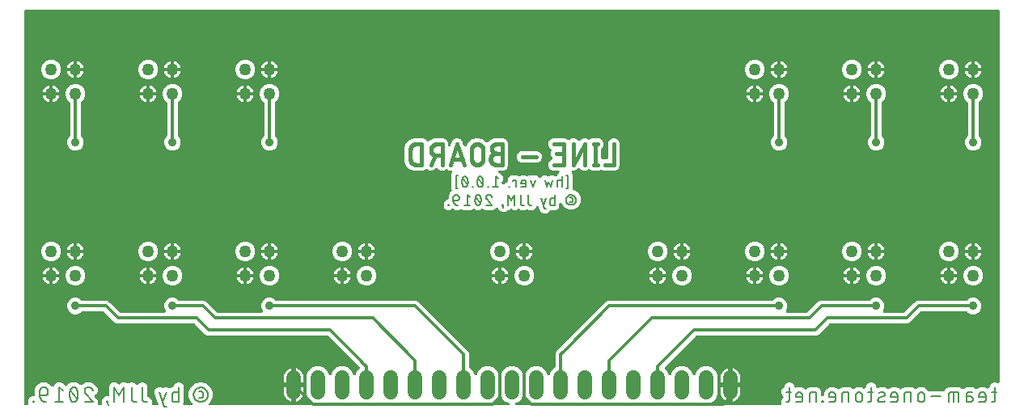
<source format=gbr>
G04 EAGLE Gerber RS-274X export*
G75*
%MOMM*%
%FSLAX34Y34*%
%LPD*%
%INBottom Copper*%
%IPPOS*%
%AMOC8*
5,1,8,0,0,1.08239X$1,22.5*%
G01*
%ADD10C,0.203200*%
%ADD11C,0.381000*%
%ADD12C,0.152400*%
%ADD13C,1.270000*%
%ADD14C,1.524000*%
%ADD15C,0.304800*%
%ADD16C,0.906400*%

G36*
X13083Y10178D02*
X13083Y10178D01*
X13233Y10190D01*
X13256Y10198D01*
X13280Y10201D01*
X13422Y10251D01*
X13565Y10298D01*
X13585Y10310D01*
X13608Y10318D01*
X13735Y10400D01*
X13863Y10477D01*
X13881Y10494D01*
X13901Y10507D01*
X14005Y10615D01*
X14113Y10720D01*
X14126Y10740D01*
X14143Y10758D01*
X14220Y10887D01*
X14301Y11013D01*
X14310Y11036D01*
X14322Y11057D01*
X14368Y11200D01*
X14418Y11342D01*
X14421Y11366D01*
X14428Y11389D01*
X14440Y11538D01*
X14457Y11688D01*
X14454Y11712D01*
X14456Y11736D01*
X14434Y11885D01*
X14416Y12034D01*
X14407Y12062D01*
X14404Y12081D01*
X14387Y12125D01*
X14341Y12267D01*
X14159Y12705D01*
X14159Y15602D01*
X14933Y17469D01*
X16362Y18898D01*
X18230Y19672D01*
X19641Y19672D01*
X19667Y19675D01*
X19693Y19673D01*
X19840Y19695D01*
X19987Y19711D01*
X20012Y19720D01*
X20038Y19724D01*
X20176Y19779D01*
X20315Y19829D01*
X20337Y19843D01*
X20362Y19853D01*
X20483Y19937D01*
X20608Y20018D01*
X20626Y20037D01*
X20648Y20052D01*
X20747Y20162D01*
X20850Y20269D01*
X20864Y20291D01*
X20881Y20311D01*
X20953Y20441D01*
X21029Y20568D01*
X21037Y20593D01*
X21050Y20616D01*
X21090Y20759D01*
X21135Y20900D01*
X21138Y20926D01*
X21145Y20951D01*
X21164Y21195D01*
X21164Y27623D01*
X23698Y32011D01*
X28086Y34545D01*
X33153Y34545D01*
X37541Y32011D01*
X38480Y30385D01*
X38481Y30384D01*
X38481Y30383D01*
X38582Y30247D01*
X38688Y30105D01*
X38688Y30104D01*
X38689Y30104D01*
X38823Y29990D01*
X38954Y29879D01*
X38955Y29879D01*
X39118Y29795D01*
X39264Y29720D01*
X39265Y29720D01*
X39426Y29680D01*
X39602Y29636D01*
X39603Y29636D01*
X39772Y29633D01*
X39950Y29630D01*
X39951Y29631D01*
X39952Y29631D01*
X40119Y29667D01*
X40291Y29704D01*
X40292Y29705D01*
X40450Y29780D01*
X40606Y29854D01*
X40607Y29855D01*
X40766Y29982D01*
X40878Y30071D01*
X40879Y30071D01*
X40879Y30072D01*
X40994Y30217D01*
X41095Y30344D01*
X41095Y30345D01*
X41095Y30346D01*
X41207Y30563D01*
X41417Y31070D01*
X41431Y31119D01*
X41473Y31229D01*
X41652Y31849D01*
X41698Y31906D01*
X41747Y31984D01*
X41804Y32057D01*
X41856Y32159D01*
X41883Y32201D01*
X41893Y32230D01*
X41916Y32275D01*
X41944Y32342D01*
X42399Y32798D01*
X42430Y32837D01*
X42512Y32923D01*
X42915Y33427D01*
X42979Y33462D01*
X43054Y33516D01*
X43135Y33561D01*
X43222Y33635D01*
X43263Y33664D01*
X43283Y33687D01*
X43321Y33720D01*
X43373Y33771D01*
X43968Y34018D01*
X44012Y34042D01*
X44120Y34091D01*
X44685Y34402D01*
X44758Y34410D01*
X44848Y34431D01*
X44940Y34442D01*
X45049Y34477D01*
X45097Y34488D01*
X45125Y34501D01*
X45173Y34517D01*
X45240Y34545D01*
X45885Y34545D01*
X45935Y34550D01*
X46053Y34554D01*
X46694Y34625D01*
X46764Y34605D01*
X46855Y34590D01*
X46944Y34564D01*
X47059Y34555D01*
X47108Y34547D01*
X47138Y34549D01*
X47188Y34545D01*
X47261Y34545D01*
X47857Y34298D01*
X47905Y34284D01*
X48016Y34242D01*
X48635Y34063D01*
X48693Y34017D01*
X48771Y33968D01*
X48844Y33911D01*
X48945Y33858D01*
X48988Y33832D01*
X49017Y33822D01*
X49061Y33799D01*
X49129Y33771D01*
X49585Y33315D01*
X49624Y33284D01*
X49710Y33203D01*
X52798Y30733D01*
X52923Y30654D01*
X53046Y30571D01*
X53070Y30562D01*
X53093Y30548D01*
X53233Y30500D01*
X53371Y30447D01*
X53398Y30443D01*
X53423Y30434D01*
X53570Y30419D01*
X53716Y30399D01*
X53743Y30402D01*
X53769Y30399D01*
X53916Y30418D01*
X54063Y30432D01*
X54089Y30440D01*
X54115Y30444D01*
X54253Y30495D01*
X54394Y30542D01*
X54417Y30556D01*
X54442Y30565D01*
X54565Y30647D01*
X54691Y30725D01*
X54715Y30747D01*
X54732Y30758D01*
X54765Y30793D01*
X54870Y30891D01*
X56942Y33143D01*
X60137Y34545D01*
X63627Y34545D01*
X66822Y33143D01*
X68022Y31838D01*
X68085Y31784D01*
X68140Y31723D01*
X68216Y31670D01*
X68286Y31610D01*
X68359Y31572D01*
X68427Y31525D01*
X68513Y31491D01*
X68595Y31448D01*
X68675Y31428D01*
X68752Y31397D01*
X68843Y31384D01*
X68932Y31361D01*
X69015Y31359D01*
X69096Y31347D01*
X69188Y31355D01*
X69280Y31352D01*
X69361Y31369D01*
X69444Y31376D01*
X69531Y31404D01*
X69622Y31423D01*
X69697Y31458D01*
X69775Y31483D01*
X69854Y31531D01*
X69938Y31570D01*
X70003Y31621D01*
X70074Y31663D01*
X70140Y31728D01*
X70212Y31784D01*
X70264Y31849D01*
X70323Y31906D01*
X70400Y32017D01*
X70431Y32056D01*
X70441Y32077D01*
X70462Y32108D01*
X70474Y32128D01*
X74660Y34545D01*
X79233Y34545D01*
X83172Y32789D01*
X86057Y29582D01*
X86721Y27530D01*
X87033Y26568D01*
X86872Y24554D01*
X85953Y22753D01*
X84213Y21271D01*
X84121Y21204D01*
X84105Y21186D01*
X84086Y21171D01*
X83991Y21055D01*
X83892Y20942D01*
X83881Y20920D01*
X83865Y20901D01*
X83799Y20767D01*
X83729Y20634D01*
X83722Y20610D01*
X83712Y20588D01*
X83678Y20443D01*
X83640Y20297D01*
X83639Y20272D01*
X83633Y20249D01*
X83634Y20098D01*
X83629Y19949D01*
X83634Y19925D01*
X83634Y19900D01*
X83669Y19754D01*
X83698Y19607D01*
X83709Y19585D01*
X83714Y19561D01*
X83782Y19426D01*
X83843Y19290D01*
X83861Y19266D01*
X83869Y19249D01*
X83900Y19212D01*
X83986Y19092D01*
X85586Y17210D01*
X85618Y17180D01*
X85669Y17119D01*
X86203Y16586D01*
X86240Y16519D01*
X86288Y16414D01*
X86333Y16352D01*
X86354Y16315D01*
X86383Y16282D01*
X86411Y16243D01*
X86641Y15529D01*
X86659Y15489D01*
X86684Y15413D01*
X86973Y14716D01*
X86977Y14679D01*
X86977Y14678D01*
X86978Y14672D01*
X86982Y14640D01*
X86986Y14525D01*
X87003Y14450D01*
X87008Y14408D01*
X87023Y14367D01*
X87025Y14359D01*
X87029Y14334D01*
X87034Y14320D01*
X86973Y13572D01*
X86975Y13528D01*
X86968Y13449D01*
X86968Y12694D01*
X86947Y12620D01*
X86907Y12512D01*
X86895Y12436D01*
X86883Y12396D01*
X86881Y12352D01*
X86870Y12283D01*
X86837Y12181D01*
X86789Y12053D01*
X86784Y12015D01*
X86773Y11979D01*
X86762Y11843D01*
X86744Y11707D01*
X86748Y11669D01*
X86745Y11632D01*
X86765Y11496D01*
X86779Y11360D01*
X86791Y11325D01*
X86796Y11287D01*
X86847Y11160D01*
X86891Y11030D01*
X86911Y10998D01*
X86925Y10963D01*
X87003Y10851D01*
X87076Y10735D01*
X87103Y10708D01*
X87124Y10677D01*
X87225Y10586D01*
X87323Y10489D01*
X87355Y10469D01*
X87383Y10444D01*
X87503Y10377D01*
X87619Y10305D01*
X87655Y10293D01*
X87688Y10275D01*
X87819Y10238D01*
X87949Y10194D01*
X87987Y10191D01*
X88023Y10180D01*
X88267Y10161D01*
X90112Y10161D01*
X90262Y10178D01*
X90411Y10190D01*
X90434Y10198D01*
X90458Y10201D01*
X90600Y10251D01*
X90743Y10298D01*
X90764Y10310D01*
X90786Y10318D01*
X90913Y10400D01*
X91042Y10477D01*
X91059Y10494D01*
X91079Y10507D01*
X91184Y10615D01*
X91292Y10720D01*
X91305Y10740D01*
X91321Y10758D01*
X91399Y10887D01*
X91480Y11013D01*
X91488Y11036D01*
X91500Y11057D01*
X91546Y11200D01*
X91596Y11342D01*
X91599Y11366D01*
X91607Y11389D01*
X91619Y11538D01*
X91635Y11688D01*
X91633Y11712D01*
X91635Y11736D01*
X91612Y11885D01*
X91595Y12034D01*
X91586Y12062D01*
X91583Y12081D01*
X91565Y12125D01*
X91519Y12267D01*
X91312Y12767D01*
X91308Y12818D01*
X91305Y12830D01*
X91337Y13776D01*
X91335Y13796D01*
X91338Y13828D01*
X91338Y15602D01*
X92111Y17469D01*
X93541Y18898D01*
X95408Y19672D01*
X97443Y19672D01*
X97470Y19675D01*
X97496Y19673D01*
X97642Y19695D01*
X97790Y19711D01*
X97814Y19720D01*
X97840Y19724D01*
X97978Y19779D01*
X98118Y19829D01*
X98140Y19843D01*
X98164Y19853D01*
X98286Y19937D01*
X98411Y20018D01*
X98429Y20037D01*
X98450Y20052D01*
X98549Y20162D01*
X98653Y20269D01*
X98666Y20291D01*
X98684Y20311D01*
X98756Y20441D01*
X98832Y20568D01*
X98840Y20593D01*
X98852Y20616D01*
X98893Y20759D01*
X98938Y20900D01*
X98940Y20926D01*
X98947Y20951D01*
X98967Y21195D01*
X98967Y28975D01*
X98963Y29006D01*
X98950Y29200D01*
X98873Y29716D01*
X98921Y29908D01*
X98930Y29971D01*
X98947Y30033D01*
X98962Y30219D01*
X98966Y30253D01*
X98966Y30263D01*
X98967Y30277D01*
X98967Y30475D01*
X99166Y30957D01*
X99175Y30987D01*
X99237Y31170D01*
X99363Y31677D01*
X99481Y31835D01*
X99513Y31891D01*
X99553Y31942D01*
X99638Y32107D01*
X99655Y32137D01*
X99658Y32147D01*
X99665Y32159D01*
X99740Y32342D01*
X100109Y32711D01*
X100128Y32735D01*
X100256Y32881D01*
X100567Y33301D01*
X100736Y33402D01*
X100787Y33442D01*
X100843Y33473D01*
X100985Y33594D01*
X101013Y33615D01*
X101019Y33622D01*
X101030Y33632D01*
X101169Y33771D01*
X101652Y33971D01*
X101679Y33986D01*
X101852Y34072D01*
X102300Y34341D01*
X102495Y34370D01*
X102558Y34386D01*
X102622Y34394D01*
X102798Y34451D01*
X102832Y34460D01*
X102841Y34465D01*
X102854Y34469D01*
X103037Y34545D01*
X103559Y34545D01*
X103589Y34548D01*
X103783Y34561D01*
X104299Y34638D01*
X104491Y34590D01*
X104555Y34582D01*
X104617Y34564D01*
X104802Y34549D01*
X104836Y34545D01*
X104846Y34546D01*
X104860Y34545D01*
X105058Y34545D01*
X105540Y34345D01*
X105570Y34336D01*
X105754Y34274D01*
X106260Y34148D01*
X106419Y34030D01*
X106475Y33998D01*
X106525Y33958D01*
X106691Y33874D01*
X106721Y33856D01*
X106730Y33853D01*
X106743Y33847D01*
X106925Y33771D01*
X107294Y33402D01*
X107319Y33383D01*
X107465Y33255D01*
X107884Y32945D01*
X107986Y32775D01*
X108016Y32736D01*
X108031Y32706D01*
X108042Y32693D01*
X108056Y32668D01*
X108177Y32526D01*
X108198Y32499D01*
X108206Y32493D01*
X108215Y32482D01*
X108220Y32477D01*
X108240Y32461D01*
X108257Y32441D01*
X108377Y32352D01*
X108379Y32351D01*
X108468Y32278D01*
X108475Y32274D01*
X108493Y32260D01*
X108516Y32249D01*
X108537Y32234D01*
X108674Y32175D01*
X108764Y32132D01*
X108780Y32124D01*
X108782Y32124D01*
X108808Y32111D01*
X108833Y32106D01*
X108857Y32096D01*
X109004Y32069D01*
X109148Y32038D01*
X109175Y32039D01*
X109200Y32034D01*
X109349Y32042D01*
X109497Y32044D01*
X109522Y32050D01*
X109549Y32052D01*
X109691Y32093D01*
X109835Y32129D01*
X109858Y32141D01*
X109883Y32148D01*
X109907Y32161D01*
X109910Y32162D01*
X109952Y32187D01*
X110013Y32221D01*
X110145Y32289D01*
X110165Y32306D01*
X110188Y32318D01*
X110206Y32334D01*
X110212Y32337D01*
X110229Y32354D01*
X110374Y32477D01*
X110379Y32482D01*
X110393Y32500D01*
X110410Y32515D01*
X110433Y32546D01*
X110465Y32576D01*
X110574Y32728D01*
X110595Y32755D01*
X110599Y32763D01*
X110608Y32775D01*
X110709Y32945D01*
X111129Y33255D01*
X111151Y33276D01*
X111299Y33402D01*
X111668Y33771D01*
X111851Y33847D01*
X111907Y33878D01*
X111967Y33901D01*
X112125Y33999D01*
X112155Y34016D01*
X112162Y34023D01*
X112175Y34030D01*
X112333Y34148D01*
X112840Y34274D01*
X112869Y34285D01*
X113053Y34345D01*
X113535Y34545D01*
X113733Y34545D01*
X113797Y34552D01*
X113861Y34550D01*
X114045Y34581D01*
X114079Y34585D01*
X114088Y34588D01*
X114103Y34590D01*
X114294Y34638D01*
X114810Y34561D01*
X114841Y34560D01*
X115035Y34545D01*
X115557Y34545D01*
X115739Y34469D01*
X115801Y34451D01*
X115860Y34425D01*
X116041Y34383D01*
X116074Y34373D01*
X116084Y34373D01*
X116098Y34370D01*
X116294Y34341D01*
X116741Y34072D01*
X116769Y34059D01*
X116942Y33971D01*
X117424Y33771D01*
X117482Y33713D01*
X117503Y33697D01*
X117520Y33677D01*
X117639Y33589D01*
X117755Y33496D01*
X117779Y33485D01*
X117800Y33470D01*
X117936Y33411D01*
X118070Y33348D01*
X118096Y33342D01*
X118120Y33332D01*
X118266Y33305D01*
X118411Y33274D01*
X118437Y33275D01*
X118463Y33270D01*
X118611Y33278D01*
X118759Y33280D01*
X118785Y33287D01*
X118811Y33288D01*
X118953Y33329D01*
X119097Y33365D01*
X119121Y33377D01*
X119146Y33384D01*
X119275Y33457D01*
X119407Y33525D01*
X119427Y33542D01*
X119450Y33555D01*
X119636Y33713D01*
X119695Y33771D01*
X121562Y34545D01*
X123583Y34545D01*
X125451Y33771D01*
X126966Y32255D01*
X126987Y32239D01*
X127004Y32219D01*
X127124Y32131D01*
X127239Y32039D01*
X127263Y32028D01*
X127284Y32012D01*
X127421Y31953D01*
X127555Y31890D01*
X127580Y31884D01*
X127604Y31874D01*
X127751Y31848D01*
X127895Y31816D01*
X127921Y31817D01*
X127947Y31812D01*
X128096Y31820D01*
X128244Y31822D01*
X128269Y31829D01*
X128295Y31830D01*
X128438Y31871D01*
X128582Y31907D01*
X128605Y31919D01*
X128630Y31927D01*
X128760Y31999D01*
X128892Y32067D01*
X128912Y32084D01*
X128934Y32097D01*
X129121Y32255D01*
X130637Y33771D01*
X132504Y34545D01*
X134525Y34545D01*
X136393Y33771D01*
X137822Y32342D01*
X138595Y30475D01*
X138595Y20303D01*
X138604Y20227D01*
X138603Y20151D01*
X138624Y20054D01*
X138635Y19957D01*
X138661Y19885D01*
X138677Y19810D01*
X138719Y19721D01*
X138753Y19629D01*
X138794Y19564D01*
X138827Y19495D01*
X138888Y19419D01*
X138942Y19336D01*
X138997Y19283D01*
X139044Y19223D01*
X139121Y19162D01*
X139192Y19094D01*
X139258Y19054D01*
X139318Y19007D01*
X139451Y18939D01*
X139491Y18915D01*
X139510Y18909D01*
X139536Y18896D01*
X141642Y18023D01*
X143071Y16594D01*
X143845Y14727D01*
X143845Y12705D01*
X143663Y12267D01*
X143622Y12122D01*
X143576Y11979D01*
X143574Y11955D01*
X143567Y11932D01*
X143560Y11782D01*
X143548Y11632D01*
X143551Y11608D01*
X143550Y11584D01*
X143577Y11436D01*
X143600Y11287D01*
X143608Y11265D01*
X143613Y11241D01*
X143673Y11103D01*
X143728Y10963D01*
X143742Y10943D01*
X143752Y10921D01*
X143842Y10800D01*
X143927Y10677D01*
X143945Y10661D01*
X143960Y10642D01*
X144074Y10544D01*
X144186Y10444D01*
X144207Y10432D01*
X144226Y10416D01*
X144359Y10348D01*
X144491Y10275D01*
X144514Y10269D01*
X144536Y10258D01*
X144682Y10221D01*
X144826Y10180D01*
X144856Y10178D01*
X144874Y10173D01*
X144921Y10173D01*
X145070Y10161D01*
X148781Y10161D01*
X148811Y10164D01*
X148841Y10162D01*
X148984Y10184D01*
X149127Y10201D01*
X149156Y10211D01*
X149185Y10215D01*
X149319Y10269D01*
X149455Y10318D01*
X149481Y10334D01*
X149508Y10346D01*
X149626Y10429D01*
X149748Y10507D01*
X149769Y10529D01*
X149794Y10546D01*
X149890Y10654D01*
X149990Y10758D01*
X150006Y10784D01*
X150026Y10806D01*
X150095Y10933D01*
X150169Y11057D01*
X150178Y11086D01*
X150193Y11112D01*
X150231Y11251D01*
X150275Y11389D01*
X150278Y11419D01*
X150286Y11448D01*
X150292Y11593D01*
X150303Y11736D01*
X150299Y11766D01*
X150300Y11796D01*
X150273Y11938D01*
X150252Y12081D01*
X150240Y12109D01*
X150235Y12138D01*
X150152Y12343D01*
X150139Y12525D01*
X150127Y12593D01*
X150124Y12662D01*
X150083Y12828D01*
X150075Y12868D01*
X150070Y12880D01*
X150065Y12899D01*
X146509Y23567D01*
X146652Y25583D01*
X147556Y27391D01*
X149083Y28715D01*
X151001Y29354D01*
X153017Y29211D01*
X154467Y28486D01*
X154524Y28465D01*
X154576Y28437D01*
X154687Y28406D01*
X154795Y28367D01*
X154854Y28360D01*
X154912Y28344D01*
X155027Y28339D01*
X155141Y28325D01*
X155200Y28332D01*
X155260Y28329D01*
X155373Y28351D01*
X155487Y28363D01*
X155544Y28383D01*
X155603Y28394D01*
X155791Y28470D01*
X155816Y28479D01*
X155821Y28482D01*
X155830Y28486D01*
X157280Y29211D01*
X159296Y29354D01*
X161213Y28715D01*
X161564Y28411D01*
X161665Y28342D01*
X161760Y28267D01*
X161808Y28244D01*
X161851Y28214D01*
X161965Y28170D01*
X162075Y28118D01*
X162127Y28107D01*
X162176Y28088D01*
X162297Y28071D01*
X162416Y28046D01*
X162469Y28047D01*
X162521Y28039D01*
X162643Y28050D01*
X162765Y28052D01*
X162816Y28065D01*
X162869Y28070D01*
X162984Y28108D01*
X163103Y28138D01*
X163163Y28167D01*
X163200Y28179D01*
X163239Y28203D01*
X163323Y28243D01*
X165165Y29306D01*
X165247Y29324D01*
X165345Y29335D01*
X165417Y29361D01*
X165492Y29377D01*
X165580Y29420D01*
X165673Y29453D01*
X165737Y29494D01*
X165806Y29527D01*
X165883Y29588D01*
X165966Y29642D01*
X166019Y29697D01*
X166079Y29744D01*
X166140Y29822D01*
X166208Y29892D01*
X166247Y29958D01*
X166295Y30018D01*
X166363Y30151D01*
X166387Y30191D01*
X166393Y30210D01*
X166406Y30236D01*
X167279Y32342D01*
X168708Y33771D01*
X170575Y34545D01*
X172596Y34545D01*
X174464Y33771D01*
X175893Y32342D01*
X176667Y30475D01*
X176667Y12705D01*
X176485Y12267D01*
X176444Y12122D01*
X176398Y11979D01*
X176396Y11955D01*
X176389Y11932D01*
X176382Y11782D01*
X176370Y11632D01*
X176373Y11608D01*
X176372Y11584D01*
X176399Y11436D01*
X176422Y11287D01*
X176430Y11265D01*
X176435Y11241D01*
X176495Y11103D01*
X176550Y10963D01*
X176564Y10943D01*
X176574Y10921D01*
X176664Y10800D01*
X176749Y10677D01*
X176767Y10661D01*
X176782Y10642D01*
X176896Y10544D01*
X177008Y10444D01*
X177029Y10432D01*
X177048Y10416D01*
X177181Y10348D01*
X177313Y10275D01*
X177336Y10269D01*
X177358Y10258D01*
X177504Y10221D01*
X177648Y10180D01*
X177678Y10178D01*
X177696Y10173D01*
X177743Y10173D01*
X177892Y10161D01*
X184650Y10161D01*
X184661Y10162D01*
X184672Y10161D01*
X184835Y10182D01*
X184996Y10201D01*
X185007Y10204D01*
X185018Y10206D01*
X185170Y10263D01*
X185324Y10318D01*
X185334Y10324D01*
X185344Y10328D01*
X185480Y10419D01*
X185617Y10507D01*
X185625Y10515D01*
X185634Y10521D01*
X185746Y10641D01*
X185859Y10758D01*
X185865Y10767D01*
X185873Y10776D01*
X185954Y10917D01*
X186038Y11057D01*
X186042Y11068D01*
X186047Y11077D01*
X186095Y11234D01*
X186144Y11389D01*
X186145Y11400D01*
X186149Y11411D01*
X186159Y11575D01*
X186172Y11736D01*
X186171Y11747D01*
X186171Y11759D01*
X186145Y11920D01*
X186121Y12081D01*
X186116Y12091D01*
X186115Y12102D01*
X186052Y12253D01*
X185992Y12405D01*
X185985Y12414D01*
X185981Y12424D01*
X185886Y12557D01*
X185793Y12691D01*
X185785Y12698D01*
X185778Y12708D01*
X185600Y12875D01*
X184709Y13585D01*
X182230Y18733D01*
X182230Y20276D01*
X182230Y20277D01*
X182230Y24447D01*
X184709Y29595D01*
X189177Y33158D01*
X194747Y34429D01*
X200318Y33158D01*
X204786Y29595D01*
X207265Y24447D01*
X207265Y20277D01*
X207265Y20276D01*
X207265Y18733D01*
X204785Y13585D01*
X203895Y12875D01*
X203887Y12867D01*
X203878Y12861D01*
X203765Y12744D01*
X203649Y12628D01*
X203643Y12618D01*
X203636Y12610D01*
X203552Y12470D01*
X203466Y12331D01*
X203462Y12321D01*
X203457Y12311D01*
X203407Y12156D01*
X203355Y12001D01*
X203354Y11990D01*
X203351Y11979D01*
X203337Y11817D01*
X203322Y11654D01*
X203323Y11643D01*
X203323Y11632D01*
X203347Y11470D01*
X203369Y11309D01*
X203373Y11298D01*
X203374Y11287D01*
X203434Y11136D01*
X203492Y10983D01*
X203499Y10974D01*
X203503Y10963D01*
X203596Y10830D01*
X203687Y10694D01*
X203695Y10686D01*
X203702Y10677D01*
X203823Y10568D01*
X203943Y10457D01*
X203952Y10451D01*
X203961Y10444D01*
X204104Y10365D01*
X204245Y10284D01*
X204256Y10281D01*
X204266Y10275D01*
X204423Y10231D01*
X204579Y10184D01*
X204590Y10183D01*
X204601Y10180D01*
X204845Y10161D01*
X313033Y10161D01*
X313083Y10166D01*
X313134Y10164D01*
X313256Y10186D01*
X313379Y10201D01*
X313427Y10218D01*
X313476Y10227D01*
X313591Y10276D01*
X313708Y10318D01*
X313750Y10345D01*
X313796Y10365D01*
X313896Y10440D01*
X314000Y10507D01*
X314035Y10543D01*
X314076Y10573D01*
X314156Y10668D01*
X314243Y10758D01*
X314268Y10801D01*
X314301Y10839D01*
X314358Y10950D01*
X314421Y11057D01*
X314437Y11105D01*
X314460Y11150D01*
X314490Y11270D01*
X314528Y11389D01*
X314532Y11439D01*
X314544Y11488D01*
X314546Y11612D01*
X314556Y11736D01*
X314548Y11786D01*
X314549Y11836D01*
X314522Y11958D01*
X314504Y12081D01*
X314485Y12128D01*
X314475Y12177D01*
X314421Y12289D01*
X314375Y12405D01*
X314346Y12446D01*
X314325Y12492D01*
X314247Y12589D01*
X314176Y12691D01*
X314139Y12725D01*
X314107Y12764D01*
X314010Y12841D01*
X313917Y12924D01*
X313873Y12949D01*
X313834Y12980D01*
X313616Y13091D01*
X310881Y14224D01*
X307594Y17511D01*
X305815Y21806D01*
X305815Y41694D01*
X307594Y45989D01*
X310881Y49276D01*
X315176Y51055D01*
X319824Y51055D01*
X324119Y49276D01*
X327406Y45989D01*
X328793Y42641D01*
X328841Y42553D01*
X328881Y42461D01*
X328926Y42401D01*
X328962Y42336D01*
X329029Y42262D01*
X329089Y42181D01*
X329146Y42133D01*
X329196Y42078D01*
X329279Y42021D01*
X329355Y41956D01*
X329422Y41922D01*
X329483Y41880D01*
X329576Y41843D01*
X329666Y41797D01*
X329738Y41779D01*
X329807Y41752D01*
X329907Y41737D01*
X330004Y41713D01*
X330078Y41712D01*
X330152Y41701D01*
X330252Y41709D01*
X330352Y41708D01*
X330425Y41724D01*
X330499Y41730D01*
X330595Y41761D01*
X330693Y41782D01*
X330760Y41814D01*
X330831Y41837D01*
X330917Y41889D01*
X331008Y41932D01*
X331066Y41978D01*
X331129Y42017D01*
X331202Y42087D01*
X331280Y42149D01*
X331326Y42208D01*
X331379Y42260D01*
X331434Y42344D01*
X331496Y42423D01*
X331542Y42512D01*
X331568Y42553D01*
X331580Y42587D01*
X331607Y42641D01*
X332994Y45989D01*
X336281Y49276D01*
X340576Y51055D01*
X345224Y51055D01*
X349519Y49276D01*
X352806Y45989D01*
X354193Y42641D01*
X354241Y42553D01*
X354281Y42461D01*
X354326Y42401D01*
X354362Y42336D01*
X354429Y42262D01*
X354489Y42181D01*
X354546Y42133D01*
X354596Y42078D01*
X354679Y42021D01*
X354755Y41956D01*
X354822Y41922D01*
X354883Y41880D01*
X354976Y41843D01*
X355066Y41797D01*
X355138Y41779D01*
X355207Y41752D01*
X355307Y41737D01*
X355404Y41713D01*
X355478Y41712D01*
X355552Y41701D01*
X355652Y41709D01*
X355752Y41708D01*
X355825Y41724D01*
X355899Y41730D01*
X355995Y41761D01*
X356093Y41782D01*
X356160Y41814D01*
X356231Y41837D01*
X356317Y41889D01*
X356408Y41932D01*
X356466Y41978D01*
X356529Y42017D01*
X356602Y42087D01*
X356680Y42149D01*
X356726Y42208D01*
X356779Y42260D01*
X356834Y42344D01*
X356896Y42423D01*
X356942Y42512D01*
X356968Y42553D01*
X356980Y42587D01*
X357007Y42641D01*
X358394Y45989D01*
X360724Y48318D01*
X360740Y48339D01*
X360760Y48356D01*
X360848Y48475D01*
X360940Y48591D01*
X360952Y48615D01*
X360967Y48636D01*
X361026Y48772D01*
X361089Y48907D01*
X361095Y48932D01*
X361105Y48956D01*
X361131Y49102D01*
X361163Y49247D01*
X361162Y49273D01*
X361167Y49299D01*
X361159Y49448D01*
X361157Y49596D01*
X361150Y49621D01*
X361149Y49647D01*
X361108Y49790D01*
X361072Y49934D01*
X361060Y49957D01*
X361052Y49982D01*
X360980Y50112D01*
X360912Y50243D01*
X360895Y50263D01*
X360882Y50286D01*
X360724Y50473D01*
X356998Y54198D01*
X356998Y54199D01*
X328331Y82865D01*
X328232Y82944D01*
X328138Y83028D01*
X328096Y83052D01*
X328058Y83082D01*
X327944Y83136D01*
X327833Y83197D01*
X327787Y83210D01*
X327743Y83231D01*
X327620Y83257D01*
X327498Y83292D01*
X327437Y83297D01*
X327402Y83304D01*
X327354Y83303D01*
X327254Y83311D01*
X202088Y83311D01*
X200034Y84162D01*
X198248Y85948D01*
X198248Y85949D01*
X188631Y95565D01*
X188532Y95644D01*
X188438Y95728D01*
X188396Y95752D01*
X188358Y95782D01*
X188244Y95836D01*
X188133Y95897D01*
X188087Y95910D01*
X188043Y95931D01*
X187920Y95957D01*
X187798Y95992D01*
X187737Y95997D01*
X187702Y96004D01*
X187654Y96003D01*
X187554Y96011D01*
X106838Y96011D01*
X104784Y96862D01*
X102998Y98648D01*
X102998Y98649D01*
X93381Y108265D01*
X93282Y108344D01*
X93188Y108428D01*
X93146Y108452D01*
X93108Y108482D01*
X92994Y108536D01*
X92883Y108597D01*
X92837Y108610D01*
X92793Y108631D01*
X92670Y108657D01*
X92548Y108692D01*
X92487Y108697D01*
X92452Y108704D01*
X92404Y108703D01*
X92304Y108711D01*
X70700Y108711D01*
X70574Y108697D01*
X70448Y108690D01*
X70402Y108677D01*
X70354Y108671D01*
X70235Y108629D01*
X70113Y108594D01*
X70071Y108570D01*
X70026Y108554D01*
X69919Y108485D01*
X69809Y108424D01*
X69763Y108384D01*
X69733Y108365D01*
X69699Y108330D01*
X69623Y108265D01*
X68370Y107012D01*
X65210Y105703D01*
X61790Y105703D01*
X58630Y107012D01*
X56212Y109430D01*
X54903Y112590D01*
X54903Y116010D01*
X56212Y119170D01*
X58630Y121588D01*
X61790Y122897D01*
X65210Y122897D01*
X68370Y121588D01*
X69623Y120335D01*
X69722Y120256D01*
X69816Y120172D01*
X69858Y120148D01*
X69896Y120118D01*
X70010Y120064D01*
X70121Y120003D01*
X70167Y119990D01*
X70211Y119969D01*
X70334Y119943D01*
X70456Y119908D01*
X70517Y119903D01*
X70552Y119896D01*
X70600Y119897D01*
X70700Y119889D01*
X96362Y119889D01*
X98416Y119038D01*
X100202Y117252D01*
X100202Y117251D01*
X109819Y107635D01*
X109918Y107556D01*
X110012Y107472D01*
X110054Y107448D01*
X110092Y107418D01*
X110206Y107364D01*
X110317Y107303D01*
X110363Y107290D01*
X110407Y107269D01*
X110530Y107243D01*
X110652Y107208D01*
X110713Y107203D01*
X110748Y107196D01*
X110796Y107197D01*
X110896Y107189D01*
X156461Y107189D01*
X156610Y107206D01*
X156760Y107218D01*
X156783Y107226D01*
X156807Y107229D01*
X156948Y107279D01*
X157092Y107325D01*
X157112Y107338D01*
X157135Y107346D01*
X157262Y107428D01*
X157390Y107505D01*
X157408Y107522D01*
X157428Y107535D01*
X157533Y107643D01*
X157640Y107748D01*
X157653Y107768D01*
X157670Y107786D01*
X157747Y107915D01*
X157829Y108041D01*
X157837Y108064D01*
X157849Y108085D01*
X157895Y108228D01*
X157945Y108370D01*
X157948Y108394D01*
X157955Y108417D01*
X157967Y108566D01*
X157984Y108716D01*
X157981Y108740D01*
X157983Y108764D01*
X157961Y108913D01*
X157943Y109062D01*
X157934Y109090D01*
X157932Y109109D01*
X157914Y109153D01*
X157868Y109295D01*
X156503Y112590D01*
X156503Y116010D01*
X157812Y119170D01*
X160230Y121588D01*
X163390Y122897D01*
X166810Y122897D01*
X169970Y121588D01*
X171223Y120335D01*
X171322Y120256D01*
X171416Y120172D01*
X171458Y120148D01*
X171496Y120118D01*
X171610Y120064D01*
X171721Y120003D01*
X171767Y119990D01*
X171811Y119969D01*
X171934Y119943D01*
X172056Y119908D01*
X172117Y119903D01*
X172152Y119896D01*
X172200Y119897D01*
X172300Y119889D01*
X197962Y119889D01*
X200016Y119038D01*
X211419Y107635D01*
X211518Y107556D01*
X211612Y107472D01*
X211654Y107448D01*
X211692Y107418D01*
X211806Y107364D01*
X211917Y107303D01*
X211963Y107290D01*
X212007Y107269D01*
X212130Y107243D01*
X212252Y107208D01*
X212313Y107203D01*
X212348Y107196D01*
X212396Y107197D01*
X212496Y107189D01*
X258061Y107189D01*
X258210Y107206D01*
X258360Y107218D01*
X258383Y107226D01*
X258407Y107229D01*
X258548Y107279D01*
X258692Y107325D01*
X258712Y107338D01*
X258735Y107346D01*
X258862Y107428D01*
X258990Y107505D01*
X259008Y107522D01*
X259028Y107535D01*
X259133Y107643D01*
X259240Y107748D01*
X259253Y107768D01*
X259270Y107786D01*
X259347Y107915D01*
X259429Y108041D01*
X259437Y108064D01*
X259449Y108085D01*
X259495Y108228D01*
X259545Y108370D01*
X259548Y108394D01*
X259555Y108417D01*
X259567Y108566D01*
X259584Y108716D01*
X259581Y108740D01*
X259583Y108764D01*
X259561Y108913D01*
X259543Y109062D01*
X259534Y109090D01*
X259532Y109109D01*
X259514Y109153D01*
X259468Y109295D01*
X258103Y112590D01*
X258103Y116010D01*
X259412Y119170D01*
X261830Y121588D01*
X264990Y122897D01*
X268410Y122897D01*
X271570Y121588D01*
X272823Y120335D01*
X272922Y120256D01*
X273016Y120172D01*
X273058Y120148D01*
X273096Y120118D01*
X273210Y120064D01*
X273321Y120003D01*
X273367Y119990D01*
X273411Y119969D01*
X273534Y119943D01*
X273656Y119908D01*
X273717Y119903D01*
X273752Y119896D01*
X273800Y119897D01*
X273900Y119889D01*
X420212Y119889D01*
X422266Y119038D01*
X474638Y66666D01*
X475489Y64612D01*
X475489Y50720D01*
X475497Y50645D01*
X475496Y50568D01*
X475517Y50472D01*
X475529Y50374D01*
X475554Y50302D01*
X475571Y50228D01*
X475613Y50139D01*
X475646Y50046D01*
X475688Y49982D01*
X475720Y49913D01*
X475782Y49836D01*
X475835Y49753D01*
X475890Y49700D01*
X475938Y49640D01*
X476015Y49579D01*
X476086Y49511D01*
X476151Y49472D01*
X476211Y49424D01*
X476345Y49356D01*
X476385Y49332D01*
X476403Y49326D01*
X476429Y49313D01*
X476519Y49276D01*
X479806Y45989D01*
X481193Y42641D01*
X481241Y42553D01*
X481281Y42461D01*
X481326Y42401D01*
X481362Y42336D01*
X481429Y42262D01*
X481489Y42181D01*
X481546Y42133D01*
X481596Y42078D01*
X481679Y42021D01*
X481755Y41956D01*
X481822Y41922D01*
X481883Y41880D01*
X481976Y41843D01*
X482066Y41797D01*
X482138Y41779D01*
X482207Y41752D01*
X482307Y41737D01*
X482404Y41713D01*
X482478Y41712D01*
X482552Y41701D01*
X482652Y41709D01*
X482752Y41708D01*
X482825Y41724D01*
X482899Y41730D01*
X482995Y41761D01*
X483093Y41782D01*
X483160Y41814D01*
X483231Y41837D01*
X483317Y41889D01*
X483408Y41932D01*
X483466Y41978D01*
X483529Y42017D01*
X483602Y42087D01*
X483680Y42149D01*
X483726Y42208D01*
X483779Y42260D01*
X483834Y42344D01*
X483896Y42423D01*
X483942Y42512D01*
X483968Y42553D01*
X483980Y42587D01*
X484007Y42641D01*
X485394Y45989D01*
X488681Y49276D01*
X492976Y51055D01*
X497624Y51055D01*
X501919Y49276D01*
X505206Y45989D01*
X506593Y42641D01*
X506641Y42553D01*
X506681Y42461D01*
X506726Y42401D01*
X506762Y42336D01*
X506829Y42262D01*
X506889Y42181D01*
X506946Y42133D01*
X506996Y42078D01*
X507079Y42021D01*
X507155Y41956D01*
X507222Y41922D01*
X507283Y41880D01*
X507376Y41843D01*
X507466Y41797D01*
X507538Y41779D01*
X507607Y41752D01*
X507707Y41737D01*
X507804Y41713D01*
X507878Y41712D01*
X507952Y41701D01*
X508052Y41709D01*
X508152Y41708D01*
X508225Y41724D01*
X508299Y41730D01*
X508395Y41761D01*
X508493Y41782D01*
X508560Y41814D01*
X508631Y41837D01*
X508717Y41889D01*
X508808Y41932D01*
X508866Y41978D01*
X508929Y42017D01*
X509002Y42087D01*
X509080Y42149D01*
X509126Y42208D01*
X509179Y42260D01*
X509234Y42344D01*
X509296Y42423D01*
X509342Y42512D01*
X509368Y42553D01*
X509380Y42587D01*
X509407Y42641D01*
X510794Y45989D01*
X514081Y49276D01*
X518376Y51055D01*
X523024Y51055D01*
X527319Y49276D01*
X530606Y45989D01*
X531993Y42641D01*
X532041Y42553D01*
X532081Y42461D01*
X532126Y42401D01*
X532162Y42336D01*
X532229Y42262D01*
X532289Y42181D01*
X532346Y42133D01*
X532396Y42078D01*
X532479Y42021D01*
X532555Y41956D01*
X532622Y41922D01*
X532683Y41880D01*
X532776Y41843D01*
X532866Y41797D01*
X532938Y41779D01*
X533007Y41752D01*
X533107Y41737D01*
X533204Y41713D01*
X533278Y41712D01*
X533352Y41701D01*
X533452Y41709D01*
X533552Y41708D01*
X533625Y41724D01*
X533699Y41730D01*
X533795Y41761D01*
X533893Y41782D01*
X533960Y41814D01*
X534031Y41837D01*
X534117Y41889D01*
X534208Y41932D01*
X534266Y41978D01*
X534329Y42017D01*
X534402Y42087D01*
X534480Y42149D01*
X534526Y42208D01*
X534579Y42260D01*
X534634Y42344D01*
X534696Y42423D01*
X534742Y42512D01*
X534768Y42553D01*
X534780Y42587D01*
X534807Y42641D01*
X536194Y45989D01*
X539481Y49276D01*
X543776Y51055D01*
X548424Y51055D01*
X552719Y49276D01*
X556006Y45989D01*
X557393Y42641D01*
X557441Y42553D01*
X557481Y42461D01*
X557526Y42401D01*
X557562Y42336D01*
X557629Y42262D01*
X557689Y42181D01*
X557746Y42133D01*
X557796Y42078D01*
X557879Y42021D01*
X557955Y41956D01*
X558022Y41922D01*
X558083Y41880D01*
X558176Y41843D01*
X558266Y41797D01*
X558338Y41779D01*
X558407Y41752D01*
X558507Y41737D01*
X558604Y41713D01*
X558678Y41712D01*
X558752Y41701D01*
X558852Y41709D01*
X558952Y41708D01*
X559025Y41724D01*
X559099Y41730D01*
X559195Y41761D01*
X559293Y41782D01*
X559360Y41814D01*
X559431Y41837D01*
X559517Y41889D01*
X559608Y41932D01*
X559666Y41978D01*
X559729Y42017D01*
X559802Y42087D01*
X559880Y42149D01*
X559926Y42208D01*
X559979Y42260D01*
X560034Y42344D01*
X560096Y42423D01*
X560142Y42512D01*
X560168Y42553D01*
X560180Y42587D01*
X560207Y42641D01*
X561594Y45989D01*
X564881Y49276D01*
X564971Y49313D01*
X565038Y49350D01*
X565109Y49378D01*
X565189Y49435D01*
X565276Y49482D01*
X565332Y49534D01*
X565395Y49577D01*
X565461Y49650D01*
X565534Y49717D01*
X565577Y49779D01*
X565628Y49836D01*
X565676Y49922D01*
X565732Y50003D01*
X565760Y50074D01*
X565797Y50141D01*
X565824Y50236D01*
X565860Y50327D01*
X565871Y50403D01*
X565892Y50477D01*
X565904Y50625D01*
X565911Y50672D01*
X565909Y50691D01*
X565911Y50720D01*
X565911Y64612D01*
X566762Y66666D01*
X619134Y119038D01*
X621188Y119889D01*
X792900Y119889D01*
X793026Y119903D01*
X793152Y119910D01*
X793198Y119923D01*
X793246Y119929D01*
X793365Y119971D01*
X793487Y120006D01*
X793529Y120030D01*
X793574Y120046D01*
X793681Y120115D01*
X793791Y120176D01*
X793837Y120216D01*
X793867Y120235D01*
X793901Y120270D01*
X793977Y120335D01*
X795230Y121588D01*
X798390Y122897D01*
X801810Y122897D01*
X804970Y121588D01*
X807388Y119170D01*
X808697Y116010D01*
X808697Y112590D01*
X807332Y109295D01*
X807291Y109150D01*
X807245Y109007D01*
X807243Y108983D01*
X807236Y108960D01*
X807229Y108809D01*
X807217Y108660D01*
X807220Y108636D01*
X807219Y108612D01*
X807246Y108464D01*
X807268Y108315D01*
X807277Y108293D01*
X807282Y108269D01*
X807342Y108131D01*
X807397Y107991D01*
X807411Y107971D01*
X807421Y107949D01*
X807510Y107828D01*
X807596Y107705D01*
X807614Y107689D01*
X807629Y107669D01*
X807743Y107572D01*
X807855Y107472D01*
X807876Y107460D01*
X807895Y107444D01*
X808028Y107376D01*
X808160Y107303D01*
X808183Y107297D01*
X808205Y107286D01*
X808350Y107249D01*
X808495Y107208D01*
X808525Y107206D01*
X808543Y107201D01*
X808590Y107201D01*
X808739Y107189D01*
X828904Y107189D01*
X829030Y107203D01*
X829156Y107210D01*
X829202Y107223D01*
X829250Y107229D01*
X829369Y107271D01*
X829491Y107306D01*
X829533Y107330D01*
X829578Y107346D01*
X829685Y107415D01*
X829795Y107476D01*
X829841Y107516D01*
X829871Y107535D01*
X829905Y107570D01*
X829981Y107635D01*
X841384Y119038D01*
X843438Y119889D01*
X894500Y119889D01*
X894626Y119903D01*
X894752Y119910D01*
X894798Y119923D01*
X894846Y119929D01*
X894965Y119971D01*
X895087Y120006D01*
X895129Y120030D01*
X895174Y120046D01*
X895281Y120115D01*
X895391Y120176D01*
X895437Y120216D01*
X895467Y120235D01*
X895501Y120270D01*
X895577Y120335D01*
X896830Y121588D01*
X899990Y122897D01*
X903410Y122897D01*
X906570Y121588D01*
X908988Y119170D01*
X910297Y116010D01*
X910297Y112590D01*
X908932Y109295D01*
X908891Y109150D01*
X908845Y109007D01*
X908843Y108983D01*
X908836Y108960D01*
X908829Y108809D01*
X908817Y108660D01*
X908820Y108636D01*
X908819Y108612D01*
X908846Y108464D01*
X908868Y108315D01*
X908877Y108293D01*
X908882Y108269D01*
X908942Y108131D01*
X908997Y107991D01*
X909011Y107971D01*
X909021Y107949D01*
X909110Y107828D01*
X909196Y107705D01*
X909214Y107689D01*
X909229Y107669D01*
X909343Y107572D01*
X909455Y107472D01*
X909476Y107460D01*
X909495Y107444D01*
X909628Y107376D01*
X909760Y107303D01*
X909783Y107297D01*
X909805Y107286D01*
X909950Y107249D01*
X910095Y107208D01*
X910125Y107206D01*
X910143Y107201D01*
X910190Y107201D01*
X910339Y107189D01*
X930504Y107189D01*
X930630Y107203D01*
X930756Y107210D01*
X930802Y107223D01*
X930850Y107229D01*
X930969Y107271D01*
X931091Y107306D01*
X931133Y107330D01*
X931178Y107346D01*
X931285Y107415D01*
X931395Y107476D01*
X931441Y107516D01*
X931471Y107535D01*
X931505Y107570D01*
X931581Y107635D01*
X941198Y117251D01*
X941198Y117252D01*
X942984Y119038D01*
X945038Y119889D01*
X996100Y119889D01*
X996226Y119903D01*
X996352Y119910D01*
X996398Y119923D01*
X996446Y119929D01*
X996565Y119971D01*
X996687Y120006D01*
X996729Y120030D01*
X996775Y120046D01*
X996881Y120115D01*
X996991Y120176D01*
X997037Y120216D01*
X997067Y120235D01*
X997101Y120270D01*
X997177Y120335D01*
X998430Y121588D01*
X1001590Y122897D01*
X1005010Y122897D01*
X1008170Y121588D01*
X1010588Y119170D01*
X1011897Y116010D01*
X1011897Y112590D01*
X1010588Y109430D01*
X1008170Y107012D01*
X1005010Y105703D01*
X1001590Y105703D01*
X998430Y107012D01*
X997177Y108265D01*
X997078Y108344D01*
X996984Y108428D01*
X996942Y108452D01*
X996904Y108482D01*
X996790Y108536D01*
X996679Y108597D01*
X996633Y108610D01*
X996589Y108631D01*
X996466Y108657D01*
X996344Y108692D01*
X996283Y108697D01*
X996249Y108704D01*
X996200Y108703D01*
X996100Y108711D01*
X949096Y108711D01*
X948970Y108697D01*
X948844Y108690D01*
X948798Y108677D01*
X948750Y108671D01*
X948631Y108629D01*
X948509Y108594D01*
X948467Y108570D01*
X948422Y108554D01*
X948315Y108485D01*
X948205Y108424D01*
X948159Y108384D01*
X948129Y108365D01*
X948095Y108330D01*
X948019Y108265D01*
X938402Y98648D01*
X936616Y96862D01*
X934562Y96011D01*
X853846Y96011D01*
X853720Y95997D01*
X853594Y95990D01*
X853548Y95977D01*
X853500Y95971D01*
X853381Y95929D01*
X853259Y95894D01*
X853217Y95870D01*
X853172Y95854D01*
X853065Y95785D01*
X852955Y95724D01*
X852909Y95684D01*
X852879Y95665D01*
X852845Y95630D01*
X852769Y95565D01*
X841366Y84162D01*
X839312Y83311D01*
X714146Y83311D01*
X714020Y83297D01*
X713894Y83290D01*
X713848Y83277D01*
X713800Y83271D01*
X713681Y83229D01*
X713559Y83194D01*
X713517Y83170D01*
X713472Y83154D01*
X713365Y83085D01*
X713255Y83024D01*
X713209Y82984D01*
X713179Y82965D01*
X713147Y82932D01*
X713144Y82930D01*
X713138Y82924D01*
X713069Y82865D01*
X680676Y50473D01*
X680660Y50452D01*
X680640Y50435D01*
X680552Y50316D01*
X680460Y50200D01*
X680448Y50176D01*
X680433Y50155D01*
X680374Y50019D01*
X680311Y49885D01*
X680305Y49859D01*
X680295Y49835D01*
X680269Y49689D01*
X680237Y49544D01*
X680238Y49518D01*
X680233Y49492D01*
X680241Y49343D01*
X680243Y49195D01*
X680250Y49170D01*
X680251Y49144D01*
X680292Y49001D01*
X680328Y48857D01*
X680340Y48834D01*
X680348Y48809D01*
X680420Y48680D01*
X680488Y48548D01*
X680505Y48528D01*
X680518Y48505D01*
X680676Y48318D01*
X683006Y45989D01*
X684393Y42641D01*
X684441Y42553D01*
X684481Y42461D01*
X684526Y42401D01*
X684562Y42336D01*
X684629Y42262D01*
X684689Y42181D01*
X684746Y42133D01*
X684796Y42078D01*
X684879Y42021D01*
X684955Y41956D01*
X685022Y41922D01*
X685083Y41880D01*
X685176Y41843D01*
X685266Y41797D01*
X685338Y41779D01*
X685407Y41752D01*
X685506Y41737D01*
X685604Y41713D01*
X685678Y41712D01*
X685752Y41701D01*
X685852Y41709D01*
X685952Y41708D01*
X686025Y41724D01*
X686099Y41730D01*
X686195Y41761D01*
X686293Y41782D01*
X686360Y41814D01*
X686431Y41837D01*
X686517Y41889D01*
X686608Y41932D01*
X686666Y41978D01*
X686729Y42017D01*
X686802Y42087D01*
X686880Y42149D01*
X686926Y42208D01*
X686979Y42260D01*
X687034Y42344D01*
X687096Y42423D01*
X687142Y42512D01*
X687168Y42553D01*
X687180Y42587D01*
X687207Y42641D01*
X688594Y45989D01*
X691881Y49276D01*
X696176Y51055D01*
X700824Y51055D01*
X705119Y49276D01*
X708406Y45989D01*
X709793Y42641D01*
X709841Y42553D01*
X709881Y42461D01*
X709926Y42401D01*
X709962Y42336D01*
X710029Y42262D01*
X710089Y42181D01*
X710146Y42133D01*
X710196Y42078D01*
X710279Y42021D01*
X710355Y41956D01*
X710422Y41922D01*
X710483Y41880D01*
X710576Y41843D01*
X710666Y41797D01*
X710738Y41779D01*
X710807Y41752D01*
X710906Y41737D01*
X711004Y41713D01*
X711078Y41712D01*
X711152Y41701D01*
X711252Y41709D01*
X711352Y41708D01*
X711425Y41724D01*
X711499Y41730D01*
X711595Y41761D01*
X711693Y41782D01*
X711760Y41814D01*
X711831Y41837D01*
X711917Y41889D01*
X712008Y41932D01*
X712066Y41978D01*
X712129Y42017D01*
X712202Y42087D01*
X712280Y42149D01*
X712326Y42208D01*
X712379Y42260D01*
X712434Y42344D01*
X712496Y42423D01*
X712542Y42512D01*
X712568Y42553D01*
X712580Y42587D01*
X712607Y42641D01*
X713994Y45989D01*
X717281Y49276D01*
X721576Y51055D01*
X726224Y51055D01*
X730519Y49276D01*
X733806Y45989D01*
X735585Y41694D01*
X735585Y21806D01*
X733806Y17511D01*
X730519Y14224D01*
X727784Y13091D01*
X727740Y13067D01*
X727692Y13050D01*
X727588Y12982D01*
X727479Y12922D01*
X727442Y12888D01*
X727400Y12861D01*
X727313Y12771D01*
X727221Y12688D01*
X727192Y12646D01*
X727157Y12610D01*
X727094Y12503D01*
X727023Y12401D01*
X727004Y12354D01*
X726979Y12311D01*
X726941Y12193D01*
X726895Y12077D01*
X726888Y12027D01*
X726872Y11979D01*
X726862Y11855D01*
X726844Y11732D01*
X726848Y11682D01*
X726844Y11632D01*
X726863Y11509D01*
X726873Y11385D01*
X726889Y11337D01*
X726896Y11287D01*
X726942Y11172D01*
X726980Y11053D01*
X727006Y11010D01*
X727025Y10963D01*
X727096Y10861D01*
X727160Y10755D01*
X727195Y10718D01*
X727224Y10677D01*
X727316Y10594D01*
X727403Y10505D01*
X727445Y10477D01*
X727483Y10444D01*
X727591Y10384D01*
X727696Y10316D01*
X727743Y10299D01*
X727788Y10275D01*
X727907Y10241D01*
X728024Y10200D01*
X728074Y10194D01*
X728123Y10180D01*
X728367Y10161D01*
X800939Y10161D01*
X801088Y10178D01*
X801238Y10190D01*
X801261Y10198D01*
X801285Y10201D01*
X801426Y10251D01*
X801569Y10298D01*
X801590Y10310D01*
X801613Y10318D01*
X801739Y10400D01*
X801868Y10477D01*
X801885Y10494D01*
X801906Y10507D01*
X802010Y10615D01*
X802118Y10720D01*
X802131Y10740D01*
X802148Y10758D01*
X802225Y10887D01*
X802306Y11013D01*
X802314Y11036D01*
X802327Y11057D01*
X802372Y11200D01*
X802423Y11342D01*
X802426Y11366D01*
X802433Y11389D01*
X802445Y11538D01*
X802462Y11688D01*
X802459Y11712D01*
X802461Y11736D01*
X802439Y11885D01*
X802421Y12034D01*
X802412Y12062D01*
X802409Y12081D01*
X802392Y12125D01*
X802346Y12267D01*
X802164Y12705D01*
X802164Y14727D01*
X802938Y16594D01*
X804232Y17888D01*
X804248Y17909D01*
X804268Y17926D01*
X804357Y18045D01*
X804449Y18161D01*
X804460Y18185D01*
X804475Y18206D01*
X804534Y18342D01*
X804598Y18476D01*
X804603Y18502D01*
X804613Y18526D01*
X804640Y18672D01*
X804671Y18817D01*
X804670Y18843D01*
X804675Y18869D01*
X804667Y19018D01*
X804665Y19165D01*
X804659Y19191D01*
X804657Y19217D01*
X804616Y19360D01*
X804580Y19503D01*
X804568Y19527D01*
X804561Y19552D01*
X804488Y19682D01*
X804420Y19813D01*
X804403Y19833D01*
X804391Y19856D01*
X804232Y20042D01*
X802938Y21337D01*
X802164Y23204D01*
X802164Y25225D01*
X802938Y27093D01*
X804367Y28522D01*
X804724Y28670D01*
X804790Y28707D01*
X804861Y28735D01*
X804942Y28791D01*
X805028Y28839D01*
X805085Y28890D01*
X805147Y28934D01*
X805213Y29007D01*
X805286Y29073D01*
X805330Y29136D01*
X805381Y29193D01*
X805428Y29279D01*
X805484Y29360D01*
X805512Y29431D01*
X805549Y29498D01*
X805576Y29592D01*
X805612Y29684D01*
X805623Y29759D01*
X805644Y29833D01*
X805656Y29982D01*
X805663Y30029D01*
X805661Y30048D01*
X805664Y30077D01*
X805664Y30475D01*
X806437Y32342D01*
X807867Y33771D01*
X809734Y34545D01*
X811755Y34545D01*
X813623Y33771D01*
X815052Y32342D01*
X815825Y30475D01*
X815825Y30162D01*
X815834Y30087D01*
X815833Y30011D01*
X815854Y29914D01*
X815865Y29816D01*
X815891Y29745D01*
X815907Y29671D01*
X815949Y29581D01*
X815983Y29488D01*
X816024Y29424D01*
X816056Y29356D01*
X816118Y29278D01*
X816172Y29195D01*
X816226Y29142D01*
X816273Y29083D01*
X816351Y29022D01*
X816422Y28953D01*
X816487Y28914D01*
X816547Y28867D01*
X816636Y28825D01*
X816721Y28774D01*
X816794Y28751D01*
X816862Y28719D01*
X816959Y28698D01*
X817053Y28668D01*
X817129Y28662D01*
X817203Y28646D01*
X817302Y28648D01*
X817401Y28640D01*
X817476Y28651D01*
X817551Y28653D01*
X817647Y28677D01*
X817745Y28692D01*
X817816Y28720D01*
X817889Y28738D01*
X818026Y28803D01*
X818069Y28820D01*
X818085Y28831D01*
X818110Y28843D01*
X818894Y29295D01*
X823492Y29295D01*
X827145Y27186D01*
X827283Y27126D01*
X827420Y27062D01*
X827443Y27057D01*
X827465Y27048D01*
X827613Y27021D01*
X827761Y26989D01*
X827785Y26990D01*
X827808Y26985D01*
X827958Y26993D01*
X828109Y26996D01*
X828132Y27002D01*
X828156Y27003D01*
X828301Y27044D01*
X828447Y27081D01*
X828473Y27094D01*
X828491Y27099D01*
X828532Y27122D01*
X828668Y27186D01*
X832321Y29295D01*
X839771Y29295D01*
X841638Y28522D01*
X843068Y27093D01*
X843841Y25225D01*
X843841Y21195D01*
X843844Y21169D01*
X843842Y21143D01*
X843864Y20996D01*
X843881Y20849D01*
X843890Y20824D01*
X843894Y20798D01*
X843948Y20660D01*
X843998Y20521D01*
X844013Y20498D01*
X844022Y20474D01*
X844107Y20353D01*
X844188Y20228D01*
X844206Y20209D01*
X844221Y20188D01*
X844331Y20089D01*
X844438Y19986D01*
X844461Y19972D01*
X844480Y19955D01*
X844610Y19883D01*
X844737Y19807D01*
X844762Y19799D01*
X844785Y19786D01*
X844928Y19746D01*
X845069Y19700D01*
X845095Y19698D01*
X845121Y19691D01*
X845364Y19672D01*
X845478Y19672D01*
X845504Y19675D01*
X845530Y19673D01*
X845677Y19695D01*
X845824Y19711D01*
X845849Y19720D01*
X845875Y19724D01*
X846012Y19779D01*
X846152Y19829D01*
X846174Y19843D01*
X846199Y19853D01*
X846320Y19937D01*
X846445Y20018D01*
X846463Y20037D01*
X846485Y20052D01*
X846584Y20162D01*
X846687Y20269D01*
X846701Y20291D01*
X846718Y20311D01*
X846790Y20441D01*
X846866Y20568D01*
X846874Y20593D01*
X846887Y20616D01*
X846927Y20759D01*
X846972Y20900D01*
X846974Y20926D01*
X846981Y20951D01*
X847001Y21195D01*
X847001Y23014D01*
X849300Y26996D01*
X853282Y29295D01*
X857880Y29295D01*
X861534Y27186D01*
X861672Y27126D01*
X861809Y27062D01*
X861832Y27057D01*
X861853Y27048D01*
X862002Y27021D01*
X862150Y26989D01*
X862173Y26990D01*
X862196Y26985D01*
X862347Y26993D01*
X862498Y26996D01*
X862521Y27002D01*
X862544Y27003D01*
X862690Y27044D01*
X862836Y27081D01*
X862861Y27094D01*
X862879Y27099D01*
X862920Y27122D01*
X863057Y27186D01*
X866710Y29295D01*
X874160Y29295D01*
X876027Y28522D01*
X876684Y27865D01*
X876685Y27865D01*
X876685Y27863D01*
X876826Y27752D01*
X876957Y27649D01*
X876958Y27648D01*
X876959Y27647D01*
X877122Y27571D01*
X877272Y27500D01*
X877273Y27500D01*
X877274Y27499D01*
X877454Y27461D01*
X877612Y27426D01*
X877614Y27426D01*
X877615Y27426D01*
X877797Y27430D01*
X877961Y27432D01*
X877962Y27433D01*
X877963Y27433D01*
X878130Y27475D01*
X878299Y27517D01*
X878300Y27518D01*
X878301Y27518D01*
X878522Y27623D01*
X881419Y29295D01*
X886017Y29295D01*
X888235Y28015D01*
X888236Y28014D01*
X888237Y28013D01*
X888404Y27941D01*
X888555Y27876D01*
X888556Y27876D01*
X888557Y27875D01*
X888735Y27843D01*
X888898Y27814D01*
X888899Y27814D01*
X888900Y27814D01*
X889072Y27823D01*
X889246Y27831D01*
X889247Y27832D01*
X889248Y27832D01*
X889409Y27878D01*
X889581Y27927D01*
X889582Y27928D01*
X889583Y27928D01*
X889730Y28010D01*
X889885Y28097D01*
X889886Y28098D01*
X889887Y28098D01*
X890074Y28257D01*
X890339Y28522D01*
X890695Y28670D01*
X890762Y28707D01*
X890833Y28735D01*
X890914Y28791D01*
X891000Y28839D01*
X891056Y28890D01*
X891119Y28934D01*
X891185Y29007D01*
X891258Y29073D01*
X891301Y29136D01*
X891353Y29193D01*
X891400Y29279D01*
X891456Y29360D01*
X891484Y29431D01*
X891521Y29498D01*
X891548Y29592D01*
X891584Y29684D01*
X891595Y29759D01*
X891616Y29833D01*
X891628Y29982D01*
X891635Y30029D01*
X891633Y30048D01*
X891635Y30077D01*
X891635Y30475D01*
X892409Y32342D01*
X893838Y33771D01*
X895706Y34545D01*
X897727Y34545D01*
X899594Y33771D01*
X901023Y32342D01*
X901797Y30475D01*
X901797Y30033D01*
X901817Y29861D01*
X901836Y29689D01*
X901837Y29688D01*
X901837Y29687D01*
X901899Y29514D01*
X901953Y29360D01*
X901954Y29360D01*
X901954Y29359D01*
X902050Y29211D01*
X902142Y29067D01*
X902143Y29067D01*
X902143Y29066D01*
X902267Y28947D01*
X902392Y28825D01*
X902393Y28824D01*
X902394Y28824D01*
X902546Y28733D01*
X902691Y28646D01*
X902692Y28645D01*
X902693Y28645D01*
X902866Y28590D01*
X903023Y28539D01*
X903024Y28539D01*
X903025Y28539D01*
X903201Y28525D01*
X903370Y28511D01*
X903371Y28511D01*
X903372Y28511D01*
X903554Y28538D01*
X903715Y28562D01*
X903716Y28562D01*
X903717Y28562D01*
X903721Y28564D01*
X903946Y28644D01*
X905292Y29250D01*
X908404Y29295D01*
X908499Y29296D01*
X910498Y29325D01*
X913633Y27442D01*
X913783Y27374D01*
X913931Y27304D01*
X913941Y27302D01*
X913951Y27298D01*
X914110Y27266D01*
X914272Y27232D01*
X914282Y27232D01*
X914292Y27230D01*
X914456Y27235D01*
X914620Y27238D01*
X914630Y27241D01*
X914641Y27241D01*
X914800Y27284D01*
X914958Y27324D01*
X914969Y27329D01*
X914977Y27331D01*
X915005Y27346D01*
X915179Y27429D01*
X918412Y29295D01*
X923010Y29295D01*
X926664Y27186D01*
X926802Y27126D01*
X926939Y27062D01*
X926962Y27057D01*
X926983Y27048D01*
X927132Y27021D01*
X927280Y26989D01*
X927303Y26990D01*
X927326Y26985D01*
X927477Y26993D01*
X927628Y26996D01*
X927651Y27002D01*
X927674Y27003D01*
X927820Y27044D01*
X927966Y27081D01*
X927991Y27094D01*
X928009Y27099D01*
X928050Y27122D01*
X928187Y27186D01*
X931840Y29295D01*
X939290Y29295D01*
X941157Y28522D01*
X941814Y27865D01*
X941815Y27864D01*
X941815Y27863D01*
X941947Y27759D01*
X942087Y27649D01*
X942088Y27648D01*
X942089Y27647D01*
X942245Y27574D01*
X942402Y27500D01*
X942403Y27500D01*
X942404Y27499D01*
X942580Y27461D01*
X942742Y27426D01*
X942744Y27426D01*
X942745Y27426D01*
X942928Y27430D01*
X943091Y27432D01*
X943092Y27433D01*
X943094Y27433D01*
X943264Y27476D01*
X943429Y27517D01*
X943430Y27518D01*
X943431Y27518D01*
X943652Y27623D01*
X946549Y29295D01*
X951147Y29295D01*
X955129Y26996D01*
X956024Y25445D01*
X956085Y25364D01*
X956137Y25278D01*
X956188Y25225D01*
X956232Y25166D01*
X956309Y25100D01*
X956379Y25028D01*
X956442Y24988D01*
X956498Y24940D01*
X956588Y24894D01*
X956673Y24839D01*
X956742Y24815D01*
X956808Y24781D01*
X956906Y24757D01*
X957001Y24723D01*
X957074Y24715D01*
X957146Y24697D01*
X957247Y24695D01*
X957348Y24684D01*
X957421Y24692D01*
X957494Y24691D01*
X957593Y24713D01*
X957694Y24725D01*
X957788Y24755D01*
X957835Y24765D01*
X957868Y24781D01*
X957926Y24800D01*
X958219Y24921D01*
X970739Y24921D01*
X971423Y24637D01*
X971521Y24610D01*
X971615Y24573D01*
X971687Y24562D01*
X971758Y24542D01*
X971859Y24537D01*
X971959Y24522D01*
X972033Y24528D01*
X972106Y24525D01*
X972206Y24543D01*
X972307Y24551D01*
X972377Y24574D01*
X972449Y24587D01*
X972542Y24628D01*
X972638Y24659D01*
X972701Y24697D01*
X972769Y24726D01*
X972850Y24787D01*
X972937Y24839D01*
X972989Y24890D01*
X973049Y24934D01*
X973114Y25011D01*
X973186Y25082D01*
X973243Y25163D01*
X973274Y25200D01*
X973290Y25232D01*
X973325Y25283D01*
X974450Y27231D01*
X978026Y29295D01*
X988975Y29295D01*
X990843Y28522D01*
X991610Y27754D01*
X991611Y27753D01*
X991612Y27752D01*
X991745Y27647D01*
X991883Y27538D01*
X991884Y27537D01*
X991885Y27536D01*
X992045Y27461D01*
X992198Y27389D01*
X992199Y27389D01*
X992201Y27388D01*
X992376Y27351D01*
X992539Y27315D01*
X992540Y27316D01*
X992542Y27315D01*
X992724Y27319D01*
X992887Y27321D01*
X992889Y27322D01*
X992890Y27322D01*
X993061Y27365D01*
X993225Y27406D01*
X993227Y27407D01*
X993228Y27407D01*
X993449Y27512D01*
X996537Y29295D01*
X997288Y29295D01*
X1003112Y29295D01*
X1004979Y28522D01*
X1005733Y27768D01*
X1005734Y27767D01*
X1005735Y27766D01*
X1005867Y27662D01*
X1006006Y27551D01*
X1006007Y27551D01*
X1006008Y27550D01*
X1006168Y27475D01*
X1006321Y27403D01*
X1006323Y27402D01*
X1006324Y27402D01*
X1006499Y27364D01*
X1006662Y27329D01*
X1006663Y27329D01*
X1006665Y27329D01*
X1006847Y27332D01*
X1007010Y27335D01*
X1007012Y27335D01*
X1007013Y27336D01*
X1007183Y27379D01*
X1007348Y27420D01*
X1007350Y27421D01*
X1007351Y27421D01*
X1007572Y27526D01*
X1010637Y29295D01*
X1015235Y29295D01*
X1017453Y28015D01*
X1017454Y28014D01*
X1017455Y28013D01*
X1017612Y27946D01*
X1017773Y27876D01*
X1017774Y27876D01*
X1017775Y27875D01*
X1017949Y27844D01*
X1018116Y27814D01*
X1018117Y27814D01*
X1018118Y27814D01*
X1018288Y27822D01*
X1018464Y27831D01*
X1018465Y27832D01*
X1018466Y27832D01*
X1018630Y27879D01*
X1018799Y27927D01*
X1018800Y27928D01*
X1018801Y27928D01*
X1018952Y28012D01*
X1019103Y28097D01*
X1019104Y28098D01*
X1019105Y28098D01*
X1019292Y28257D01*
X1019557Y28522D01*
X1019913Y28670D01*
X1019980Y28707D01*
X1020051Y28735D01*
X1020132Y28791D01*
X1020218Y28839D01*
X1020274Y28890D01*
X1020337Y28934D01*
X1020403Y29007D01*
X1020476Y29073D01*
X1020519Y29136D01*
X1020571Y29193D01*
X1020618Y29279D01*
X1020674Y29360D01*
X1020702Y29431D01*
X1020739Y29498D01*
X1020766Y29592D01*
X1020802Y29684D01*
X1020813Y29759D01*
X1020834Y29833D01*
X1020846Y29982D01*
X1020853Y30029D01*
X1020851Y30048D01*
X1020854Y30077D01*
X1020854Y30475D01*
X1021627Y32342D01*
X1023056Y33771D01*
X1024924Y34545D01*
X1026945Y34545D01*
X1028933Y33721D01*
X1029078Y33680D01*
X1029221Y33634D01*
X1029245Y33632D01*
X1029268Y33625D01*
X1029419Y33618D01*
X1029568Y33606D01*
X1029592Y33610D01*
X1029616Y33609D01*
X1029764Y33635D01*
X1029913Y33658D01*
X1029935Y33667D01*
X1029959Y33671D01*
X1030097Y33731D01*
X1030237Y33787D01*
X1030257Y33800D01*
X1030279Y33810D01*
X1030400Y33900D01*
X1030523Y33985D01*
X1030539Y34003D01*
X1030559Y34018D01*
X1030656Y34133D01*
X1030756Y34244D01*
X1030768Y34265D01*
X1030784Y34284D01*
X1030852Y34418D01*
X1030925Y34549D01*
X1030931Y34573D01*
X1030942Y34594D01*
X1030979Y34740D01*
X1031020Y34885D01*
X1031022Y34914D01*
X1031027Y34932D01*
X1031027Y34979D01*
X1031039Y35128D01*
X1031039Y423166D01*
X1031036Y423192D01*
X1031038Y423218D01*
X1031016Y423365D01*
X1030999Y423512D01*
X1030991Y423537D01*
X1030987Y423563D01*
X1030932Y423701D01*
X1030882Y423840D01*
X1030868Y423862D01*
X1030858Y423887D01*
X1030773Y424008D01*
X1030693Y424133D01*
X1030674Y424151D01*
X1030659Y424173D01*
X1030549Y424272D01*
X1030442Y424375D01*
X1030420Y424389D01*
X1030400Y424406D01*
X1030270Y424478D01*
X1030143Y424554D01*
X1030118Y424562D01*
X1030095Y424575D01*
X1029952Y424615D01*
X1029811Y424660D01*
X1029785Y424662D01*
X1029760Y424670D01*
X1029516Y424689D01*
X11684Y424689D01*
X11658Y424686D01*
X11632Y424688D01*
X11485Y424666D01*
X11338Y424649D01*
X11313Y424641D01*
X11287Y424637D01*
X11149Y424582D01*
X11010Y424532D01*
X10988Y424518D01*
X10963Y424508D01*
X10842Y424423D01*
X10717Y424343D01*
X10699Y424324D01*
X10677Y424309D01*
X10578Y424199D01*
X10475Y424092D01*
X10461Y424070D01*
X10444Y424050D01*
X10372Y423920D01*
X10296Y423793D01*
X10288Y423768D01*
X10275Y423745D01*
X10235Y423602D01*
X10190Y423461D01*
X10188Y423435D01*
X10180Y423410D01*
X10161Y423166D01*
X10161Y11684D01*
X10164Y11658D01*
X10162Y11632D01*
X10184Y11485D01*
X10201Y11338D01*
X10209Y11313D01*
X10213Y11287D01*
X10268Y11149D01*
X10318Y11010D01*
X10332Y10988D01*
X10342Y10963D01*
X10427Y10842D01*
X10507Y10717D01*
X10526Y10699D01*
X10541Y10677D01*
X10651Y10578D01*
X10758Y10475D01*
X10780Y10461D01*
X10800Y10444D01*
X10930Y10372D01*
X11057Y10296D01*
X11082Y10288D01*
X11105Y10275D01*
X11248Y10235D01*
X11389Y10190D01*
X11415Y10188D01*
X11440Y10180D01*
X11684Y10161D01*
X12934Y10161D01*
X13083Y10178D01*
G37*
%LPC*%
G36*
X554393Y211281D02*
X554393Y211281D01*
X554354Y211279D01*
X554285Y211285D01*
X553521Y211285D01*
X553497Y211292D01*
X553382Y211333D01*
X553317Y211343D01*
X553280Y211354D01*
X553233Y211356D01*
X553227Y211357D01*
X552553Y211694D01*
X552516Y211707D01*
X552455Y211739D01*
X551749Y212031D01*
X551730Y212046D01*
X551639Y212129D01*
X551583Y212163D01*
X551553Y212187D01*
X551510Y212207D01*
X551505Y212210D01*
X551011Y212779D01*
X550983Y212805D01*
X550938Y212858D01*
X550398Y213398D01*
X550386Y213420D01*
X550334Y213531D01*
X550294Y213584D01*
X550276Y213617D01*
X550244Y213652D01*
X550241Y213657D01*
X550002Y214372D01*
X549986Y214407D01*
X549965Y214473D01*
X549672Y215179D01*
X549669Y215203D01*
X549664Y215325D01*
X549648Y215390D01*
X549644Y215427D01*
X549628Y215471D01*
X549605Y215563D01*
X548832Y217883D01*
X548816Y217917D01*
X548749Y218082D01*
X548605Y218372D01*
X548579Y218410D01*
X548561Y218453D01*
X548484Y218556D01*
X548414Y218663D01*
X548381Y218696D01*
X548353Y218733D01*
X548255Y218816D01*
X548162Y218904D01*
X548122Y218928D01*
X548087Y218958D01*
X547973Y219016D01*
X547862Y219082D01*
X547818Y219096D01*
X547777Y219117D01*
X547652Y219148D01*
X547530Y219186D01*
X547483Y219190D01*
X547438Y219201D01*
X547310Y219203D01*
X547182Y219212D01*
X547136Y219205D01*
X547090Y219206D01*
X546965Y219179D01*
X546838Y219159D01*
X546795Y219142D01*
X546749Y219132D01*
X546634Y219077D01*
X546515Y219029D01*
X546477Y219002D01*
X546435Y218982D01*
X546335Y218902D01*
X546230Y218828D01*
X546199Y218794D01*
X546162Y218765D01*
X546083Y218664D01*
X545997Y218568D01*
X545975Y218528D01*
X545946Y218491D01*
X545835Y218273D01*
X545350Y217103D01*
X543992Y215745D01*
X542218Y215010D01*
X541280Y215010D01*
X541279Y215010D01*
X538058Y215010D01*
X537104Y215561D01*
X537057Y215581D01*
X537013Y215609D01*
X536897Y215651D01*
X536784Y215699D01*
X536733Y215709D01*
X536685Y215726D01*
X536562Y215740D01*
X536441Y215762D01*
X536390Y215759D01*
X536338Y215765D01*
X536216Y215751D01*
X536093Y215744D01*
X536044Y215730D01*
X535992Y215724D01*
X535759Y215649D01*
X534217Y215010D01*
X533279Y215010D01*
X533278Y215010D01*
X530057Y215010D01*
X528158Y216106D01*
X528157Y216107D01*
X528156Y216108D01*
X527990Y216179D01*
X527838Y216245D01*
X527837Y216245D01*
X527836Y216246D01*
X527661Y216277D01*
X527495Y216307D01*
X527494Y216307D01*
X527493Y216308D01*
X527320Y216299D01*
X527147Y216290D01*
X527146Y216290D01*
X527144Y216290D01*
X526977Y216241D01*
X526812Y216194D01*
X526811Y216193D01*
X526810Y216193D01*
X526655Y216106D01*
X526508Y216024D01*
X526507Y216024D01*
X526505Y216023D01*
X526319Y215864D01*
X526200Y215745D01*
X524426Y215010D01*
X522506Y215010D01*
X520689Y215763D01*
X520661Y215784D01*
X520545Y215876D01*
X520521Y215887D01*
X520500Y215903D01*
X520363Y215962D01*
X520230Y216025D01*
X520204Y216030D01*
X520180Y216041D01*
X520034Y216067D01*
X519889Y216098D01*
X519863Y216098D01*
X519837Y216102D01*
X519689Y216095D01*
X519541Y216092D01*
X519515Y216086D01*
X519489Y216084D01*
X519347Y216043D01*
X519203Y216007D01*
X519179Y215995D01*
X519154Y215988D01*
X519025Y215915D01*
X518893Y215848D01*
X518873Y215831D01*
X518850Y215818D01*
X518779Y215757D01*
X516975Y215010D01*
X516434Y215010D01*
X516334Y214999D01*
X516234Y214997D01*
X516162Y214979D01*
X516088Y214970D01*
X515993Y214936D01*
X515896Y214912D01*
X515830Y214878D01*
X515760Y214853D01*
X515676Y214798D01*
X515586Y214752D01*
X515508Y214690D01*
X515467Y214664D01*
X515442Y214638D01*
X515394Y214600D01*
X513865Y213171D01*
X512067Y212497D01*
X510148Y212562D01*
X508400Y213357D01*
X507089Y214760D01*
X506355Y216717D01*
X506354Y216718D01*
X506354Y216720D01*
X506276Y216872D01*
X506196Y217027D01*
X506195Y217028D01*
X506194Y217030D01*
X506082Y217162D01*
X505971Y217293D01*
X505970Y217294D01*
X505969Y217295D01*
X505827Y217400D01*
X505691Y217500D01*
X505690Y217501D01*
X505688Y217502D01*
X505533Y217569D01*
X505372Y217639D01*
X505370Y217640D01*
X505368Y217640D01*
X505200Y217671D01*
X505029Y217702D01*
X505027Y217702D01*
X505025Y217702D01*
X504851Y217693D01*
X504681Y217685D01*
X504679Y217684D01*
X504677Y217684D01*
X504511Y217636D01*
X504346Y217589D01*
X504344Y217588D01*
X504342Y217587D01*
X504190Y217502D01*
X504041Y217419D01*
X504040Y217418D01*
X504038Y217417D01*
X503852Y217259D01*
X503723Y217130D01*
X503651Y217040D01*
X503573Y216955D01*
X503532Y216890D01*
X503506Y216857D01*
X503487Y216817D01*
X503469Y216788D01*
X502926Y216326D01*
X502896Y216294D01*
X502835Y216242D01*
X502327Y215734D01*
X502273Y215704D01*
X502168Y215656D01*
X502105Y215611D01*
X502069Y215590D01*
X502036Y215561D01*
X502008Y215541D01*
X501329Y215322D01*
X501290Y215304D01*
X501214Y215279D01*
X500550Y215004D01*
X500488Y214997D01*
X500373Y214993D01*
X500298Y214975D01*
X500256Y214970D01*
X500215Y214956D01*
X500181Y214948D01*
X499470Y215005D01*
X499427Y215004D01*
X499347Y215010D01*
X492435Y215010D01*
X490661Y215745D01*
X490624Y215782D01*
X490565Y215829D01*
X490513Y215883D01*
X490429Y215937D01*
X490351Y215999D01*
X490283Y216031D01*
X490220Y216072D01*
X490126Y216105D01*
X490036Y216148D01*
X489962Y216164D01*
X489891Y216189D01*
X489792Y216200D01*
X489695Y216221D01*
X489620Y216220D01*
X489545Y216229D01*
X489446Y216217D01*
X489346Y216215D01*
X489274Y216197D01*
X489199Y216188D01*
X489105Y216155D01*
X489008Y216130D01*
X488942Y216096D01*
X488871Y216071D01*
X488740Y215992D01*
X488699Y215971D01*
X488685Y215959D01*
X488661Y215945D01*
X487353Y215010D01*
X482787Y215010D01*
X481478Y215945D01*
X481412Y215981D01*
X481352Y216026D01*
X481260Y216065D01*
X481173Y216114D01*
X481101Y216134D01*
X481032Y216164D01*
X480934Y216182D01*
X480838Y216209D01*
X480763Y216212D01*
X480689Y216226D01*
X480589Y216221D01*
X480490Y216225D01*
X480416Y216212D01*
X480341Y216208D01*
X480245Y216180D01*
X480147Y216162D01*
X480078Y216132D01*
X480006Y216111D01*
X479919Y216062D01*
X479828Y216023D01*
X479767Y215978D01*
X479702Y215941D01*
X479585Y215842D01*
X479548Y215814D01*
X479537Y215800D01*
X479516Y215782D01*
X479478Y215745D01*
X477704Y215010D01*
X469575Y215010D01*
X467887Y215710D01*
X467765Y215744D01*
X467646Y215787D01*
X467598Y215792D01*
X467552Y215805D01*
X467425Y215811D01*
X467300Y215826D01*
X467252Y215820D01*
X467203Y215822D01*
X467079Y215800D01*
X466954Y215785D01*
X466896Y215766D01*
X466861Y215760D01*
X466816Y215740D01*
X466721Y215710D01*
X465032Y215010D01*
X461448Y215010D01*
X459335Y216230D01*
X459334Y216231D01*
X459333Y216232D01*
X459169Y216302D01*
X459015Y216369D01*
X459014Y216369D01*
X459013Y216370D01*
X458840Y216401D01*
X458672Y216431D01*
X458671Y216431D01*
X458670Y216431D01*
X458499Y216422D01*
X458324Y216414D01*
X458323Y216413D01*
X458322Y216413D01*
X458158Y216366D01*
X457989Y216318D01*
X457988Y216317D01*
X457987Y216317D01*
X457830Y216229D01*
X457685Y216148D01*
X457684Y216147D01*
X457682Y216147D01*
X457496Y215988D01*
X457253Y215745D01*
X455479Y215010D01*
X452938Y215010D01*
X451164Y215745D01*
X449806Y217103D01*
X449071Y218877D01*
X449071Y221418D01*
X449806Y223192D01*
X451164Y224550D01*
X453008Y225314D01*
X453101Y225324D01*
X453126Y225333D01*
X453152Y225337D01*
X453290Y225392D01*
X453429Y225442D01*
X453452Y225456D01*
X453476Y225466D01*
X453597Y225550D01*
X453722Y225631D01*
X453741Y225650D01*
X453762Y225665D01*
X453861Y225775D01*
X453964Y225882D01*
X453978Y225904D01*
X453996Y225924D01*
X454067Y226054D01*
X454143Y226181D01*
X454151Y226206D01*
X454164Y226229D01*
X454204Y226372D01*
X454250Y226513D01*
X454252Y226539D01*
X454259Y226564D01*
X454278Y226808D01*
X454278Y230034D01*
X456404Y233714D01*
X456950Y234030D01*
X457032Y234090D01*
X457118Y234143D01*
X457171Y234194D01*
X457230Y234238D01*
X457296Y234315D01*
X457368Y234385D01*
X457408Y234447D01*
X457456Y234504D01*
X457502Y234593D01*
X457556Y234679D01*
X457581Y234748D01*
X457615Y234814D01*
X457639Y234912D01*
X457673Y235007D01*
X457681Y235080D01*
X457699Y235152D01*
X457701Y235253D01*
X457712Y235353D01*
X457703Y235427D01*
X457704Y235500D01*
X457683Y235599D01*
X457671Y235700D01*
X457641Y235794D01*
X457630Y235841D01*
X457615Y235874D01*
X457596Y235932D01*
X457284Y236685D01*
X457284Y252265D01*
X458086Y254200D01*
X458094Y254229D01*
X458108Y254256D01*
X458142Y254396D01*
X458182Y254536D01*
X458183Y254566D01*
X458190Y254595D01*
X458191Y254739D01*
X458198Y254884D01*
X458193Y254913D01*
X458193Y254943D01*
X458162Y255084D01*
X458136Y255227D01*
X458124Y255254D01*
X458117Y255284D01*
X458055Y255414D01*
X457997Y255546D01*
X457979Y255570D01*
X457966Y255597D01*
X457875Y255710D01*
X457789Y255826D01*
X457766Y255845D01*
X457747Y255869D01*
X457633Y255958D01*
X457523Y256051D01*
X457496Y256065D01*
X457473Y256083D01*
X457341Y256144D01*
X457213Y256210D01*
X457184Y256217D01*
X457156Y256230D01*
X457015Y256259D01*
X456875Y256294D01*
X456845Y256294D01*
X456815Y256301D01*
X456571Y256303D01*
X455351Y256216D01*
X453097Y256967D01*
X452915Y257126D01*
X452794Y257209D01*
X452676Y257296D01*
X452650Y257307D01*
X452627Y257322D01*
X452490Y257376D01*
X452356Y257434D01*
X452328Y257438D01*
X452302Y257449D01*
X452157Y257469D01*
X452013Y257495D01*
X451985Y257494D01*
X451957Y257498D01*
X451811Y257485D01*
X451664Y257477D01*
X451638Y257469D01*
X451610Y257467D01*
X451471Y257421D01*
X451330Y257381D01*
X451305Y257367D01*
X451279Y257358D01*
X451153Y257282D01*
X451039Y257218D01*
X448787Y256285D01*
X446413Y256285D01*
X444218Y257194D01*
X442734Y258679D01*
X442657Y258740D01*
X442588Y258807D01*
X442521Y258847D01*
X442460Y258896D01*
X442373Y258937D01*
X442289Y258987D01*
X442216Y259011D01*
X442145Y259045D01*
X442050Y259065D01*
X441958Y259095D01*
X441881Y259102D01*
X441805Y259118D01*
X441708Y259116D01*
X441611Y259124D01*
X441534Y259113D01*
X441456Y259112D01*
X441362Y259088D01*
X441266Y259074D01*
X441194Y259046D01*
X441118Y259027D01*
X441032Y258982D01*
X440941Y258947D01*
X440877Y258903D01*
X440808Y258867D01*
X440735Y258804D01*
X440654Y258749D01*
X440602Y258692D01*
X440543Y258641D01*
X440530Y258624D01*
X438620Y256967D01*
X436367Y256216D01*
X433998Y256384D01*
X431833Y257467D01*
X431790Y257498D01*
X431721Y257562D01*
X431651Y257602D01*
X431586Y257649D01*
X431499Y257687D01*
X431417Y257733D01*
X431340Y257756D01*
X431266Y257787D01*
X431173Y257804D01*
X431082Y257831D01*
X431002Y257835D01*
X430923Y257849D01*
X430829Y257844D01*
X430734Y257849D01*
X430655Y257835D01*
X430575Y257831D01*
X430484Y257805D01*
X430391Y257789D01*
X430317Y257757D01*
X430240Y257735D01*
X430158Y257689D01*
X430071Y257651D01*
X430006Y257604D01*
X429936Y257564D01*
X429829Y257474D01*
X429790Y257445D01*
X429776Y257428D01*
X429750Y257406D01*
X429538Y257194D01*
X427344Y256285D01*
X417779Y256285D01*
X413380Y258107D01*
X410014Y261473D01*
X408192Y265872D01*
X408192Y276357D01*
X408192Y276358D01*
X408192Y280228D01*
X410014Y284627D01*
X413380Y287993D01*
X417779Y289815D01*
X427344Y289815D01*
X429538Y288906D01*
X431431Y287012D01*
X431459Y286991D01*
X431503Y286941D01*
X431556Y286904D01*
X431603Y286861D01*
X431676Y286818D01*
X431704Y286796D01*
X431729Y286784D01*
X431789Y286742D01*
X431849Y286718D01*
X431904Y286686D01*
X431993Y286659D01*
X432019Y286647D01*
X432039Y286643D01*
X432113Y286613D01*
X432176Y286604D01*
X432238Y286585D01*
X432337Y286578D01*
X432360Y286573D01*
X432375Y286574D01*
X432458Y286561D01*
X432522Y286566D01*
X432585Y286562D01*
X432688Y286579D01*
X432709Y286579D01*
X432719Y286582D01*
X432805Y286589D01*
X432866Y286608D01*
X432929Y286619D01*
X433028Y286660D01*
X433047Y286664D01*
X433055Y286669D01*
X433137Y286695D01*
X433192Y286728D01*
X433251Y286752D01*
X433338Y286815D01*
X433356Y286824D01*
X433364Y286830D01*
X433436Y286874D01*
X433482Y286918D01*
X433534Y286955D01*
X433663Y287092D01*
X433687Y287116D01*
X433692Y287124D01*
X433702Y287134D01*
X433950Y287445D01*
X438871Y289815D01*
X448787Y289815D01*
X450982Y288906D01*
X452661Y287227D01*
X453570Y285032D01*
X453570Y282893D01*
X453582Y282790D01*
X453584Y282686D01*
X453602Y282617D01*
X453610Y282547D01*
X453645Y282449D01*
X453671Y282348D01*
X453703Y282286D01*
X453727Y282219D01*
X453784Y282131D01*
X453832Y282039D01*
X453878Y281986D01*
X453916Y281926D01*
X453991Y281854D01*
X454059Y281775D01*
X454116Y281733D01*
X454167Y281684D01*
X454256Y281631D01*
X454340Y281569D01*
X454405Y281541D01*
X454466Y281505D01*
X454565Y281474D01*
X454661Y281433D01*
X454731Y281421D01*
X454798Y281399D01*
X454902Y281391D01*
X455004Y281373D01*
X455075Y281377D01*
X455145Y281371D01*
X455248Y281387D01*
X455352Y281392D01*
X455420Y281412D01*
X455490Y281423D01*
X455587Y281461D01*
X455687Y281491D01*
X455748Y281525D01*
X455814Y281552D01*
X455899Y281611D01*
X455990Y281662D01*
X456042Y281710D01*
X456100Y281750D01*
X456170Y281828D01*
X456246Y281898D01*
X456286Y281957D01*
X456333Y282009D01*
X456384Y282100D01*
X456442Y282187D01*
X456479Y282273D01*
X456502Y282314D01*
X456512Y282351D01*
X456538Y282412D01*
X457346Y284837D01*
X457360Y284904D01*
X457384Y284969D01*
X457410Y285137D01*
X457418Y285178D01*
X457418Y285191D01*
X457421Y285210D01*
X457438Y285453D01*
X457731Y286039D01*
X457744Y286074D01*
X457813Y286238D01*
X458021Y286859D01*
X458180Y287043D01*
X458218Y287099D01*
X458265Y287150D01*
X458353Y287297D01*
X458376Y287330D01*
X458381Y287343D01*
X458391Y287360D01*
X458500Y287577D01*
X458995Y288006D01*
X459021Y288034D01*
X459147Y288159D01*
X459577Y288653D01*
X459794Y288762D01*
X459851Y288800D01*
X459914Y288829D01*
X460052Y288930D01*
X460086Y288953D01*
X460095Y288962D01*
X460111Y288974D01*
X460294Y289133D01*
X460915Y289340D01*
X460950Y289356D01*
X461115Y289423D01*
X461701Y289716D01*
X461943Y289733D01*
X462011Y289745D01*
X462079Y289749D01*
X462245Y289789D01*
X462286Y289797D01*
X462298Y289802D01*
X462317Y289807D01*
X462547Y289884D01*
X463200Y289837D01*
X463238Y289839D01*
X463416Y289837D01*
X464070Y289884D01*
X464300Y289807D01*
X464367Y289793D01*
X464432Y289770D01*
X464601Y289744D01*
X464641Y289735D01*
X464654Y289736D01*
X464674Y289733D01*
X464916Y289716D01*
X465502Y289423D01*
X465538Y289409D01*
X465701Y289340D01*
X466323Y289133D01*
X466506Y288974D01*
X466563Y288935D01*
X466614Y288889D01*
X466760Y288800D01*
X466794Y288777D01*
X466806Y288772D01*
X466823Y288762D01*
X467040Y288653D01*
X467469Y288159D01*
X467498Y288133D01*
X467622Y288006D01*
X468117Y287577D01*
X468226Y287360D01*
X468263Y287302D01*
X468292Y287240D01*
X468394Y287102D01*
X468416Y287068D01*
X468426Y287059D01*
X468437Y287043D01*
X468596Y286859D01*
X468803Y286238D01*
X468820Y286203D01*
X468886Y286039D01*
X469179Y285453D01*
X469196Y285210D01*
X469209Y285143D01*
X469212Y285074D01*
X469253Y284908D01*
X469260Y284868D01*
X469266Y284856D01*
X469271Y284837D01*
X470128Y282264D01*
X470175Y282163D01*
X470214Y282058D01*
X470249Y282006D01*
X470275Y281948D01*
X470344Y281861D01*
X470406Y281767D01*
X470451Y281724D01*
X470491Y281674D01*
X470578Y281604D01*
X470659Y281528D01*
X470713Y281496D01*
X470762Y281456D01*
X470863Y281408D01*
X470960Y281352D01*
X471020Y281333D01*
X471077Y281306D01*
X471186Y281282D01*
X471293Y281249D01*
X471355Y281244D01*
X471417Y281231D01*
X471529Y281232D01*
X471640Y281224D01*
X471703Y281234D01*
X471766Y281235D01*
X471874Y281262D01*
X471984Y281279D01*
X472043Y281303D01*
X472104Y281318D01*
X472204Y281369D01*
X472307Y281411D01*
X472358Y281448D01*
X472415Y281476D01*
X472500Y281548D01*
X472591Y281613D01*
X472633Y281660D01*
X472681Y281701D01*
X472748Y281790D01*
X472822Y281874D01*
X472863Y281945D01*
X472890Y281980D01*
X472907Y282019D01*
X472945Y282085D01*
X474590Y285501D01*
X478861Y288907D01*
X484187Y290122D01*
X489513Y288907D01*
X493606Y285643D01*
X493628Y285629D01*
X493647Y285611D01*
X493776Y285537D01*
X493902Y285458D01*
X493926Y285450D01*
X493949Y285436D01*
X494091Y285393D01*
X494231Y285345D01*
X494258Y285343D01*
X494283Y285335D01*
X494431Y285325D01*
X494578Y285311D01*
X494604Y285314D01*
X494630Y285312D01*
X494777Y285336D01*
X494924Y285355D01*
X494948Y285365D01*
X494974Y285369D01*
X495112Y285426D01*
X495250Y285478D01*
X495272Y285492D01*
X495296Y285502D01*
X495417Y285589D01*
X495540Y285671D01*
X495558Y285690D01*
X495579Y285706D01*
X495747Y285884D01*
X497181Y287682D01*
X501609Y289815D01*
X511251Y289815D01*
X513446Y288906D01*
X515125Y287227D01*
X516034Y285032D01*
X516034Y261068D01*
X515125Y258873D01*
X513446Y257194D01*
X511251Y256285D01*
X507656Y256285D01*
X507646Y256284D01*
X507636Y256285D01*
X507473Y256264D01*
X507310Y256245D01*
X507300Y256242D01*
X507290Y256241D01*
X507137Y256184D01*
X506981Y256128D01*
X506973Y256122D01*
X506964Y256119D01*
X506827Y256028D01*
X506689Y255939D01*
X506682Y255932D01*
X506673Y255926D01*
X506560Y255806D01*
X506446Y255688D01*
X506441Y255680D01*
X506434Y255672D01*
X506352Y255529D01*
X506268Y255389D01*
X506265Y255380D01*
X506259Y255371D01*
X506211Y255213D01*
X506161Y255057D01*
X506161Y255047D01*
X506158Y255038D01*
X506147Y254873D01*
X506133Y254710D01*
X506135Y254700D01*
X506134Y254690D01*
X506161Y254527D01*
X506185Y254365D01*
X506189Y254356D01*
X506190Y254346D01*
X506253Y254194D01*
X506314Y254041D01*
X506320Y254033D01*
X506323Y254024D01*
X506419Y253890D01*
X506513Y253755D01*
X506520Y253748D01*
X506526Y253740D01*
X506704Y253573D01*
X510234Y250749D01*
X511160Y249067D01*
X511372Y247158D01*
X510838Y245314D01*
X509925Y244173D01*
X509863Y244075D01*
X509794Y243981D01*
X509771Y243927D01*
X509740Y243878D01*
X509702Y243768D01*
X509656Y243661D01*
X509646Y243604D01*
X509627Y243548D01*
X509615Y243432D01*
X509594Y243318D01*
X509597Y243260D01*
X509592Y243202D01*
X509596Y243167D01*
X509596Y243166D01*
X509598Y243155D01*
X509606Y243086D01*
X509612Y242970D01*
X509629Y242914D01*
X509636Y242856D01*
X509647Y242827D01*
X509648Y242821D01*
X509669Y242767D01*
X509677Y242747D01*
X509709Y242635D01*
X509737Y242584D01*
X509758Y242529D01*
X509772Y242508D01*
X509776Y242497D01*
X509826Y242426D01*
X509879Y242331D01*
X509928Y242274D01*
X509951Y242239D01*
X509966Y242225D01*
X509975Y242211D01*
X509999Y242189D01*
X510038Y242144D01*
X510534Y241648D01*
X510651Y241555D01*
X510766Y241458D01*
X510788Y241447D01*
X510807Y241432D01*
X510942Y241368D01*
X511076Y241299D01*
X511100Y241293D01*
X511122Y241283D01*
X511268Y241251D01*
X511415Y241215D01*
X511439Y241215D01*
X511462Y241210D01*
X511612Y241212D01*
X511763Y241210D01*
X511787Y241215D01*
X511811Y241215D01*
X511957Y241252D01*
X512104Y241284D01*
X512125Y241295D01*
X512149Y241300D01*
X512283Y241370D01*
X512418Y241434D01*
X512437Y241449D01*
X512459Y241460D01*
X512573Y241558D01*
X512691Y241651D01*
X512706Y241670D01*
X512724Y241686D01*
X512814Y241807D01*
X512907Y241925D01*
X512920Y241951D01*
X512931Y241966D01*
X512950Y242010D01*
X513018Y242143D01*
X513059Y242242D01*
X514417Y243600D01*
X515323Y243975D01*
X515390Y244012D01*
X515461Y244040D01*
X515541Y244096D01*
X515627Y244144D01*
X515684Y244196D01*
X515747Y244239D01*
X515813Y244312D01*
X515885Y244378D01*
X515929Y244441D01*
X515980Y244498D01*
X516028Y244584D01*
X516084Y244665D01*
X516112Y244736D01*
X516149Y244803D01*
X516175Y244898D01*
X516212Y244989D01*
X516223Y245065D01*
X516243Y245138D01*
X516255Y245287D01*
X516262Y245334D01*
X516261Y245353D01*
X516263Y245382D01*
X516263Y247298D01*
X516998Y249072D01*
X518356Y250430D01*
X520130Y251164D01*
X525775Y251164D01*
X527617Y250402D01*
X527699Y250336D01*
X527700Y250336D01*
X527701Y250335D01*
X527858Y250261D01*
X528014Y250187D01*
X528015Y250187D01*
X528017Y250187D01*
X528192Y250149D01*
X528355Y250114D01*
X528356Y250114D01*
X528357Y250114D01*
X528540Y250117D01*
X528703Y250120D01*
X528704Y250120D01*
X528706Y250120D01*
X528877Y250164D01*
X529041Y250205D01*
X529042Y250206D01*
X529044Y250206D01*
X529265Y250311D01*
X530743Y251164D01*
X534660Y251164D01*
X535690Y250570D01*
X535802Y250521D01*
X535911Y250465D01*
X535962Y250452D01*
X536010Y250431D01*
X536130Y250409D01*
X536248Y250379D01*
X536301Y250378D01*
X536353Y250369D01*
X536475Y250375D01*
X536597Y250373D01*
X536648Y250384D01*
X536701Y250386D01*
X536819Y250420D01*
X536938Y250445D01*
X536985Y250468D01*
X537036Y250482D01*
X537143Y250542D01*
X537253Y250593D01*
X537258Y250597D01*
X539127Y251220D01*
X541043Y251084D01*
X541545Y250833D01*
X541602Y250812D01*
X541654Y250784D01*
X541765Y250753D01*
X541873Y250714D01*
X541932Y250707D01*
X541990Y250691D01*
X542105Y250686D01*
X542219Y250672D01*
X542278Y250679D01*
X542339Y250676D01*
X542451Y250698D01*
X542565Y250710D01*
X542622Y250730D01*
X542681Y250741D01*
X542869Y250817D01*
X542894Y250826D01*
X542899Y250829D01*
X542908Y250833D01*
X543410Y251084D01*
X545326Y251220D01*
X547147Y250613D01*
X548598Y249355D01*
X548652Y249247D01*
X548711Y249156D01*
X548762Y249061D01*
X548806Y249011D01*
X548842Y248955D01*
X548921Y248880D01*
X548992Y248799D01*
X549046Y248760D01*
X549094Y248714D01*
X549187Y248659D01*
X549276Y248596D01*
X549337Y248571D01*
X549394Y248537D01*
X549498Y248504D01*
X549598Y248463D01*
X549663Y248452D01*
X549727Y248432D01*
X549835Y248424D01*
X549942Y248407D01*
X550008Y248411D01*
X550074Y248406D01*
X550181Y248423D01*
X550290Y248430D01*
X550353Y248450D01*
X550418Y248460D01*
X550519Y248500D01*
X550623Y248532D01*
X550680Y248565D01*
X550742Y248590D01*
X550830Y248652D01*
X550924Y248707D01*
X550973Y248752D01*
X551027Y248790D01*
X551099Y248871D01*
X551178Y248946D01*
X551229Y249016D01*
X551259Y249050D01*
X551278Y249086D01*
X551320Y249145D01*
X551620Y249644D01*
X553163Y250787D01*
X555026Y251253D01*
X556925Y250971D01*
X558207Y250202D01*
X558209Y250201D01*
X558211Y250199D01*
X558367Y250129D01*
X558524Y250058D01*
X558526Y250057D01*
X558528Y250056D01*
X558692Y250024D01*
X558866Y249990D01*
X558868Y249990D01*
X558870Y249989D01*
X559041Y249995D01*
X559214Y250001D01*
X559216Y250002D01*
X559219Y250002D01*
X559384Y250047D01*
X559551Y250091D01*
X559553Y250092D01*
X559555Y250093D01*
X559774Y250202D01*
X561056Y250971D01*
X562955Y251253D01*
X564818Y250787D01*
X565126Y250559D01*
X565181Y250528D01*
X565231Y250488D01*
X565331Y250441D01*
X565428Y250385D01*
X565489Y250367D01*
X565546Y250340D01*
X565655Y250317D01*
X565761Y250284D01*
X565825Y250280D01*
X565887Y250267D01*
X565998Y250269D01*
X566109Y250262D01*
X566172Y250272D01*
X566235Y250274D01*
X566343Y250301D01*
X566453Y250319D01*
X566511Y250344D01*
X566573Y250359D01*
X566744Y250440D01*
X566775Y250453D01*
X566782Y250458D01*
X566794Y250464D01*
X567728Y251003D01*
X567750Y251020D01*
X567774Y251031D01*
X567889Y251123D01*
X568008Y251211D01*
X568026Y251232D01*
X568047Y251248D01*
X568138Y251364D01*
X568234Y251477D01*
X568246Y251501D01*
X568263Y251522D01*
X568369Y251729D01*
X568369Y251730D01*
X568369Y251731D01*
X568374Y251740D01*
X568812Y252797D01*
X569700Y253685D01*
X569762Y253764D01*
X569832Y253836D01*
X569870Y253900D01*
X569916Y253958D01*
X569959Y254049D01*
X570011Y254135D01*
X570034Y254206D01*
X570065Y254273D01*
X570087Y254371D01*
X570117Y254467D01*
X570123Y254541D01*
X570139Y254614D01*
X570137Y254714D01*
X570145Y254814D01*
X570134Y254888D01*
X570133Y254962D01*
X570108Y255059D01*
X570093Y255159D01*
X570066Y255228D01*
X570048Y255300D01*
X570002Y255389D01*
X569965Y255483D01*
X569922Y255544D01*
X569888Y255610D01*
X569823Y255686D01*
X569766Y255769D01*
X569711Y255819D01*
X569662Y255875D01*
X569582Y255935D01*
X569507Y256002D01*
X569442Y256038D01*
X569382Y256083D01*
X569290Y256122D01*
X569202Y256171D01*
X569130Y256191D01*
X569062Y256221D01*
X568963Y256238D01*
X568867Y256266D01*
X568767Y256274D01*
X568719Y256282D01*
X568683Y256280D01*
X568623Y256285D01*
X563562Y256285D01*
X561368Y257194D01*
X559689Y258873D01*
X558780Y261068D01*
X558780Y263442D01*
X559689Y265637D01*
X561368Y267316D01*
X562283Y267695D01*
X562414Y267768D01*
X562548Y267836D01*
X562566Y267852D01*
X562587Y267864D01*
X562698Y267965D01*
X562813Y268062D01*
X562827Y268082D01*
X562845Y268098D01*
X562931Y268222D01*
X563020Y268343D01*
X563030Y268365D01*
X563043Y268385D01*
X563099Y268524D01*
X563158Y268663D01*
X563162Y268687D01*
X563171Y268709D01*
X563193Y268857D01*
X563220Y269006D01*
X563219Y269030D01*
X563222Y269054D01*
X563210Y269204D01*
X563202Y269354D01*
X563195Y269377D01*
X563193Y269401D01*
X563160Y269505D01*
X563159Y269510D01*
X563154Y269522D01*
X563147Y269545D01*
X563105Y269689D01*
X563094Y269710D01*
X563086Y269733D01*
X563040Y269810D01*
X563030Y269834D01*
X562999Y269879D01*
X562935Y269993D01*
X562916Y270015D01*
X562906Y270031D01*
X562874Y270065D01*
X562851Y270092D01*
X562831Y270120D01*
X562812Y270137D01*
X562777Y270179D01*
X562088Y270868D01*
X561179Y273062D01*
X561179Y275437D01*
X561825Y276997D01*
X561846Y277071D01*
X561877Y277141D01*
X561894Y277238D01*
X561921Y277332D01*
X561925Y277409D01*
X561938Y277484D01*
X561933Y277582D01*
X561938Y277680D01*
X561924Y277756D01*
X561920Y277832D01*
X561893Y277926D01*
X561875Y278023D01*
X561845Y278093D01*
X561824Y278167D01*
X561776Y278253D01*
X561737Y278343D01*
X561691Y278404D01*
X561654Y278471D01*
X561557Y278585D01*
X561529Y278623D01*
X561514Y278635D01*
X561495Y278657D01*
X559689Y280463D01*
X558780Y282658D01*
X558780Y285032D01*
X559689Y287227D01*
X561368Y288906D01*
X563562Y289815D01*
X575533Y289815D01*
X577727Y288906D01*
X578431Y288201D01*
X578452Y288185D01*
X578469Y288165D01*
X578588Y288077D01*
X578704Y287985D01*
X578728Y287974D01*
X578749Y287958D01*
X578886Y287899D01*
X579020Y287836D01*
X579045Y287830D01*
X579069Y287820D01*
X579216Y287794D01*
X579360Y287763D01*
X579386Y287763D01*
X579412Y287758D01*
X579561Y287766D01*
X579709Y287769D01*
X579734Y287775D01*
X579760Y287776D01*
X579902Y287817D01*
X580047Y287854D01*
X580070Y287866D01*
X580095Y287873D01*
X580224Y287945D01*
X580356Y288013D01*
X580376Y288030D01*
X580399Y288043D01*
X580586Y288201D01*
X581290Y288906D01*
X583484Y289815D01*
X585859Y289815D01*
X588053Y288906D01*
X589579Y287380D01*
X589629Y287340D01*
X589673Y287294D01*
X589765Y287232D01*
X589852Y287163D01*
X589910Y287136D01*
X589963Y287101D01*
X590067Y287062D01*
X590168Y287014D01*
X590230Y287001D01*
X590289Y286978D01*
X590400Y286964D01*
X590508Y286941D01*
X590572Y286942D01*
X590635Y286934D01*
X590746Y286945D01*
X590857Y286947D01*
X590918Y286962D01*
X590982Y286969D01*
X591087Y287005D01*
X591195Y287032D01*
X591251Y287061D01*
X591311Y287082D01*
X591406Y287140D01*
X591504Y287191D01*
X591553Y287233D01*
X591607Y287266D01*
X591685Y287345D01*
X591770Y287417D01*
X591808Y287468D01*
X591853Y287514D01*
X591957Y287670D01*
X591977Y287698D01*
X591981Y287706D01*
X591988Y287717D01*
X592024Y287782D01*
X592618Y288254D01*
X592654Y288289D01*
X592748Y288370D01*
X593284Y288906D01*
X593412Y288959D01*
X593490Y289002D01*
X593573Y289037D01*
X593673Y289104D01*
X593717Y289128D01*
X593738Y289147D01*
X593776Y289173D01*
X593884Y289259D01*
X594614Y289467D01*
X594660Y289486D01*
X594778Y289525D01*
X595479Y289815D01*
X595617Y289815D01*
X595706Y289825D01*
X595795Y289825D01*
X595913Y289849D01*
X595963Y289855D01*
X595990Y289864D01*
X596035Y289873D01*
X596168Y289911D01*
X596921Y289825D01*
X596971Y289825D01*
X597095Y289815D01*
X597854Y289815D01*
X597981Y289762D01*
X598067Y289737D01*
X598150Y289703D01*
X598268Y289680D01*
X598316Y289666D01*
X598345Y289665D01*
X598390Y289656D01*
X598527Y289640D01*
X599190Y289272D01*
X599237Y289253D01*
X599347Y289196D01*
X600048Y288906D01*
X600090Y288863D01*
X600111Y288847D01*
X600128Y288827D01*
X600247Y288739D01*
X600363Y288647D01*
X600387Y288635D01*
X600408Y288620D01*
X600544Y288561D01*
X600679Y288498D01*
X600704Y288492D01*
X600728Y288482D01*
X600875Y288455D01*
X601019Y288424D01*
X601045Y288425D01*
X601071Y288420D01*
X601220Y288428D01*
X601368Y288430D01*
X601393Y288437D01*
X601419Y288438D01*
X601562Y288479D01*
X601706Y288515D01*
X601729Y288527D01*
X601754Y288535D01*
X601884Y288607D01*
X602015Y288675D01*
X602035Y288692D01*
X602058Y288705D01*
X602245Y288863D01*
X602287Y288906D01*
X604482Y289815D01*
X611654Y289815D01*
X613848Y288906D01*
X615528Y287227D01*
X616436Y285032D01*
X616436Y282658D01*
X615528Y280463D01*
X614484Y279420D01*
X614405Y279321D01*
X614320Y279227D01*
X614297Y279184D01*
X614267Y279147D01*
X614213Y279032D01*
X614152Y278922D01*
X614139Y278875D01*
X614118Y278831D01*
X614092Y278708D01*
X614057Y278586D01*
X614052Y278525D01*
X614045Y278491D01*
X614046Y278443D01*
X614038Y278342D01*
X614038Y269503D01*
X614055Y269354D01*
X614067Y269204D01*
X614075Y269181D01*
X614077Y269157D01*
X614128Y269015D01*
X614174Y268872D01*
X614187Y268851D01*
X614195Y268829D01*
X614277Y268702D01*
X614354Y268574D01*
X614371Y268556D01*
X614384Y268536D01*
X614492Y268431D01*
X614597Y268324D01*
X614617Y268310D01*
X614635Y268294D01*
X614764Y268216D01*
X614890Y268135D01*
X614913Y268127D01*
X614934Y268115D01*
X615077Y268069D01*
X615219Y268019D01*
X615243Y268016D01*
X615266Y268009D01*
X615415Y267997D01*
X615565Y267980D01*
X615589Y267983D01*
X615613Y267981D01*
X615762Y268003D01*
X615911Y268021D01*
X615939Y268029D01*
X615958Y268032D01*
X616002Y268050D01*
X616144Y268096D01*
X616455Y268225D01*
X619745Y268225D01*
X619771Y268228D01*
X619797Y268226D01*
X619944Y268248D01*
X620091Y268265D01*
X620116Y268273D01*
X620142Y268277D01*
X620280Y268332D01*
X620420Y268382D01*
X620442Y268396D01*
X620466Y268406D01*
X620588Y268491D01*
X620712Y268571D01*
X620731Y268590D01*
X620752Y268605D01*
X620851Y268715D01*
X620955Y268822D01*
X620968Y268844D01*
X620986Y268864D01*
X621057Y268994D01*
X621133Y269121D01*
X621141Y269146D01*
X621154Y269169D01*
X621194Y269312D01*
X621240Y269453D01*
X621242Y269479D01*
X621249Y269504D01*
X621268Y269748D01*
X621268Y285032D01*
X622177Y287227D01*
X623857Y288906D01*
X626051Y289815D01*
X628426Y289815D01*
X630620Y288906D01*
X632299Y287227D01*
X633208Y285032D01*
X633208Y261068D01*
X632299Y258873D01*
X630620Y257194D01*
X628426Y256285D01*
X616455Y256285D01*
X614638Y257038D01*
X614516Y257073D01*
X614397Y257115D01*
X614349Y257121D01*
X614303Y257134D01*
X614176Y257140D01*
X614051Y257154D01*
X614003Y257148D01*
X613954Y257151D01*
X613830Y257128D01*
X613705Y257113D01*
X613647Y257095D01*
X613612Y257088D01*
X613568Y257069D01*
X613472Y257038D01*
X611654Y256285D01*
X604482Y256285D01*
X602287Y257194D01*
X602245Y257237D01*
X602224Y257253D01*
X602207Y257273D01*
X602088Y257361D01*
X601972Y257453D01*
X601948Y257465D01*
X601927Y257480D01*
X601791Y257539D01*
X601657Y257602D01*
X601631Y257608D01*
X601607Y257618D01*
X601461Y257645D01*
X601316Y257676D01*
X601290Y257675D01*
X601264Y257680D01*
X601116Y257672D01*
X600967Y257670D01*
X600942Y257663D01*
X600916Y257662D01*
X600774Y257621D01*
X600629Y257585D01*
X600606Y257573D01*
X600581Y257566D01*
X600452Y257493D01*
X600320Y257425D01*
X600300Y257408D01*
X600277Y257395D01*
X600090Y257237D01*
X600048Y257194D01*
X597853Y256285D01*
X595479Y256285D01*
X593284Y257194D01*
X591758Y258720D01*
X591708Y258760D01*
X591665Y258806D01*
X591572Y258868D01*
X591485Y258937D01*
X591428Y258964D01*
X591375Y258999D01*
X591271Y259038D01*
X591170Y259086D01*
X591108Y259099D01*
X591048Y259122D01*
X590938Y259136D01*
X590829Y259159D01*
X590766Y259158D01*
X590703Y259166D01*
X590592Y259155D01*
X590481Y259153D01*
X590419Y259138D01*
X590356Y259131D01*
X590251Y259095D01*
X590143Y259068D01*
X590086Y259039D01*
X590026Y259018D01*
X589932Y258960D01*
X589833Y258909D01*
X589785Y258867D01*
X589731Y258834D01*
X589652Y258755D01*
X589568Y258683D01*
X589530Y258632D01*
X589485Y258586D01*
X589381Y258430D01*
X589361Y258402D01*
X589357Y258394D01*
X589350Y258383D01*
X589313Y258318D01*
X588719Y257846D01*
X588684Y257811D01*
X588589Y257730D01*
X588053Y257194D01*
X587926Y257141D01*
X587847Y257098D01*
X587765Y257063D01*
X587665Y256996D01*
X587621Y256972D01*
X587600Y256953D01*
X587561Y256927D01*
X587453Y256841D01*
X586724Y256633D01*
X586678Y256614D01*
X586560Y256575D01*
X585859Y256285D01*
X585721Y256285D01*
X585632Y256275D01*
X585542Y256275D01*
X585425Y256251D01*
X585375Y256245D01*
X585348Y256236D01*
X585303Y256227D01*
X585170Y256189D01*
X584929Y256216D01*
X584866Y256216D01*
X584803Y256226D01*
X584692Y256216D01*
X584580Y256216D01*
X584519Y256202D01*
X584456Y256197D01*
X584349Y256162D01*
X584241Y256137D01*
X584184Y256109D01*
X584124Y256090D01*
X584028Y256032D01*
X583928Y255983D01*
X583879Y255943D01*
X583825Y255910D01*
X583745Y255832D01*
X583659Y255761D01*
X583621Y255711D01*
X583575Y255667D01*
X583515Y255573D01*
X583447Y255485D01*
X583421Y255427D01*
X583387Y255374D01*
X583350Y255269D01*
X583304Y255167D01*
X583292Y255105D01*
X583270Y255045D01*
X583258Y254935D01*
X583236Y254825D01*
X583239Y254762D01*
X583231Y254699D01*
X583245Y254588D01*
X583248Y254477D01*
X583265Y254416D01*
X583272Y254353D01*
X583331Y254172D01*
X583339Y254140D01*
X583343Y254133D01*
X583347Y254120D01*
X584116Y252265D01*
X584116Y236880D01*
X584133Y236730D01*
X584146Y236579D01*
X584153Y236557D01*
X584156Y236534D01*
X584207Y236391D01*
X584253Y236248D01*
X584265Y236228D01*
X584273Y236205D01*
X584355Y236078D01*
X584433Y235949D01*
X584450Y235932D01*
X584462Y235913D01*
X584571Y235808D01*
X584676Y235699D01*
X584700Y235683D01*
X584713Y235670D01*
X584753Y235646D01*
X584878Y235561D01*
X589621Y232822D01*
X592329Y228132D01*
X592329Y224162D01*
X592329Y222718D01*
X589621Y218028D01*
X584932Y215321D01*
X579517Y215321D01*
X574827Y218028D01*
X572872Y221414D01*
X572798Y221515D01*
X572730Y221620D01*
X572694Y221654D01*
X572665Y221694D01*
X572569Y221775D01*
X572479Y221862D01*
X572437Y221888D01*
X572399Y221920D01*
X572288Y221977D01*
X572180Y222041D01*
X572133Y222056D01*
X572089Y222079D01*
X571968Y222109D01*
X571848Y222147D01*
X571799Y222151D01*
X571751Y222163D01*
X571625Y222165D01*
X571501Y222175D01*
X571452Y222168D01*
X571402Y222168D01*
X571280Y222142D01*
X571156Y222123D01*
X571110Y222105D01*
X571062Y222094D01*
X570949Y222041D01*
X570833Y221995D01*
X570792Y221966D01*
X570747Y221945D01*
X570649Y221867D01*
X570546Y221796D01*
X570513Y221759D01*
X570474Y221728D01*
X570397Y221630D01*
X570313Y221537D01*
X570289Y221493D01*
X570258Y221455D01*
X570205Y221341D01*
X570144Y221232D01*
X570131Y221184D01*
X570110Y221139D01*
X570084Y221017D01*
X570050Y220897D01*
X570045Y220834D01*
X570037Y220798D01*
X570038Y220751D01*
X570030Y220653D01*
X570030Y218877D01*
X569295Y217103D01*
X567937Y215745D01*
X566163Y215010D01*
X561538Y215010D01*
X561462Y215002D01*
X561386Y215003D01*
X561289Y214982D01*
X561192Y214970D01*
X561120Y214945D01*
X561045Y214928D01*
X560956Y214886D01*
X560864Y214853D01*
X560799Y214811D01*
X560730Y214779D01*
X560653Y214717D01*
X560571Y214664D01*
X560518Y214609D01*
X560458Y214561D01*
X560397Y214484D01*
X560329Y214413D01*
X560289Y214348D01*
X560242Y214288D01*
X560174Y214154D01*
X560150Y214114D01*
X560144Y214096D01*
X560131Y214070D01*
X559844Y213378D01*
X558486Y212020D01*
X556712Y211285D01*
X555541Y211285D01*
X555419Y211271D01*
X555296Y211265D01*
X555232Y211249D01*
X555194Y211245D01*
X555150Y211229D01*
X555144Y211228D01*
X554393Y211281D01*
G37*
%LPD*%
%LPC*%
G36*
X1001590Y277153D02*
X1001590Y277153D01*
X998430Y278462D01*
X996012Y280880D01*
X994703Y284040D01*
X994703Y287460D01*
X996012Y290620D01*
X997265Y291873D01*
X997343Y291972D01*
X997428Y292066D01*
X997452Y292108D01*
X997482Y292146D01*
X997536Y292260D01*
X997597Y292371D01*
X997610Y292417D01*
X997631Y292461D01*
X997657Y292584D01*
X997692Y292706D01*
X997697Y292767D01*
X997704Y292802D01*
X997703Y292850D01*
X997711Y292950D01*
X997711Y326779D01*
X997697Y326905D01*
X997690Y327031D01*
X997677Y327077D01*
X997671Y327125D01*
X997629Y327244D01*
X997594Y327366D01*
X997570Y327408D01*
X997554Y327453D01*
X997485Y327560D01*
X997424Y327670D01*
X997384Y327716D01*
X997365Y327746D01*
X997330Y327780D01*
X997265Y327856D01*
X994471Y330650D01*
X992885Y334478D01*
X992885Y338622D01*
X994471Y342450D01*
X997400Y345379D01*
X1001228Y346965D01*
X1005372Y346965D01*
X1009200Y345379D01*
X1012129Y342450D01*
X1013715Y338622D01*
X1013715Y334478D01*
X1012129Y330650D01*
X1009335Y327856D01*
X1009256Y327757D01*
X1009172Y327663D01*
X1009148Y327621D01*
X1009118Y327583D01*
X1009064Y327469D01*
X1009003Y327358D01*
X1008990Y327312D01*
X1008969Y327268D01*
X1008943Y327145D01*
X1008908Y327023D01*
X1008903Y326962D01*
X1008896Y326927D01*
X1008897Y326879D01*
X1008889Y326779D01*
X1008889Y292950D01*
X1008903Y292824D01*
X1008910Y292698D01*
X1008923Y292652D01*
X1008929Y292604D01*
X1008971Y292485D01*
X1009006Y292363D01*
X1009030Y292321D01*
X1009046Y292276D01*
X1009115Y292169D01*
X1009176Y292059D01*
X1009216Y292013D01*
X1009235Y291983D01*
X1009270Y291949D01*
X1009335Y291873D01*
X1010588Y290620D01*
X1011897Y287460D01*
X1011897Y284040D01*
X1010588Y280880D01*
X1008170Y278462D01*
X1005010Y277153D01*
X1001590Y277153D01*
G37*
%LPD*%
%LPC*%
G36*
X798390Y277153D02*
X798390Y277153D01*
X795230Y278462D01*
X792812Y280880D01*
X791503Y284040D01*
X791503Y287460D01*
X792812Y290620D01*
X794065Y291873D01*
X794143Y291972D01*
X794228Y292066D01*
X794252Y292108D01*
X794282Y292146D01*
X794336Y292260D01*
X794397Y292371D01*
X794410Y292417D01*
X794431Y292461D01*
X794457Y292584D01*
X794492Y292706D01*
X794497Y292767D01*
X794504Y292802D01*
X794503Y292850D01*
X794511Y292950D01*
X794511Y326779D01*
X794497Y326905D01*
X794490Y327031D01*
X794477Y327077D01*
X794471Y327125D01*
X794429Y327244D01*
X794394Y327366D01*
X794370Y327408D01*
X794354Y327453D01*
X794285Y327560D01*
X794224Y327670D01*
X794184Y327716D01*
X794165Y327746D01*
X794130Y327780D01*
X794065Y327856D01*
X791271Y330650D01*
X789685Y334478D01*
X789685Y338622D01*
X791271Y342450D01*
X794200Y345379D01*
X798028Y346965D01*
X802172Y346965D01*
X806000Y345379D01*
X808929Y342450D01*
X810515Y338622D01*
X810515Y334478D01*
X808929Y330650D01*
X806135Y327856D01*
X806056Y327757D01*
X805972Y327663D01*
X805948Y327621D01*
X805918Y327583D01*
X805864Y327469D01*
X805803Y327358D01*
X805790Y327312D01*
X805769Y327268D01*
X805743Y327145D01*
X805708Y327023D01*
X805703Y326962D01*
X805696Y326927D01*
X805697Y326879D01*
X805689Y326779D01*
X805689Y292950D01*
X805703Y292824D01*
X805710Y292698D01*
X805723Y292652D01*
X805729Y292604D01*
X805771Y292485D01*
X805806Y292363D01*
X805830Y292321D01*
X805846Y292276D01*
X805915Y292169D01*
X805976Y292059D01*
X806016Y292013D01*
X806035Y291983D01*
X806070Y291949D01*
X806135Y291873D01*
X807388Y290620D01*
X808697Y287460D01*
X808697Y284040D01*
X807388Y280880D01*
X804970Y278462D01*
X801810Y277153D01*
X798390Y277153D01*
G37*
%LPD*%
%LPC*%
G36*
X163390Y277153D02*
X163390Y277153D01*
X160230Y278462D01*
X157812Y280880D01*
X156503Y284040D01*
X156503Y287460D01*
X157812Y290620D01*
X159065Y291873D01*
X159143Y291972D01*
X159228Y292066D01*
X159252Y292108D01*
X159282Y292146D01*
X159336Y292260D01*
X159397Y292371D01*
X159410Y292417D01*
X159431Y292461D01*
X159457Y292584D01*
X159492Y292706D01*
X159497Y292767D01*
X159504Y292802D01*
X159503Y292850D01*
X159511Y292950D01*
X159511Y326779D01*
X159497Y326905D01*
X159490Y327031D01*
X159477Y327077D01*
X159471Y327125D01*
X159429Y327244D01*
X159394Y327366D01*
X159370Y327408D01*
X159354Y327453D01*
X159285Y327560D01*
X159224Y327670D01*
X159184Y327716D01*
X159165Y327746D01*
X159130Y327780D01*
X159065Y327856D01*
X156271Y330650D01*
X154685Y334478D01*
X154685Y338622D01*
X156271Y342450D01*
X159200Y345379D01*
X163028Y346965D01*
X167172Y346965D01*
X171000Y345379D01*
X173929Y342450D01*
X175515Y338622D01*
X175515Y334478D01*
X173929Y330650D01*
X171135Y327856D01*
X171056Y327757D01*
X170972Y327663D01*
X170948Y327621D01*
X170918Y327583D01*
X170864Y327469D01*
X170803Y327358D01*
X170790Y327312D01*
X170769Y327268D01*
X170743Y327145D01*
X170708Y327023D01*
X170703Y326962D01*
X170696Y326927D01*
X170697Y326879D01*
X170689Y326779D01*
X170689Y292950D01*
X170703Y292824D01*
X170710Y292698D01*
X170723Y292652D01*
X170729Y292604D01*
X170771Y292485D01*
X170806Y292363D01*
X170830Y292321D01*
X170846Y292276D01*
X170915Y292169D01*
X170976Y292059D01*
X171016Y292013D01*
X171035Y291983D01*
X171070Y291949D01*
X171135Y291873D01*
X172388Y290620D01*
X173697Y287460D01*
X173697Y284040D01*
X172388Y280880D01*
X169970Y278462D01*
X166810Y277153D01*
X163390Y277153D01*
G37*
%LPD*%
%LPC*%
G36*
X264990Y277153D02*
X264990Y277153D01*
X261830Y278462D01*
X259412Y280880D01*
X258103Y284040D01*
X258103Y287460D01*
X259412Y290620D01*
X260665Y291873D01*
X260743Y291972D01*
X260828Y292066D01*
X260852Y292108D01*
X260882Y292146D01*
X260936Y292260D01*
X260997Y292371D01*
X261010Y292417D01*
X261031Y292461D01*
X261057Y292584D01*
X261092Y292706D01*
X261097Y292767D01*
X261104Y292802D01*
X261103Y292850D01*
X261111Y292950D01*
X261111Y326779D01*
X261097Y326905D01*
X261090Y327031D01*
X261077Y327077D01*
X261071Y327125D01*
X261029Y327244D01*
X260994Y327366D01*
X260970Y327408D01*
X260954Y327453D01*
X260885Y327560D01*
X260824Y327670D01*
X260784Y327716D01*
X260765Y327746D01*
X260730Y327780D01*
X260665Y327856D01*
X257871Y330650D01*
X256285Y334478D01*
X256285Y338622D01*
X257871Y342450D01*
X260800Y345379D01*
X264628Y346965D01*
X268772Y346965D01*
X272600Y345379D01*
X275529Y342450D01*
X277115Y338622D01*
X277115Y334478D01*
X275529Y330650D01*
X272735Y327856D01*
X272656Y327757D01*
X272572Y327663D01*
X272548Y327621D01*
X272518Y327583D01*
X272464Y327469D01*
X272403Y327358D01*
X272390Y327312D01*
X272369Y327268D01*
X272343Y327145D01*
X272308Y327023D01*
X272303Y326962D01*
X272296Y326927D01*
X272297Y326879D01*
X272289Y326779D01*
X272289Y292950D01*
X272303Y292824D01*
X272310Y292698D01*
X272323Y292652D01*
X272329Y292604D01*
X272371Y292485D01*
X272406Y292363D01*
X272430Y292321D01*
X272446Y292276D01*
X272515Y292169D01*
X272576Y292059D01*
X272616Y292013D01*
X272635Y291983D01*
X272670Y291949D01*
X272735Y291873D01*
X273988Y290620D01*
X275297Y287460D01*
X275297Y284040D01*
X273988Y280880D01*
X271570Y278462D01*
X268410Y277153D01*
X264990Y277153D01*
G37*
%LPD*%
%LPC*%
G36*
X61790Y277153D02*
X61790Y277153D01*
X58630Y278462D01*
X56212Y280880D01*
X54903Y284040D01*
X54903Y287460D01*
X56212Y290620D01*
X57465Y291873D01*
X57543Y291972D01*
X57628Y292066D01*
X57652Y292108D01*
X57682Y292146D01*
X57736Y292260D01*
X57797Y292371D01*
X57810Y292417D01*
X57831Y292461D01*
X57857Y292584D01*
X57892Y292706D01*
X57897Y292767D01*
X57904Y292802D01*
X57903Y292850D01*
X57911Y292950D01*
X57911Y326779D01*
X57897Y326905D01*
X57890Y327031D01*
X57877Y327077D01*
X57871Y327125D01*
X57829Y327244D01*
X57794Y327366D01*
X57770Y327408D01*
X57754Y327453D01*
X57685Y327560D01*
X57624Y327670D01*
X57584Y327716D01*
X57565Y327746D01*
X57530Y327780D01*
X57465Y327856D01*
X54671Y330650D01*
X53085Y334478D01*
X53085Y338622D01*
X54671Y342450D01*
X57600Y345379D01*
X61428Y346965D01*
X65572Y346965D01*
X69400Y345379D01*
X72329Y342450D01*
X73915Y338622D01*
X73915Y334478D01*
X72329Y330650D01*
X69535Y327856D01*
X69456Y327757D01*
X69372Y327663D01*
X69348Y327621D01*
X69318Y327583D01*
X69264Y327469D01*
X69203Y327358D01*
X69190Y327312D01*
X69169Y327268D01*
X69143Y327145D01*
X69108Y327023D01*
X69103Y326962D01*
X69096Y326927D01*
X69097Y326879D01*
X69089Y326779D01*
X69089Y292950D01*
X69103Y292824D01*
X69110Y292698D01*
X69123Y292652D01*
X69129Y292604D01*
X69171Y292485D01*
X69206Y292363D01*
X69230Y292321D01*
X69246Y292276D01*
X69315Y292169D01*
X69376Y292059D01*
X69416Y292013D01*
X69435Y291983D01*
X69470Y291949D01*
X69535Y291873D01*
X70788Y290620D01*
X72097Y287460D01*
X72097Y284040D01*
X70788Y280880D01*
X68370Y278462D01*
X65210Y277153D01*
X61790Y277153D01*
G37*
%LPD*%
%LPC*%
G36*
X899990Y277153D02*
X899990Y277153D01*
X896830Y278462D01*
X894412Y280880D01*
X893103Y284040D01*
X893103Y287460D01*
X894412Y290620D01*
X895665Y291873D01*
X895744Y291972D01*
X895828Y292066D01*
X895852Y292108D01*
X895882Y292146D01*
X895936Y292260D01*
X895997Y292371D01*
X896010Y292417D01*
X896031Y292461D01*
X896057Y292584D01*
X896092Y292706D01*
X896097Y292767D01*
X896104Y292801D01*
X896103Y292850D01*
X896111Y292950D01*
X896111Y326779D01*
X896097Y326905D01*
X896090Y327031D01*
X896077Y327077D01*
X896071Y327125D01*
X896029Y327244D01*
X895994Y327366D01*
X895970Y327408D01*
X895954Y327453D01*
X895885Y327560D01*
X895824Y327670D01*
X895784Y327716D01*
X895765Y327746D01*
X895730Y327780D01*
X895665Y327856D01*
X892871Y330650D01*
X891285Y334478D01*
X891285Y338622D01*
X892871Y342450D01*
X895800Y345379D01*
X899628Y346965D01*
X903772Y346965D01*
X907600Y345379D01*
X910529Y342450D01*
X912115Y338622D01*
X912115Y334478D01*
X910529Y330650D01*
X907735Y327856D01*
X907656Y327757D01*
X907572Y327663D01*
X907548Y327621D01*
X907518Y327583D01*
X907464Y327469D01*
X907403Y327358D01*
X907390Y327312D01*
X907369Y327268D01*
X907343Y327145D01*
X907308Y327023D01*
X907303Y326962D01*
X907296Y326927D01*
X907297Y326879D01*
X907289Y326779D01*
X907289Y292950D01*
X907303Y292824D01*
X907310Y292698D01*
X907323Y292652D01*
X907329Y292604D01*
X907371Y292485D01*
X907406Y292363D01*
X907430Y292321D01*
X907446Y292275D01*
X907515Y292169D01*
X907576Y292059D01*
X907616Y292013D01*
X907635Y291983D01*
X907670Y291949D01*
X907735Y291873D01*
X908988Y290620D01*
X910297Y287460D01*
X910297Y284040D01*
X908988Y280880D01*
X906570Y278462D01*
X903410Y277153D01*
X899990Y277153D01*
G37*
%LPD*%
%LPC*%
G36*
X772628Y351535D02*
X772628Y351535D01*
X768800Y353121D01*
X765871Y356050D01*
X764285Y359878D01*
X764285Y364022D01*
X765871Y367850D01*
X768800Y370779D01*
X772628Y372365D01*
X776772Y372365D01*
X780600Y370779D01*
X783529Y367850D01*
X785115Y364022D01*
X785115Y359878D01*
X783529Y356050D01*
X780600Y353121D01*
X776772Y351535D01*
X772628Y351535D01*
G37*
%LPD*%
%LPC*%
G36*
X874228Y351535D02*
X874228Y351535D01*
X870400Y353121D01*
X867471Y356050D01*
X865885Y359878D01*
X865885Y364022D01*
X867471Y367850D01*
X870400Y370779D01*
X874228Y372365D01*
X878372Y372365D01*
X882200Y370779D01*
X885129Y367850D01*
X886715Y364022D01*
X886715Y359878D01*
X885129Y356050D01*
X882200Y353121D01*
X878372Y351535D01*
X874228Y351535D01*
G37*
%LPD*%
%LPC*%
G36*
X975828Y351535D02*
X975828Y351535D01*
X972000Y353121D01*
X969071Y356050D01*
X967485Y359878D01*
X967485Y364022D01*
X969071Y367850D01*
X972000Y370779D01*
X975828Y372365D01*
X979972Y372365D01*
X983800Y370779D01*
X986729Y367850D01*
X988315Y364022D01*
X988315Y359878D01*
X986729Y356050D01*
X983800Y353121D01*
X979972Y351535D01*
X975828Y351535D01*
G37*
%LPD*%
%LPC*%
G36*
X239228Y351535D02*
X239228Y351535D01*
X235400Y353121D01*
X232471Y356050D01*
X230885Y359878D01*
X230885Y364022D01*
X232471Y367850D01*
X235400Y370779D01*
X239228Y372365D01*
X243372Y372365D01*
X247200Y370779D01*
X250129Y367850D01*
X251715Y364022D01*
X251715Y359878D01*
X250129Y356050D01*
X247200Y353121D01*
X243372Y351535D01*
X239228Y351535D01*
G37*
%LPD*%
%LPC*%
G36*
X137628Y351535D02*
X137628Y351535D01*
X133800Y353121D01*
X130871Y356050D01*
X129285Y359878D01*
X129285Y364022D01*
X130871Y367850D01*
X133800Y370779D01*
X137628Y372365D01*
X141772Y372365D01*
X145600Y370779D01*
X148529Y367850D01*
X150115Y364022D01*
X150115Y359878D01*
X148529Y356050D01*
X145600Y353121D01*
X141772Y351535D01*
X137628Y351535D01*
G37*
%LPD*%
%LPC*%
G36*
X36028Y351535D02*
X36028Y351535D01*
X32200Y353121D01*
X29271Y356050D01*
X27685Y359878D01*
X27685Y364022D01*
X29271Y367850D01*
X32200Y370779D01*
X36028Y372365D01*
X40172Y372365D01*
X44000Y370779D01*
X46929Y367850D01*
X48515Y364022D01*
X48515Y359878D01*
X46929Y356050D01*
X44000Y353121D01*
X40172Y351535D01*
X36028Y351535D01*
G37*
%LPD*%
%LPC*%
G36*
X505928Y161035D02*
X505928Y161035D01*
X502100Y162621D01*
X499171Y165550D01*
X497585Y169378D01*
X497585Y173522D01*
X499171Y177350D01*
X502100Y180279D01*
X505928Y181865D01*
X510072Y181865D01*
X513900Y180279D01*
X516829Y177350D01*
X518415Y173522D01*
X518415Y169378D01*
X516829Y165550D01*
X513900Y162621D01*
X510072Y161035D01*
X505928Y161035D01*
G37*
%LPD*%
%LPC*%
G36*
X137628Y161035D02*
X137628Y161035D01*
X133800Y162621D01*
X130871Y165550D01*
X129285Y169378D01*
X129285Y173522D01*
X130871Y177350D01*
X133800Y180279D01*
X137628Y181865D01*
X141772Y181865D01*
X145600Y180279D01*
X148529Y177350D01*
X150115Y173522D01*
X150115Y169378D01*
X148529Y165550D01*
X145600Y162621D01*
X141772Y161035D01*
X137628Y161035D01*
G37*
%LPD*%
%LPC*%
G36*
X61428Y135635D02*
X61428Y135635D01*
X57600Y137221D01*
X54671Y140150D01*
X53085Y143978D01*
X53085Y148122D01*
X54671Y151950D01*
X57600Y154879D01*
X61428Y156465D01*
X65572Y156465D01*
X69400Y154879D01*
X72329Y151950D01*
X73915Y148122D01*
X73915Y143978D01*
X72329Y140150D01*
X69400Y137221D01*
X65572Y135635D01*
X61428Y135635D01*
G37*
%LPD*%
%LPC*%
G36*
X163028Y135635D02*
X163028Y135635D01*
X159200Y137221D01*
X156271Y140150D01*
X154685Y143978D01*
X154685Y148122D01*
X156271Y151950D01*
X159200Y154879D01*
X163028Y156465D01*
X167172Y156465D01*
X171000Y154879D01*
X173929Y151950D01*
X175515Y148122D01*
X175515Y143978D01*
X173929Y140150D01*
X171000Y137221D01*
X167172Y135635D01*
X163028Y135635D01*
G37*
%LPD*%
%LPC*%
G36*
X264628Y135635D02*
X264628Y135635D01*
X260800Y137221D01*
X257871Y140150D01*
X256285Y143978D01*
X256285Y148122D01*
X257871Y151950D01*
X260800Y154879D01*
X264628Y156465D01*
X268772Y156465D01*
X272600Y154879D01*
X275529Y151950D01*
X277115Y148122D01*
X277115Y143978D01*
X275529Y140150D01*
X272600Y137221D01*
X268772Y135635D01*
X264628Y135635D01*
G37*
%LPD*%
%LPC*%
G36*
X366228Y135635D02*
X366228Y135635D01*
X362400Y137221D01*
X359471Y140150D01*
X357885Y143978D01*
X357885Y148122D01*
X359471Y151950D01*
X362400Y154879D01*
X366228Y156465D01*
X370372Y156465D01*
X374200Y154879D01*
X377129Y151950D01*
X378715Y148122D01*
X378715Y143978D01*
X377129Y140150D01*
X374200Y137221D01*
X370372Y135635D01*
X366228Y135635D01*
G37*
%LPD*%
%LPC*%
G36*
X531328Y135635D02*
X531328Y135635D01*
X527500Y137221D01*
X524571Y140150D01*
X522985Y143978D01*
X522985Y148122D01*
X524571Y151950D01*
X527500Y154879D01*
X531328Y156465D01*
X535472Y156465D01*
X539300Y154879D01*
X542229Y151950D01*
X543815Y148122D01*
X543815Y143978D01*
X542229Y140150D01*
X539300Y137221D01*
X535472Y135635D01*
X531328Y135635D01*
G37*
%LPD*%
%LPC*%
G36*
X696428Y135635D02*
X696428Y135635D01*
X692600Y137221D01*
X689671Y140150D01*
X688085Y143978D01*
X688085Y148122D01*
X689671Y151950D01*
X692600Y154879D01*
X696428Y156465D01*
X700572Y156465D01*
X704400Y154879D01*
X707329Y151950D01*
X708915Y148122D01*
X708915Y143978D01*
X707329Y140150D01*
X704400Y137221D01*
X700572Y135635D01*
X696428Y135635D01*
G37*
%LPD*%
%LPC*%
G36*
X798028Y135635D02*
X798028Y135635D01*
X794200Y137221D01*
X791271Y140150D01*
X789685Y143978D01*
X789685Y148122D01*
X791271Y151950D01*
X794200Y154879D01*
X798028Y156465D01*
X802172Y156465D01*
X806000Y154879D01*
X808929Y151950D01*
X810515Y148122D01*
X810515Y143978D01*
X808929Y140150D01*
X806000Y137221D01*
X802172Y135635D01*
X798028Y135635D01*
G37*
%LPD*%
%LPC*%
G36*
X899628Y135635D02*
X899628Y135635D01*
X895800Y137221D01*
X892871Y140150D01*
X891285Y143978D01*
X891285Y148122D01*
X892871Y151950D01*
X895800Y154879D01*
X899628Y156465D01*
X903772Y156465D01*
X907600Y154879D01*
X910529Y151950D01*
X912115Y148122D01*
X912115Y143978D01*
X910529Y140150D01*
X907600Y137221D01*
X903772Y135635D01*
X899628Y135635D01*
G37*
%LPD*%
%LPC*%
G36*
X1001228Y135635D02*
X1001228Y135635D01*
X997400Y137221D01*
X994471Y140150D01*
X992885Y143978D01*
X992885Y148122D01*
X994471Y151950D01*
X997400Y154879D01*
X1001228Y156465D01*
X1005372Y156465D01*
X1009200Y154879D01*
X1012129Y151950D01*
X1013715Y148122D01*
X1013715Y143978D01*
X1012129Y140150D01*
X1009200Y137221D01*
X1005372Y135635D01*
X1001228Y135635D01*
G37*
%LPD*%
%LPC*%
G36*
X975828Y161035D02*
X975828Y161035D01*
X972000Y162621D01*
X969071Y165550D01*
X967485Y169378D01*
X967485Y173522D01*
X969071Y177350D01*
X972000Y180279D01*
X975828Y181865D01*
X979972Y181865D01*
X983800Y180279D01*
X986729Y177350D01*
X988315Y173522D01*
X988315Y169378D01*
X986729Y165550D01*
X983800Y162621D01*
X979972Y161035D01*
X975828Y161035D01*
G37*
%LPD*%
%LPC*%
G36*
X874228Y161035D02*
X874228Y161035D01*
X870400Y162621D01*
X867471Y165550D01*
X865885Y169378D01*
X865885Y173522D01*
X867471Y177350D01*
X870400Y180279D01*
X874228Y181865D01*
X878372Y181865D01*
X882200Y180279D01*
X885129Y177350D01*
X886715Y173522D01*
X886715Y169378D01*
X885129Y165550D01*
X882200Y162621D01*
X878372Y161035D01*
X874228Y161035D01*
G37*
%LPD*%
%LPC*%
G36*
X772628Y161035D02*
X772628Y161035D01*
X768800Y162621D01*
X765871Y165550D01*
X764285Y169378D01*
X764285Y173522D01*
X765871Y177350D01*
X768800Y180279D01*
X772628Y181865D01*
X776772Y181865D01*
X780600Y180279D01*
X783529Y177350D01*
X785115Y173522D01*
X785115Y169378D01*
X783529Y165550D01*
X780600Y162621D01*
X776772Y161035D01*
X772628Y161035D01*
G37*
%LPD*%
%LPC*%
G36*
X36028Y161035D02*
X36028Y161035D01*
X32200Y162621D01*
X29271Y165550D01*
X27685Y169378D01*
X27685Y173522D01*
X29271Y177350D01*
X32200Y180279D01*
X36028Y181865D01*
X40172Y181865D01*
X44000Y180279D01*
X46929Y177350D01*
X48515Y173522D01*
X48515Y169378D01*
X46929Y165550D01*
X44000Y162621D01*
X40172Y161035D01*
X36028Y161035D01*
G37*
%LPD*%
%LPC*%
G36*
X671028Y161035D02*
X671028Y161035D01*
X667200Y162621D01*
X664271Y165550D01*
X662685Y169378D01*
X662685Y173522D01*
X664271Y177350D01*
X667200Y180279D01*
X671028Y181865D01*
X675172Y181865D01*
X679000Y180279D01*
X681929Y177350D01*
X683515Y173522D01*
X683515Y169378D01*
X681929Y165550D01*
X679000Y162621D01*
X675172Y161035D01*
X671028Y161035D01*
G37*
%LPD*%
%LPC*%
G36*
X340828Y161035D02*
X340828Y161035D01*
X337000Y162621D01*
X334071Y165550D01*
X332485Y169378D01*
X332485Y173522D01*
X334071Y177350D01*
X337000Y180279D01*
X340828Y181865D01*
X344972Y181865D01*
X348800Y180279D01*
X351729Y177350D01*
X353315Y173522D01*
X353315Y169378D01*
X351729Y165550D01*
X348800Y162621D01*
X344972Y161035D01*
X340828Y161035D01*
G37*
%LPD*%
%LPC*%
G36*
X239228Y161035D02*
X239228Y161035D01*
X235400Y162621D01*
X232471Y165550D01*
X230885Y169378D01*
X230885Y173522D01*
X232471Y177350D01*
X235400Y180279D01*
X239228Y181865D01*
X243372Y181865D01*
X247200Y180279D01*
X250129Y177350D01*
X251715Y173522D01*
X251715Y169378D01*
X250129Y165550D01*
X247200Y162621D01*
X243372Y161035D01*
X239228Y161035D01*
G37*
%LPD*%
%LPC*%
G36*
X530088Y264681D02*
X530088Y264681D01*
X527894Y265590D01*
X526214Y267269D01*
X525306Y269464D01*
X525306Y271839D01*
X526214Y274033D01*
X527894Y275712D01*
X530088Y276621D01*
X546856Y276621D01*
X549050Y275712D01*
X550729Y274033D01*
X551638Y271839D01*
X551638Y269464D01*
X550729Y267269D01*
X549050Y265590D01*
X546856Y264681D01*
X530088Y264681D01*
G37*
%LPD*%
G36*
X516283Y10166D02*
X516283Y10166D01*
X516334Y10164D01*
X516456Y10186D01*
X516579Y10201D01*
X516627Y10218D01*
X516676Y10227D01*
X516791Y10276D01*
X516908Y10318D01*
X516950Y10345D01*
X516996Y10365D01*
X517096Y10440D01*
X517200Y10507D01*
X517235Y10543D01*
X517276Y10573D01*
X517356Y10668D01*
X517443Y10758D01*
X517468Y10801D01*
X517501Y10839D01*
X517558Y10950D01*
X517621Y11057D01*
X517637Y11105D01*
X517660Y11150D01*
X517690Y11270D01*
X517728Y11389D01*
X517732Y11439D01*
X517744Y11488D01*
X517746Y11612D01*
X517756Y11736D01*
X517748Y11786D01*
X517749Y11836D01*
X517722Y11958D01*
X517704Y12081D01*
X517685Y12128D01*
X517675Y12177D01*
X517621Y12289D01*
X517575Y12405D01*
X517546Y12446D01*
X517525Y12492D01*
X517447Y12589D01*
X517376Y12691D01*
X517339Y12725D01*
X517307Y12764D01*
X517210Y12841D01*
X517117Y12924D01*
X517073Y12949D01*
X517034Y12980D01*
X516816Y13091D01*
X514081Y14224D01*
X510794Y17511D01*
X509407Y20859D01*
X509359Y20947D01*
X509318Y21039D01*
X509274Y21099D01*
X509238Y21164D01*
X509171Y21238D01*
X509111Y21319D01*
X509054Y21367D01*
X509004Y21422D01*
X508921Y21479D01*
X508845Y21544D01*
X508778Y21578D01*
X508717Y21620D01*
X508624Y21657D01*
X508534Y21703D01*
X508462Y21721D01*
X508393Y21748D01*
X508294Y21763D01*
X508196Y21787D01*
X508122Y21788D01*
X508048Y21799D01*
X507948Y21791D01*
X507848Y21792D01*
X507775Y21776D01*
X507701Y21770D01*
X507605Y21739D01*
X507507Y21718D01*
X507440Y21686D01*
X507369Y21663D01*
X507283Y21611D01*
X507192Y21568D01*
X507134Y21522D01*
X507071Y21483D01*
X506998Y21413D01*
X506920Y21351D01*
X506874Y21292D01*
X506821Y21240D01*
X506766Y21156D01*
X506704Y21077D01*
X506658Y20988D01*
X506632Y20947D01*
X506620Y20913D01*
X506593Y20859D01*
X505206Y17511D01*
X501919Y14224D01*
X499184Y13091D01*
X499140Y13067D01*
X499092Y13050D01*
X498988Y12982D01*
X498879Y12922D01*
X498842Y12888D01*
X498800Y12861D01*
X498713Y12771D01*
X498621Y12688D01*
X498592Y12646D01*
X498557Y12610D01*
X498494Y12503D01*
X498423Y12401D01*
X498404Y12354D01*
X498379Y12311D01*
X498341Y12193D01*
X498295Y12077D01*
X498288Y12027D01*
X498272Y11979D01*
X498262Y11855D01*
X498244Y11732D01*
X498248Y11682D01*
X498244Y11632D01*
X498263Y11509D01*
X498273Y11385D01*
X498289Y11337D01*
X498296Y11287D01*
X498342Y11172D01*
X498380Y11053D01*
X498406Y11010D01*
X498425Y10963D01*
X498496Y10861D01*
X498560Y10755D01*
X498595Y10718D01*
X498624Y10677D01*
X498716Y10594D01*
X498803Y10505D01*
X498845Y10477D01*
X498883Y10444D01*
X498991Y10384D01*
X499096Y10316D01*
X499143Y10299D01*
X499188Y10275D01*
X499307Y10241D01*
X499424Y10200D01*
X499474Y10194D01*
X499523Y10180D01*
X499767Y10161D01*
X516233Y10161D01*
X516283Y10166D01*
G37*
G36*
X541683Y10166D02*
X541683Y10166D01*
X541734Y10164D01*
X541856Y10186D01*
X541979Y10201D01*
X542027Y10218D01*
X542076Y10227D01*
X542191Y10276D01*
X542308Y10318D01*
X542350Y10345D01*
X542396Y10365D01*
X542496Y10440D01*
X542600Y10507D01*
X542635Y10543D01*
X542676Y10573D01*
X542756Y10668D01*
X542843Y10758D01*
X542868Y10801D01*
X542901Y10839D01*
X542958Y10950D01*
X543021Y11057D01*
X543037Y11105D01*
X543060Y11150D01*
X543090Y11270D01*
X543128Y11389D01*
X543132Y11439D01*
X543144Y11488D01*
X543146Y11612D01*
X543156Y11736D01*
X543148Y11786D01*
X543149Y11836D01*
X543122Y11958D01*
X543104Y12081D01*
X543085Y12128D01*
X543075Y12177D01*
X543021Y12289D01*
X542975Y12405D01*
X542946Y12446D01*
X542925Y12492D01*
X542847Y12589D01*
X542776Y12691D01*
X542739Y12725D01*
X542707Y12764D01*
X542610Y12841D01*
X542517Y12924D01*
X542473Y12949D01*
X542434Y12980D01*
X542216Y13091D01*
X539481Y14224D01*
X536194Y17511D01*
X534807Y20859D01*
X534759Y20947D01*
X534718Y21039D01*
X534674Y21099D01*
X534638Y21164D01*
X534571Y21238D01*
X534511Y21319D01*
X534454Y21367D01*
X534404Y21422D01*
X534321Y21479D01*
X534245Y21544D01*
X534178Y21578D01*
X534117Y21620D01*
X534024Y21657D01*
X533934Y21703D01*
X533862Y21721D01*
X533793Y21748D01*
X533694Y21763D01*
X533596Y21787D01*
X533522Y21788D01*
X533448Y21799D01*
X533348Y21791D01*
X533248Y21792D01*
X533175Y21776D01*
X533101Y21770D01*
X533005Y21739D01*
X532907Y21718D01*
X532840Y21686D01*
X532769Y21663D01*
X532683Y21611D01*
X532592Y21568D01*
X532534Y21522D01*
X532471Y21483D01*
X532398Y21413D01*
X532320Y21351D01*
X532274Y21292D01*
X532221Y21240D01*
X532166Y21156D01*
X532104Y21077D01*
X532058Y20988D01*
X532032Y20947D01*
X532020Y20913D01*
X531993Y20859D01*
X530606Y17511D01*
X527319Y14224D01*
X524584Y13091D01*
X524540Y13067D01*
X524492Y13050D01*
X524388Y12982D01*
X524279Y12922D01*
X524242Y12888D01*
X524200Y12861D01*
X524113Y12771D01*
X524021Y12688D01*
X523992Y12646D01*
X523957Y12610D01*
X523894Y12503D01*
X523823Y12401D01*
X523804Y12354D01*
X523779Y12311D01*
X523741Y12193D01*
X523695Y12077D01*
X523688Y12027D01*
X523672Y11979D01*
X523662Y11855D01*
X523644Y11732D01*
X523648Y11682D01*
X523644Y11632D01*
X523663Y11509D01*
X523673Y11385D01*
X523689Y11337D01*
X523696Y11287D01*
X523742Y11172D01*
X523780Y11053D01*
X523806Y11010D01*
X523825Y10963D01*
X523896Y10861D01*
X523960Y10755D01*
X523995Y10718D01*
X524024Y10677D01*
X524116Y10594D01*
X524203Y10505D01*
X524245Y10477D01*
X524283Y10444D01*
X524391Y10384D01*
X524496Y10316D01*
X524543Y10299D01*
X524588Y10275D01*
X524707Y10241D01*
X524824Y10200D01*
X524874Y10194D01*
X524923Y10180D01*
X525167Y10161D01*
X541633Y10161D01*
X541683Y10166D01*
G37*
%LPC*%
G36*
X294639Y34289D02*
X294639Y34289D01*
X294639Y49229D01*
X296000Y48786D01*
X297425Y48060D01*
X298719Y47120D01*
X299850Y45989D01*
X300790Y44695D01*
X301516Y43270D01*
X302011Y41749D01*
X302261Y40170D01*
X302261Y34289D01*
X294639Y34289D01*
G37*
%LPD*%
%LPC*%
G36*
X751839Y34289D02*
X751839Y34289D01*
X751839Y49229D01*
X753200Y48786D01*
X754625Y48060D01*
X755919Y47120D01*
X757050Y45989D01*
X757990Y44695D01*
X758716Y43270D01*
X759211Y41749D01*
X759461Y40170D01*
X759461Y34289D01*
X751839Y34289D01*
G37*
%LPD*%
%LPC*%
G36*
X751839Y29211D02*
X751839Y29211D01*
X759461Y29211D01*
X759461Y23330D01*
X759211Y21751D01*
X758716Y20230D01*
X757990Y18805D01*
X757050Y17511D01*
X755919Y16380D01*
X754625Y15440D01*
X753200Y14714D01*
X751839Y14271D01*
X751839Y29211D01*
G37*
%LPD*%
%LPC*%
G36*
X294639Y29211D02*
X294639Y29211D01*
X302261Y29211D01*
X302261Y23330D01*
X302011Y21751D01*
X301516Y20230D01*
X300790Y18805D01*
X299850Y17511D01*
X298719Y16380D01*
X297425Y15440D01*
X296000Y14714D01*
X294639Y14271D01*
X294639Y29211D01*
G37*
%LPD*%
%LPC*%
G36*
X281939Y34289D02*
X281939Y34289D01*
X281939Y40170D01*
X282189Y41749D01*
X282684Y43270D01*
X283410Y44695D01*
X284350Y45989D01*
X285481Y47120D01*
X286775Y48060D01*
X288200Y48786D01*
X289561Y49229D01*
X289561Y34289D01*
X281939Y34289D01*
G37*
%LPD*%
%LPC*%
G36*
X739139Y34289D02*
X739139Y34289D01*
X739139Y40170D01*
X739389Y41749D01*
X739884Y43270D01*
X740610Y44695D01*
X741550Y45989D01*
X742681Y47120D01*
X743975Y48060D01*
X745400Y48786D01*
X746761Y49229D01*
X746761Y34289D01*
X739139Y34289D01*
G37*
%LPD*%
%LPC*%
G36*
X745400Y14714D02*
X745400Y14714D01*
X743975Y15440D01*
X742681Y16380D01*
X741550Y17511D01*
X740610Y18805D01*
X739884Y20230D01*
X739389Y21751D01*
X739139Y23330D01*
X739139Y29211D01*
X746761Y29211D01*
X746761Y14271D01*
X745400Y14714D01*
G37*
%LPD*%
%LPC*%
G36*
X288200Y14714D02*
X288200Y14714D01*
X286775Y15440D01*
X285481Y16380D01*
X284350Y17511D01*
X283410Y18805D01*
X282684Y20230D01*
X282189Y21751D01*
X281939Y23330D01*
X281939Y29211D01*
X289561Y29211D01*
X289561Y14271D01*
X288200Y14714D01*
G37*
%LPD*%
%LPC*%
G36*
X65023Y363473D02*
X65023Y363473D01*
X65023Y370710D01*
X65582Y370622D01*
X66913Y370189D01*
X68160Y369554D01*
X69292Y368731D01*
X70281Y367742D01*
X71104Y366610D01*
X71739Y365363D01*
X72172Y364032D01*
X72260Y363473D01*
X65023Y363473D01*
G37*
%LPD*%
%LPC*%
G36*
X166623Y363473D02*
X166623Y363473D01*
X166623Y370710D01*
X167182Y370622D01*
X168513Y370189D01*
X169760Y369554D01*
X170892Y368731D01*
X171881Y367742D01*
X172704Y366610D01*
X173339Y365363D01*
X173772Y364032D01*
X173860Y363473D01*
X166623Y363473D01*
G37*
%LPD*%
%LPC*%
G36*
X903223Y363473D02*
X903223Y363473D01*
X903223Y370710D01*
X903782Y370622D01*
X905113Y370189D01*
X906360Y369554D01*
X907492Y368731D01*
X908481Y367742D01*
X909304Y366610D01*
X909939Y365363D01*
X910372Y364032D01*
X910460Y363473D01*
X903223Y363473D01*
G37*
%LPD*%
%LPC*%
G36*
X268223Y363473D02*
X268223Y363473D01*
X268223Y370710D01*
X268782Y370622D01*
X270113Y370189D01*
X271360Y369554D01*
X272492Y368731D01*
X273481Y367742D01*
X274304Y366610D01*
X274939Y365363D01*
X275372Y364032D01*
X275460Y363473D01*
X268223Y363473D01*
G37*
%LPD*%
%LPC*%
G36*
X801623Y363473D02*
X801623Y363473D01*
X801623Y370710D01*
X802182Y370622D01*
X803513Y370189D01*
X804760Y369554D01*
X805892Y368731D01*
X806881Y367742D01*
X807704Y366610D01*
X808339Y365363D01*
X808772Y364032D01*
X808860Y363473D01*
X801623Y363473D01*
G37*
%LPD*%
%LPC*%
G36*
X1004823Y363473D02*
X1004823Y363473D01*
X1004823Y370710D01*
X1005382Y370622D01*
X1006713Y370189D01*
X1007960Y369554D01*
X1009092Y368731D01*
X1010081Y367742D01*
X1010904Y366610D01*
X1011539Y365363D01*
X1011972Y364032D01*
X1012060Y363473D01*
X1004823Y363473D01*
G37*
%LPD*%
%LPC*%
G36*
X1004823Y172973D02*
X1004823Y172973D01*
X1004823Y180210D01*
X1005382Y180122D01*
X1006713Y179689D01*
X1007960Y179054D01*
X1009092Y178231D01*
X1010081Y177242D01*
X1010904Y176110D01*
X1011539Y174863D01*
X1011972Y173532D01*
X1012060Y172973D01*
X1004823Y172973D01*
G37*
%LPD*%
%LPC*%
G36*
X65023Y172973D02*
X65023Y172973D01*
X65023Y180210D01*
X65582Y180122D01*
X66913Y179689D01*
X68160Y179054D01*
X69292Y178231D01*
X70281Y177242D01*
X71104Y176110D01*
X71739Y174863D01*
X72172Y173532D01*
X72260Y172973D01*
X65023Y172973D01*
G37*
%LPD*%
%LPC*%
G36*
X166623Y172973D02*
X166623Y172973D01*
X166623Y180210D01*
X167182Y180122D01*
X168513Y179689D01*
X169760Y179054D01*
X170892Y178231D01*
X171881Y177242D01*
X172704Y176110D01*
X173339Y174863D01*
X173772Y173532D01*
X173860Y172973D01*
X166623Y172973D01*
G37*
%LPD*%
%LPC*%
G36*
X268223Y172973D02*
X268223Y172973D01*
X268223Y180210D01*
X268782Y180122D01*
X270113Y179689D01*
X271360Y179054D01*
X272492Y178231D01*
X273481Y177242D01*
X274304Y176110D01*
X274939Y174863D01*
X275372Y173532D01*
X275460Y172973D01*
X268223Y172973D01*
G37*
%LPD*%
%LPC*%
G36*
X700023Y172973D02*
X700023Y172973D01*
X700023Y180210D01*
X700582Y180122D01*
X701913Y179689D01*
X703160Y179054D01*
X704292Y178231D01*
X705281Y177242D01*
X706104Y176110D01*
X706739Y174863D01*
X707172Y173532D01*
X707260Y172973D01*
X700023Y172973D01*
G37*
%LPD*%
%LPC*%
G36*
X369823Y172973D02*
X369823Y172973D01*
X369823Y180210D01*
X370382Y180122D01*
X371713Y179689D01*
X372960Y179054D01*
X374092Y178231D01*
X375081Y177242D01*
X375904Y176110D01*
X376539Y174863D01*
X376972Y173532D01*
X377060Y172973D01*
X369823Y172973D01*
G37*
%LPD*%
%LPC*%
G36*
X903223Y172973D02*
X903223Y172973D01*
X903223Y180210D01*
X903782Y180122D01*
X905113Y179689D01*
X906360Y179054D01*
X907492Y178231D01*
X908481Y177242D01*
X909304Y176110D01*
X909939Y174863D01*
X910372Y173532D01*
X910460Y172973D01*
X903223Y172973D01*
G37*
%LPD*%
%LPC*%
G36*
X242823Y338073D02*
X242823Y338073D01*
X242823Y345310D01*
X243382Y345222D01*
X244713Y344789D01*
X245960Y344154D01*
X247092Y343331D01*
X248081Y342342D01*
X248904Y341210D01*
X249539Y339963D01*
X249972Y338632D01*
X250060Y338073D01*
X242823Y338073D01*
G37*
%LPD*%
%LPC*%
G36*
X534923Y172973D02*
X534923Y172973D01*
X534923Y180210D01*
X535482Y180122D01*
X536813Y179689D01*
X538060Y179054D01*
X539192Y178231D01*
X540181Y177242D01*
X541004Y176110D01*
X541639Y174863D01*
X542072Y173532D01*
X542160Y172973D01*
X534923Y172973D01*
G37*
%LPD*%
%LPC*%
G36*
X979423Y147573D02*
X979423Y147573D01*
X979423Y154810D01*
X979982Y154722D01*
X981313Y154289D01*
X982560Y153654D01*
X983692Y152831D01*
X984681Y151842D01*
X985504Y150710D01*
X986139Y149463D01*
X986572Y148132D01*
X986660Y147573D01*
X979423Y147573D01*
G37*
%LPD*%
%LPC*%
G36*
X344423Y147573D02*
X344423Y147573D01*
X344423Y154810D01*
X344982Y154722D01*
X346313Y154289D01*
X347560Y153654D01*
X348692Y152831D01*
X349681Y151842D01*
X350504Y150710D01*
X351139Y149463D01*
X351572Y148132D01*
X351660Y147573D01*
X344423Y147573D01*
G37*
%LPD*%
%LPC*%
G36*
X776223Y147573D02*
X776223Y147573D01*
X776223Y154810D01*
X776782Y154722D01*
X778113Y154289D01*
X779360Y153654D01*
X780492Y152831D01*
X781481Y151842D01*
X782304Y150710D01*
X782939Y149463D01*
X783372Y148132D01*
X783460Y147573D01*
X776223Y147573D01*
G37*
%LPD*%
%LPC*%
G36*
X242823Y147573D02*
X242823Y147573D01*
X242823Y154810D01*
X243382Y154722D01*
X244713Y154289D01*
X245960Y153654D01*
X247092Y152831D01*
X248081Y151842D01*
X248904Y150710D01*
X249539Y149463D01*
X249972Y148132D01*
X250060Y147573D01*
X242823Y147573D01*
G37*
%LPD*%
%LPC*%
G36*
X877823Y147573D02*
X877823Y147573D01*
X877823Y154810D01*
X878382Y154722D01*
X879713Y154289D01*
X880960Y153654D01*
X882092Y152831D01*
X883081Y151842D01*
X883904Y150710D01*
X884539Y149463D01*
X884972Y148132D01*
X885060Y147573D01*
X877823Y147573D01*
G37*
%LPD*%
%LPC*%
G36*
X509523Y147573D02*
X509523Y147573D01*
X509523Y154810D01*
X510082Y154722D01*
X511413Y154289D01*
X512660Y153654D01*
X513792Y152831D01*
X514781Y151842D01*
X515604Y150710D01*
X516239Y149463D01*
X516672Y148132D01*
X516760Y147573D01*
X509523Y147573D01*
G37*
%LPD*%
%LPC*%
G36*
X674623Y147573D02*
X674623Y147573D01*
X674623Y154810D01*
X675182Y154722D01*
X676513Y154289D01*
X677760Y153654D01*
X678892Y152831D01*
X679881Y151842D01*
X680704Y150710D01*
X681339Y149463D01*
X681772Y148132D01*
X681860Y147573D01*
X674623Y147573D01*
G37*
%LPD*%
%LPC*%
G36*
X141223Y147573D02*
X141223Y147573D01*
X141223Y154810D01*
X141782Y154722D01*
X143113Y154289D01*
X144360Y153654D01*
X145492Y152831D01*
X146481Y151842D01*
X147304Y150710D01*
X147939Y149463D01*
X148372Y148132D01*
X148460Y147573D01*
X141223Y147573D01*
G37*
%LPD*%
%LPC*%
G36*
X39623Y147573D02*
X39623Y147573D01*
X39623Y154810D01*
X40182Y154722D01*
X41513Y154289D01*
X42760Y153654D01*
X43892Y152831D01*
X44881Y151842D01*
X45704Y150710D01*
X46339Y149463D01*
X46772Y148132D01*
X46860Y147573D01*
X39623Y147573D01*
G37*
%LPD*%
%LPC*%
G36*
X141223Y338073D02*
X141223Y338073D01*
X141223Y345310D01*
X141782Y345222D01*
X143113Y344789D01*
X144360Y344154D01*
X145492Y343331D01*
X146481Y342342D01*
X147304Y341210D01*
X147939Y339963D01*
X148372Y338632D01*
X148460Y338073D01*
X141223Y338073D01*
G37*
%LPD*%
%LPC*%
G36*
X776223Y338073D02*
X776223Y338073D01*
X776223Y345310D01*
X776782Y345222D01*
X778113Y344789D01*
X779360Y344154D01*
X780492Y343331D01*
X781481Y342342D01*
X782304Y341210D01*
X782939Y339963D01*
X783372Y338632D01*
X783460Y338073D01*
X776223Y338073D01*
G37*
%LPD*%
%LPC*%
G36*
X877823Y338073D02*
X877823Y338073D01*
X877823Y345310D01*
X878382Y345222D01*
X879713Y344789D01*
X880960Y344154D01*
X882092Y343331D01*
X883081Y342342D01*
X883904Y341210D01*
X884539Y339963D01*
X884972Y338632D01*
X885060Y338073D01*
X877823Y338073D01*
G37*
%LPD*%
%LPC*%
G36*
X39623Y338073D02*
X39623Y338073D01*
X39623Y345310D01*
X40182Y345222D01*
X41513Y344789D01*
X42760Y344154D01*
X43892Y343331D01*
X44881Y342342D01*
X45704Y341210D01*
X46339Y339963D01*
X46772Y338632D01*
X46860Y338073D01*
X39623Y338073D01*
G37*
%LPD*%
%LPC*%
G36*
X979423Y338073D02*
X979423Y338073D01*
X979423Y345310D01*
X979982Y345222D01*
X981313Y344789D01*
X982560Y344154D01*
X983692Y343331D01*
X984681Y342342D01*
X985504Y341210D01*
X986139Y339963D01*
X986572Y338632D01*
X986660Y338073D01*
X979423Y338073D01*
G37*
%LPD*%
%LPC*%
G36*
X801623Y172973D02*
X801623Y172973D01*
X801623Y180210D01*
X802182Y180122D01*
X803513Y179689D01*
X804760Y179054D01*
X805892Y178231D01*
X806881Y177242D01*
X807704Y176110D01*
X808339Y174863D01*
X808772Y173532D01*
X808860Y172973D01*
X801623Y172973D01*
G37*
%LPD*%
%LPC*%
G36*
X54740Y363473D02*
X54740Y363473D01*
X54828Y364032D01*
X55261Y365363D01*
X55896Y366610D01*
X56719Y367742D01*
X57708Y368731D01*
X58840Y369554D01*
X60087Y370189D01*
X61418Y370622D01*
X61977Y370710D01*
X61977Y363473D01*
X54740Y363473D01*
G37*
%LPD*%
%LPC*%
G36*
X156340Y363473D02*
X156340Y363473D01*
X156428Y364032D01*
X156861Y365363D01*
X157496Y366610D01*
X158319Y367742D01*
X159308Y368731D01*
X160440Y369554D01*
X161687Y370189D01*
X163018Y370622D01*
X163577Y370710D01*
X163577Y363473D01*
X156340Y363473D01*
G37*
%LPD*%
%LPC*%
G36*
X257940Y363473D02*
X257940Y363473D01*
X258028Y364032D01*
X258461Y365363D01*
X259096Y366610D01*
X259919Y367742D01*
X260908Y368731D01*
X262040Y369554D01*
X263287Y370189D01*
X264618Y370622D01*
X265177Y370710D01*
X265177Y363473D01*
X257940Y363473D01*
G37*
%LPD*%
%LPC*%
G36*
X791340Y363473D02*
X791340Y363473D01*
X791428Y364032D01*
X791861Y365363D01*
X792496Y366610D01*
X793319Y367742D01*
X794308Y368731D01*
X795440Y369554D01*
X796687Y370189D01*
X798018Y370622D01*
X798577Y370710D01*
X798577Y363473D01*
X791340Y363473D01*
G37*
%LPD*%
%LPC*%
G36*
X892940Y363473D02*
X892940Y363473D01*
X893028Y364032D01*
X893461Y365363D01*
X894096Y366610D01*
X894919Y367742D01*
X895908Y368731D01*
X897040Y369554D01*
X898287Y370189D01*
X899618Y370622D01*
X900177Y370710D01*
X900177Y363473D01*
X892940Y363473D01*
G37*
%LPD*%
%LPC*%
G36*
X994540Y363473D02*
X994540Y363473D01*
X994628Y364032D01*
X995061Y365363D01*
X995696Y366610D01*
X996519Y367742D01*
X997508Y368731D01*
X998640Y369554D01*
X999887Y370189D01*
X1001218Y370622D01*
X1001777Y370710D01*
X1001777Y363473D01*
X994540Y363473D01*
G37*
%LPD*%
%LPC*%
G36*
X969140Y147573D02*
X969140Y147573D01*
X969228Y148132D01*
X969661Y149463D01*
X970296Y150710D01*
X971119Y151842D01*
X972108Y152831D01*
X973240Y153654D01*
X974487Y154289D01*
X975818Y154722D01*
X976377Y154810D01*
X976377Y147573D01*
X969140Y147573D01*
G37*
%LPD*%
%LPC*%
G36*
X65023Y360427D02*
X65023Y360427D01*
X72260Y360427D01*
X72172Y359868D01*
X71739Y358537D01*
X71104Y357290D01*
X70281Y356158D01*
X69292Y355169D01*
X68160Y354346D01*
X66913Y353711D01*
X65582Y353278D01*
X65023Y353190D01*
X65023Y360427D01*
G37*
%LPD*%
%LPC*%
G36*
X166623Y360427D02*
X166623Y360427D01*
X173860Y360427D01*
X173772Y359868D01*
X173339Y358537D01*
X172704Y357290D01*
X171881Y356158D01*
X170892Y355169D01*
X169760Y354346D01*
X168513Y353711D01*
X167182Y353278D01*
X166623Y353190D01*
X166623Y360427D01*
G37*
%LPD*%
%LPC*%
G36*
X268223Y360427D02*
X268223Y360427D01*
X275460Y360427D01*
X275372Y359868D01*
X274939Y358537D01*
X274304Y357290D01*
X273481Y356158D01*
X272492Y355169D01*
X271360Y354346D01*
X270113Y353711D01*
X268782Y353278D01*
X268223Y353190D01*
X268223Y360427D01*
G37*
%LPD*%
%LPC*%
G36*
X344423Y144527D02*
X344423Y144527D01*
X351660Y144527D01*
X351572Y143968D01*
X351139Y142637D01*
X350504Y141390D01*
X349681Y140258D01*
X348692Y139269D01*
X347560Y138446D01*
X346313Y137811D01*
X344982Y137378D01*
X344423Y137290D01*
X344423Y144527D01*
G37*
%LPD*%
%LPC*%
G36*
X903223Y360427D02*
X903223Y360427D01*
X910460Y360427D01*
X910372Y359868D01*
X909939Y358537D01*
X909304Y357290D01*
X908481Y356158D01*
X907492Y355169D01*
X906360Y354346D01*
X905113Y353711D01*
X903782Y353278D01*
X903223Y353190D01*
X903223Y360427D01*
G37*
%LPD*%
%LPC*%
G36*
X39623Y144527D02*
X39623Y144527D01*
X46860Y144527D01*
X46772Y143968D01*
X46339Y142637D01*
X45704Y141390D01*
X44881Y140258D01*
X43892Y139269D01*
X42760Y138446D01*
X41513Y137811D01*
X40182Y137378D01*
X39623Y137290D01*
X39623Y144527D01*
G37*
%LPD*%
%LPC*%
G36*
X509523Y144527D02*
X509523Y144527D01*
X516760Y144527D01*
X516672Y143968D01*
X516239Y142637D01*
X515604Y141390D01*
X514781Y140258D01*
X513792Y139269D01*
X512660Y138446D01*
X511413Y137811D01*
X510082Y137378D01*
X509523Y137290D01*
X509523Y144527D01*
G37*
%LPD*%
%LPC*%
G36*
X674623Y144527D02*
X674623Y144527D01*
X681860Y144527D01*
X681772Y143968D01*
X681339Y142637D01*
X680704Y141390D01*
X679881Y140258D01*
X678892Y139269D01*
X677760Y138446D01*
X676513Y137811D01*
X675182Y137378D01*
X674623Y137290D01*
X674623Y144527D01*
G37*
%LPD*%
%LPC*%
G36*
X801623Y360427D02*
X801623Y360427D01*
X808860Y360427D01*
X808772Y359868D01*
X808339Y358537D01*
X807704Y357290D01*
X806881Y356158D01*
X805892Y355169D01*
X804760Y354346D01*
X803513Y353711D01*
X802182Y353278D01*
X801623Y353190D01*
X801623Y360427D01*
G37*
%LPD*%
%LPC*%
G36*
X892940Y172973D02*
X892940Y172973D01*
X893028Y173532D01*
X893461Y174863D01*
X894096Y176110D01*
X894919Y177242D01*
X895908Y178231D01*
X897040Y179054D01*
X898287Y179689D01*
X899618Y180122D01*
X900177Y180210D01*
X900177Y172973D01*
X892940Y172973D01*
G37*
%LPD*%
%LPC*%
G36*
X1004823Y169927D02*
X1004823Y169927D01*
X1012060Y169927D01*
X1011972Y169368D01*
X1011539Y168037D01*
X1010904Y166790D01*
X1010081Y165658D01*
X1009092Y164669D01*
X1007960Y163846D01*
X1006713Y163211D01*
X1005382Y162778D01*
X1004823Y162690D01*
X1004823Y169927D01*
G37*
%LPD*%
%LPC*%
G36*
X776223Y144527D02*
X776223Y144527D01*
X783460Y144527D01*
X783372Y143968D01*
X782939Y142637D01*
X782304Y141390D01*
X781481Y140258D01*
X780492Y139269D01*
X779360Y138446D01*
X778113Y137811D01*
X776782Y137378D01*
X776223Y137290D01*
X776223Y144527D01*
G37*
%LPD*%
%LPC*%
G36*
X903223Y169927D02*
X903223Y169927D01*
X910460Y169927D01*
X910372Y169368D01*
X909939Y168037D01*
X909304Y166790D01*
X908481Y165658D01*
X907492Y164669D01*
X906360Y163846D01*
X905113Y163211D01*
X903782Y162778D01*
X903223Y162690D01*
X903223Y169927D01*
G37*
%LPD*%
%LPC*%
G36*
X877823Y144527D02*
X877823Y144527D01*
X885060Y144527D01*
X884972Y143968D01*
X884539Y142637D01*
X883904Y141390D01*
X883081Y140258D01*
X882092Y139269D01*
X880960Y138446D01*
X879713Y137811D01*
X878382Y137378D01*
X877823Y137290D01*
X877823Y144527D01*
G37*
%LPD*%
%LPC*%
G36*
X801623Y169927D02*
X801623Y169927D01*
X808860Y169927D01*
X808772Y169368D01*
X808339Y168037D01*
X807704Y166790D01*
X806881Y165658D01*
X805892Y164669D01*
X804760Y163846D01*
X803513Y163211D01*
X802182Y162778D01*
X801623Y162690D01*
X801623Y169927D01*
G37*
%LPD*%
%LPC*%
G36*
X979423Y144527D02*
X979423Y144527D01*
X986660Y144527D01*
X986572Y143968D01*
X986139Y142637D01*
X985504Y141390D01*
X984681Y140258D01*
X983692Y139269D01*
X982560Y138446D01*
X981313Y137811D01*
X979982Y137378D01*
X979423Y137290D01*
X979423Y144527D01*
G37*
%LPD*%
%LPC*%
G36*
X700023Y169927D02*
X700023Y169927D01*
X707260Y169927D01*
X707172Y169368D01*
X706739Y168037D01*
X706104Y166790D01*
X705281Y165658D01*
X704292Y164669D01*
X703160Y163846D01*
X701913Y163211D01*
X700582Y162778D01*
X700023Y162690D01*
X700023Y169927D01*
G37*
%LPD*%
%LPC*%
G36*
X242823Y144527D02*
X242823Y144527D01*
X250060Y144527D01*
X249972Y143968D01*
X249539Y142637D01*
X248904Y141390D01*
X248081Y140258D01*
X247092Y139269D01*
X245960Y138446D01*
X244713Y137811D01*
X243382Y137378D01*
X242823Y137290D01*
X242823Y144527D01*
G37*
%LPD*%
%LPC*%
G36*
X534923Y169927D02*
X534923Y169927D01*
X542160Y169927D01*
X542072Y169368D01*
X541639Y168037D01*
X541004Y166790D01*
X540181Y165658D01*
X539192Y164669D01*
X538060Y163846D01*
X536813Y163211D01*
X535482Y162778D01*
X534923Y162690D01*
X534923Y169927D01*
G37*
%LPD*%
%LPC*%
G36*
X141223Y144527D02*
X141223Y144527D01*
X148460Y144527D01*
X148372Y143968D01*
X147939Y142637D01*
X147304Y141390D01*
X146481Y140258D01*
X145492Y139269D01*
X144360Y138446D01*
X143113Y137811D01*
X141782Y137378D01*
X141223Y137290D01*
X141223Y144527D01*
G37*
%LPD*%
%LPC*%
G36*
X369823Y169927D02*
X369823Y169927D01*
X377060Y169927D01*
X376972Y169368D01*
X376539Y168037D01*
X375904Y166790D01*
X375081Y165658D01*
X374092Y164669D01*
X372960Y163846D01*
X371713Y163211D01*
X370382Y162778D01*
X369823Y162690D01*
X369823Y169927D01*
G37*
%LPD*%
%LPC*%
G36*
X765940Y338073D02*
X765940Y338073D01*
X766028Y338632D01*
X766461Y339963D01*
X767096Y341210D01*
X767919Y342342D01*
X768908Y343331D01*
X770040Y344154D01*
X771287Y344789D01*
X772618Y345222D01*
X773177Y345310D01*
X773177Y338073D01*
X765940Y338073D01*
G37*
%LPD*%
%LPC*%
G36*
X268223Y169927D02*
X268223Y169927D01*
X275460Y169927D01*
X275372Y169368D01*
X274939Y168037D01*
X274304Y166790D01*
X273481Y165658D01*
X272492Y164669D01*
X271360Y163846D01*
X270113Y163211D01*
X268782Y162778D01*
X268223Y162690D01*
X268223Y169927D01*
G37*
%LPD*%
%LPC*%
G36*
X232540Y338073D02*
X232540Y338073D01*
X232628Y338632D01*
X233061Y339963D01*
X233696Y341210D01*
X234519Y342342D01*
X235508Y343331D01*
X236640Y344154D01*
X237887Y344789D01*
X239218Y345222D01*
X239777Y345310D01*
X239777Y338073D01*
X232540Y338073D01*
G37*
%LPD*%
%LPC*%
G36*
X166623Y169927D02*
X166623Y169927D01*
X173860Y169927D01*
X173772Y169368D01*
X173339Y168037D01*
X172704Y166790D01*
X171881Y165658D01*
X170892Y164669D01*
X169760Y163846D01*
X168513Y163211D01*
X167182Y162778D01*
X166623Y162690D01*
X166623Y169927D01*
G37*
%LPD*%
%LPC*%
G36*
X130940Y338073D02*
X130940Y338073D01*
X131028Y338632D01*
X131461Y339963D01*
X132096Y341210D01*
X132919Y342342D01*
X133908Y343331D01*
X135040Y344154D01*
X136287Y344789D01*
X137618Y345222D01*
X138177Y345310D01*
X138177Y338073D01*
X130940Y338073D01*
G37*
%LPD*%
%LPC*%
G36*
X65023Y169927D02*
X65023Y169927D01*
X72260Y169927D01*
X72172Y169368D01*
X71739Y168037D01*
X71104Y166790D01*
X70281Y165658D01*
X69292Y164669D01*
X68160Y163846D01*
X66913Y163211D01*
X65582Y162778D01*
X65023Y162690D01*
X65023Y169927D01*
G37*
%LPD*%
%LPC*%
G36*
X54740Y172973D02*
X54740Y172973D01*
X54828Y173532D01*
X55261Y174863D01*
X55896Y176110D01*
X56719Y177242D01*
X57708Y178231D01*
X58840Y179054D01*
X60087Y179689D01*
X61418Y180122D01*
X61977Y180210D01*
X61977Y172973D01*
X54740Y172973D01*
G37*
%LPD*%
%LPC*%
G36*
X29340Y338073D02*
X29340Y338073D01*
X29428Y338632D01*
X29861Y339963D01*
X30496Y341210D01*
X31319Y342342D01*
X32308Y343331D01*
X33440Y344154D01*
X34687Y344789D01*
X36018Y345222D01*
X36577Y345310D01*
X36577Y338073D01*
X29340Y338073D01*
G37*
%LPD*%
%LPC*%
G36*
X141223Y335027D02*
X141223Y335027D01*
X148460Y335027D01*
X148372Y334468D01*
X147939Y333137D01*
X147304Y331890D01*
X146481Y330758D01*
X145492Y329769D01*
X144360Y328946D01*
X143113Y328311D01*
X141782Y327878D01*
X141223Y327790D01*
X141223Y335027D01*
G37*
%LPD*%
%LPC*%
G36*
X867540Y338073D02*
X867540Y338073D01*
X867628Y338632D01*
X868061Y339963D01*
X868696Y341210D01*
X869519Y342342D01*
X870508Y343331D01*
X871640Y344154D01*
X872887Y344789D01*
X874218Y345222D01*
X874777Y345310D01*
X874777Y338073D01*
X867540Y338073D01*
G37*
%LPD*%
%LPC*%
G36*
X39623Y335027D02*
X39623Y335027D01*
X46860Y335027D01*
X46772Y334468D01*
X46339Y333137D01*
X45704Y331890D01*
X44881Y330758D01*
X43892Y329769D01*
X42760Y328946D01*
X41513Y328311D01*
X40182Y327878D01*
X39623Y327790D01*
X39623Y335027D01*
G37*
%LPD*%
%LPC*%
G36*
X242823Y335027D02*
X242823Y335027D01*
X250060Y335027D01*
X249972Y334468D01*
X249539Y333137D01*
X248904Y331890D01*
X248081Y330758D01*
X247092Y329769D01*
X245960Y328946D01*
X244713Y328311D01*
X243382Y327878D01*
X242823Y327790D01*
X242823Y335027D01*
G37*
%LPD*%
%LPC*%
G36*
X1004823Y360427D02*
X1004823Y360427D01*
X1012060Y360427D01*
X1011972Y359868D01*
X1011539Y358537D01*
X1010904Y357290D01*
X1010081Y356158D01*
X1009092Y355169D01*
X1007960Y354346D01*
X1006713Y353711D01*
X1005382Y353278D01*
X1004823Y353190D01*
X1004823Y360427D01*
G37*
%LPD*%
%LPC*%
G36*
X877823Y335027D02*
X877823Y335027D01*
X885060Y335027D01*
X884972Y334468D01*
X884539Y333137D01*
X883904Y331890D01*
X883081Y330758D01*
X882092Y329769D01*
X880960Y328946D01*
X879713Y328311D01*
X878382Y327878D01*
X877823Y327790D01*
X877823Y335027D01*
G37*
%LPD*%
%LPC*%
G36*
X969140Y338073D02*
X969140Y338073D01*
X969228Y338632D01*
X969661Y339963D01*
X970296Y341210D01*
X971119Y342342D01*
X972108Y343331D01*
X973240Y344154D01*
X974487Y344789D01*
X975818Y345222D01*
X976377Y345310D01*
X976377Y338073D01*
X969140Y338073D01*
G37*
%LPD*%
%LPC*%
G36*
X979423Y335027D02*
X979423Y335027D01*
X986660Y335027D01*
X986572Y334468D01*
X986139Y333137D01*
X985504Y331890D01*
X984681Y330758D01*
X983692Y329769D01*
X982560Y328946D01*
X981313Y328311D01*
X979982Y327878D01*
X979423Y327790D01*
X979423Y335027D01*
G37*
%LPD*%
%LPC*%
G36*
X994540Y172973D02*
X994540Y172973D01*
X994628Y173532D01*
X995061Y174863D01*
X995696Y176110D01*
X996519Y177242D01*
X997508Y178231D01*
X998640Y179054D01*
X999887Y179689D01*
X1001218Y180122D01*
X1001777Y180210D01*
X1001777Y172973D01*
X994540Y172973D01*
G37*
%LPD*%
%LPC*%
G36*
X334140Y147573D02*
X334140Y147573D01*
X334228Y148132D01*
X334661Y149463D01*
X335296Y150710D01*
X336119Y151842D01*
X337108Y152831D01*
X338240Y153654D01*
X339487Y154289D01*
X340818Y154722D01*
X341377Y154810D01*
X341377Y147573D01*
X334140Y147573D01*
G37*
%LPD*%
%LPC*%
G36*
X156340Y172973D02*
X156340Y172973D01*
X156428Y173532D01*
X156861Y174863D01*
X157496Y176110D01*
X158319Y177242D01*
X159308Y178231D01*
X160440Y179054D01*
X161687Y179689D01*
X163018Y180122D01*
X163577Y180210D01*
X163577Y172973D01*
X156340Y172973D01*
G37*
%LPD*%
%LPC*%
G36*
X257940Y172973D02*
X257940Y172973D01*
X258028Y173532D01*
X258461Y174863D01*
X259096Y176110D01*
X259919Y177242D01*
X260908Y178231D01*
X262040Y179054D01*
X263287Y179689D01*
X264618Y180122D01*
X265177Y180210D01*
X265177Y172973D01*
X257940Y172973D01*
G37*
%LPD*%
%LPC*%
G36*
X359540Y172973D02*
X359540Y172973D01*
X359628Y173532D01*
X360061Y174863D01*
X360696Y176110D01*
X361519Y177242D01*
X362508Y178231D01*
X363640Y179054D01*
X364887Y179689D01*
X366218Y180122D01*
X366777Y180210D01*
X366777Y172973D01*
X359540Y172973D01*
G37*
%LPD*%
%LPC*%
G36*
X776223Y335027D02*
X776223Y335027D01*
X783460Y335027D01*
X783372Y334468D01*
X782939Y333137D01*
X782304Y331890D01*
X781481Y330758D01*
X780492Y329769D01*
X779360Y328946D01*
X778113Y328311D01*
X776782Y327878D01*
X776223Y327790D01*
X776223Y335027D01*
G37*
%LPD*%
%LPC*%
G36*
X524640Y172973D02*
X524640Y172973D01*
X524728Y173532D01*
X525161Y174863D01*
X525796Y176110D01*
X526619Y177242D01*
X527608Y178231D01*
X528740Y179054D01*
X529987Y179689D01*
X531318Y180122D01*
X531877Y180210D01*
X531877Y172973D01*
X524640Y172973D01*
G37*
%LPD*%
%LPC*%
G36*
X689740Y172973D02*
X689740Y172973D01*
X689828Y173532D01*
X690261Y174863D01*
X690896Y176110D01*
X691719Y177242D01*
X692708Y178231D01*
X693840Y179054D01*
X695087Y179689D01*
X696418Y180122D01*
X696977Y180210D01*
X696977Y172973D01*
X689740Y172973D01*
G37*
%LPD*%
%LPC*%
G36*
X791340Y172973D02*
X791340Y172973D01*
X791428Y173532D01*
X791861Y174863D01*
X792496Y176110D01*
X793319Y177242D01*
X794308Y178231D01*
X795440Y179054D01*
X796687Y179689D01*
X798018Y180122D01*
X798577Y180210D01*
X798577Y172973D01*
X791340Y172973D01*
G37*
%LPD*%
%LPC*%
G36*
X29340Y147573D02*
X29340Y147573D01*
X29428Y148132D01*
X29861Y149463D01*
X30496Y150710D01*
X31319Y151842D01*
X32308Y152831D01*
X33440Y153654D01*
X34687Y154289D01*
X36018Y154722D01*
X36577Y154810D01*
X36577Y147573D01*
X29340Y147573D01*
G37*
%LPD*%
%LPC*%
G36*
X130940Y147573D02*
X130940Y147573D01*
X131028Y148132D01*
X131461Y149463D01*
X132096Y150710D01*
X132919Y151842D01*
X133908Y152831D01*
X135040Y153654D01*
X136287Y154289D01*
X137618Y154722D01*
X138177Y154810D01*
X138177Y147573D01*
X130940Y147573D01*
G37*
%LPD*%
%LPC*%
G36*
X232540Y147573D02*
X232540Y147573D01*
X232628Y148132D01*
X233061Y149463D01*
X233696Y150710D01*
X234519Y151842D01*
X235508Y152831D01*
X236640Y153654D01*
X237887Y154289D01*
X239218Y154722D01*
X239777Y154810D01*
X239777Y147573D01*
X232540Y147573D01*
G37*
%LPD*%
%LPC*%
G36*
X499240Y147573D02*
X499240Y147573D01*
X499328Y148132D01*
X499761Y149463D01*
X500396Y150710D01*
X501219Y151842D01*
X502208Y152831D01*
X503340Y153654D01*
X504587Y154289D01*
X505918Y154722D01*
X506477Y154810D01*
X506477Y147573D01*
X499240Y147573D01*
G37*
%LPD*%
%LPC*%
G36*
X664340Y147573D02*
X664340Y147573D01*
X664428Y148132D01*
X664861Y149463D01*
X665496Y150710D01*
X666319Y151842D01*
X667308Y152831D01*
X668440Y153654D01*
X669687Y154289D01*
X671018Y154722D01*
X671577Y154810D01*
X671577Y147573D01*
X664340Y147573D01*
G37*
%LPD*%
%LPC*%
G36*
X765940Y147573D02*
X765940Y147573D01*
X766028Y148132D01*
X766461Y149463D01*
X767096Y150710D01*
X767919Y151842D01*
X768908Y152831D01*
X770040Y153654D01*
X771287Y154289D01*
X772618Y154722D01*
X773177Y154810D01*
X773177Y147573D01*
X765940Y147573D01*
G37*
%LPD*%
%LPC*%
G36*
X867540Y147573D02*
X867540Y147573D01*
X867628Y148132D01*
X868061Y149463D01*
X868696Y150710D01*
X869519Y151842D01*
X870508Y152831D01*
X871640Y153654D01*
X872887Y154289D01*
X874218Y154722D01*
X874777Y154810D01*
X874777Y147573D01*
X867540Y147573D01*
G37*
%LPD*%
%LPC*%
G36*
X163018Y353278D02*
X163018Y353278D01*
X161687Y353711D01*
X160440Y354346D01*
X159308Y355169D01*
X158319Y356158D01*
X157496Y357290D01*
X156861Y358537D01*
X156428Y359868D01*
X156340Y360427D01*
X163577Y360427D01*
X163577Y353190D01*
X163018Y353278D01*
G37*
%LPD*%
%LPC*%
G36*
X1001218Y353278D02*
X1001218Y353278D01*
X999887Y353711D01*
X998640Y354346D01*
X997508Y355169D01*
X996519Y356158D01*
X995696Y357290D01*
X995061Y358537D01*
X994628Y359868D01*
X994540Y360427D01*
X1001777Y360427D01*
X1001777Y353190D01*
X1001218Y353278D01*
G37*
%LPD*%
%LPC*%
G36*
X798018Y353278D02*
X798018Y353278D01*
X796687Y353711D01*
X795440Y354346D01*
X794308Y355169D01*
X793319Y356158D01*
X792496Y357290D01*
X791861Y358537D01*
X791428Y359868D01*
X791340Y360427D01*
X798577Y360427D01*
X798577Y353190D01*
X798018Y353278D01*
G37*
%LPD*%
%LPC*%
G36*
X264618Y353278D02*
X264618Y353278D01*
X263287Y353711D01*
X262040Y354346D01*
X260908Y355169D01*
X259919Y356158D01*
X259096Y357290D01*
X258461Y358537D01*
X258028Y359868D01*
X257940Y360427D01*
X265177Y360427D01*
X265177Y353190D01*
X264618Y353278D01*
G37*
%LPD*%
%LPC*%
G36*
X61418Y353278D02*
X61418Y353278D01*
X60087Y353711D01*
X58840Y354346D01*
X57708Y355169D01*
X56719Y356158D01*
X55896Y357290D01*
X55261Y358537D01*
X54828Y359868D01*
X54740Y360427D01*
X61977Y360427D01*
X61977Y353190D01*
X61418Y353278D01*
G37*
%LPD*%
%LPC*%
G36*
X899618Y353278D02*
X899618Y353278D01*
X898287Y353711D01*
X897040Y354346D01*
X895908Y355169D01*
X894919Y356158D01*
X894096Y357290D01*
X893461Y358537D01*
X893028Y359868D01*
X892940Y360427D01*
X900177Y360427D01*
X900177Y353190D01*
X899618Y353278D01*
G37*
%LPD*%
%LPC*%
G36*
X1001218Y162778D02*
X1001218Y162778D01*
X999887Y163211D01*
X998640Y163846D01*
X997508Y164669D01*
X996519Y165658D01*
X995696Y166790D01*
X995061Y168037D01*
X994628Y169368D01*
X994540Y169927D01*
X1001777Y169927D01*
X1001777Y162690D01*
X1001218Y162778D01*
G37*
%LPD*%
%LPC*%
G36*
X899618Y162778D02*
X899618Y162778D01*
X898287Y163211D01*
X897040Y163846D01*
X895908Y164669D01*
X894919Y165658D01*
X894096Y166790D01*
X893461Y168037D01*
X893028Y169368D01*
X892940Y169927D01*
X900177Y169927D01*
X900177Y162690D01*
X899618Y162778D01*
G37*
%LPD*%
%LPC*%
G36*
X798018Y162778D02*
X798018Y162778D01*
X796687Y163211D01*
X795440Y163846D01*
X794308Y164669D01*
X793319Y165658D01*
X792496Y166790D01*
X791861Y168037D01*
X791428Y169368D01*
X791340Y169927D01*
X798577Y169927D01*
X798577Y162690D01*
X798018Y162778D01*
G37*
%LPD*%
%LPC*%
G36*
X696418Y162778D02*
X696418Y162778D01*
X695087Y163211D01*
X693840Y163846D01*
X692708Y164669D01*
X691719Y165658D01*
X690896Y166790D01*
X690261Y168037D01*
X689828Y169368D01*
X689740Y169927D01*
X696977Y169927D01*
X696977Y162690D01*
X696418Y162778D01*
G37*
%LPD*%
%LPC*%
G36*
X531318Y162778D02*
X531318Y162778D01*
X529987Y163211D01*
X528740Y163846D01*
X527608Y164669D01*
X526619Y165658D01*
X525796Y166790D01*
X525161Y168037D01*
X524728Y169368D01*
X524640Y169927D01*
X531877Y169927D01*
X531877Y162690D01*
X531318Y162778D01*
G37*
%LPD*%
%LPC*%
G36*
X366218Y162778D02*
X366218Y162778D01*
X364887Y163211D01*
X363640Y163846D01*
X362508Y164669D01*
X361519Y165658D01*
X360696Y166790D01*
X360061Y168037D01*
X359628Y169368D01*
X359540Y169927D01*
X366777Y169927D01*
X366777Y162690D01*
X366218Y162778D01*
G37*
%LPD*%
%LPC*%
G36*
X264618Y162778D02*
X264618Y162778D01*
X263287Y163211D01*
X262040Y163846D01*
X260908Y164669D01*
X259919Y165658D01*
X259096Y166790D01*
X258461Y168037D01*
X258028Y169368D01*
X257940Y169927D01*
X265177Y169927D01*
X265177Y162690D01*
X264618Y162778D01*
G37*
%LPD*%
%LPC*%
G36*
X163018Y162778D02*
X163018Y162778D01*
X161687Y163211D01*
X160440Y163846D01*
X159308Y164669D01*
X158319Y165658D01*
X157496Y166790D01*
X156861Y168037D01*
X156428Y169368D01*
X156340Y169927D01*
X163577Y169927D01*
X163577Y162690D01*
X163018Y162778D01*
G37*
%LPD*%
%LPC*%
G36*
X874218Y327878D02*
X874218Y327878D01*
X872887Y328311D01*
X871640Y328946D01*
X870508Y329769D01*
X869519Y330758D01*
X868696Y331890D01*
X868061Y333137D01*
X867628Y334468D01*
X867540Y335027D01*
X874777Y335027D01*
X874777Y327790D01*
X874218Y327878D01*
G37*
%LPD*%
%LPC*%
G36*
X772618Y327878D02*
X772618Y327878D01*
X771287Y328311D01*
X770040Y328946D01*
X768908Y329769D01*
X767919Y330758D01*
X767096Y331890D01*
X766461Y333137D01*
X766028Y334468D01*
X765940Y335027D01*
X773177Y335027D01*
X773177Y327790D01*
X772618Y327878D01*
G37*
%LPD*%
%LPC*%
G36*
X36018Y327878D02*
X36018Y327878D01*
X34687Y328311D01*
X33440Y328946D01*
X32308Y329769D01*
X31319Y330758D01*
X30496Y331890D01*
X29861Y333137D01*
X29428Y334468D01*
X29340Y335027D01*
X36577Y335027D01*
X36577Y327790D01*
X36018Y327878D01*
G37*
%LPD*%
%LPC*%
G36*
X975818Y327878D02*
X975818Y327878D01*
X974487Y328311D01*
X973240Y328946D01*
X972108Y329769D01*
X971119Y330758D01*
X970296Y331890D01*
X969661Y333137D01*
X969228Y334468D01*
X969140Y335027D01*
X976377Y335027D01*
X976377Y327790D01*
X975818Y327878D01*
G37*
%LPD*%
%LPC*%
G36*
X137618Y137378D02*
X137618Y137378D01*
X136287Y137811D01*
X135040Y138446D01*
X133908Y139269D01*
X132919Y140258D01*
X132096Y141390D01*
X131461Y142637D01*
X131028Y143968D01*
X130940Y144527D01*
X138177Y144527D01*
X138177Y137290D01*
X137618Y137378D01*
G37*
%LPD*%
%LPC*%
G36*
X61418Y162778D02*
X61418Y162778D01*
X60087Y163211D01*
X58840Y163846D01*
X57708Y164669D01*
X56719Y165658D01*
X55896Y166790D01*
X55261Y168037D01*
X54828Y169368D01*
X54740Y169927D01*
X61977Y169927D01*
X61977Y162690D01*
X61418Y162778D01*
G37*
%LPD*%
%LPC*%
G36*
X239218Y327878D02*
X239218Y327878D01*
X237887Y328311D01*
X236640Y328946D01*
X235508Y329769D01*
X234519Y330758D01*
X233696Y331890D01*
X233061Y333137D01*
X232628Y334468D01*
X232540Y335027D01*
X239777Y335027D01*
X239777Y327790D01*
X239218Y327878D01*
G37*
%LPD*%
%LPC*%
G36*
X137618Y327878D02*
X137618Y327878D01*
X136287Y328311D01*
X135040Y328946D01*
X133908Y329769D01*
X132919Y330758D01*
X132096Y331890D01*
X131461Y333137D01*
X131028Y334468D01*
X130940Y335027D01*
X138177Y335027D01*
X138177Y327790D01*
X137618Y327878D01*
G37*
%LPD*%
%LPC*%
G36*
X874218Y137378D02*
X874218Y137378D01*
X872887Y137811D01*
X871640Y138446D01*
X870508Y139269D01*
X869519Y140258D01*
X868696Y141390D01*
X868061Y142637D01*
X867628Y143968D01*
X867540Y144527D01*
X874777Y144527D01*
X874777Y137290D01*
X874218Y137378D01*
G37*
%LPD*%
%LPC*%
G36*
X505918Y137378D02*
X505918Y137378D01*
X504587Y137811D01*
X503340Y138446D01*
X502208Y139269D01*
X501219Y140258D01*
X500396Y141390D01*
X499761Y142637D01*
X499328Y143968D01*
X499240Y144527D01*
X506477Y144527D01*
X506477Y137290D01*
X505918Y137378D01*
G37*
%LPD*%
%LPC*%
G36*
X340818Y137378D02*
X340818Y137378D01*
X339487Y137811D01*
X338240Y138446D01*
X337108Y139269D01*
X336119Y140258D01*
X335296Y141390D01*
X334661Y142637D01*
X334228Y143968D01*
X334140Y144527D01*
X341377Y144527D01*
X341377Y137290D01*
X340818Y137378D01*
G37*
%LPD*%
%LPC*%
G36*
X975818Y137378D02*
X975818Y137378D01*
X974487Y137811D01*
X973240Y138446D01*
X972108Y139269D01*
X971119Y140258D01*
X970296Y141390D01*
X969661Y142637D01*
X969228Y143968D01*
X969140Y144527D01*
X976377Y144527D01*
X976377Y137290D01*
X975818Y137378D01*
G37*
%LPD*%
%LPC*%
G36*
X671018Y137378D02*
X671018Y137378D01*
X669687Y137811D01*
X668440Y138446D01*
X667308Y139269D01*
X666319Y140258D01*
X665496Y141390D01*
X664861Y142637D01*
X664428Y143968D01*
X664340Y144527D01*
X671577Y144527D01*
X671577Y137290D01*
X671018Y137378D01*
G37*
%LPD*%
%LPC*%
G36*
X36018Y137378D02*
X36018Y137378D01*
X34687Y137811D01*
X33440Y138446D01*
X32308Y139269D01*
X31319Y140258D01*
X30496Y141390D01*
X29861Y142637D01*
X29428Y143968D01*
X29340Y144527D01*
X36577Y144527D01*
X36577Y137290D01*
X36018Y137378D01*
G37*
%LPD*%
%LPC*%
G36*
X239218Y137378D02*
X239218Y137378D01*
X237887Y137811D01*
X236640Y138446D01*
X235508Y139269D01*
X234519Y140258D01*
X233696Y141390D01*
X233061Y142637D01*
X232628Y143968D01*
X232540Y144527D01*
X239777Y144527D01*
X239777Y137290D01*
X239218Y137378D01*
G37*
%LPD*%
%LPC*%
G36*
X772618Y137378D02*
X772618Y137378D01*
X771287Y137811D01*
X770040Y138446D01*
X768908Y139269D01*
X767919Y140258D01*
X767096Y141390D01*
X766461Y142637D01*
X766028Y143968D01*
X765940Y144527D01*
X773177Y144527D01*
X773177Y137290D01*
X772618Y137378D01*
G37*
%LPD*%
D10*
X202184Y21590D02*
X202182Y21771D01*
X202175Y21952D01*
X202164Y22133D01*
X202149Y22313D01*
X202129Y22493D01*
X202105Y22673D01*
X202076Y22852D01*
X202043Y23030D01*
X202006Y23207D01*
X201965Y23383D01*
X201919Y23559D01*
X201869Y23733D01*
X201814Y23905D01*
X201756Y24077D01*
X201693Y24247D01*
X201627Y24415D01*
X201556Y24582D01*
X201481Y24747D01*
X201402Y24910D01*
X201319Y25071D01*
X201232Y25230D01*
X201142Y25387D01*
X201048Y25541D01*
X200949Y25693D01*
X200848Y25843D01*
X200742Y25991D01*
X200633Y26135D01*
X200521Y26277D01*
X200405Y26417D01*
X200286Y26553D01*
X200163Y26686D01*
X200038Y26817D01*
X199909Y26944D01*
X199777Y27068D01*
X199642Y27189D01*
X199504Y27306D01*
X199364Y27421D01*
X199220Y27531D01*
X199074Y27638D01*
X198926Y27742D01*
X198775Y27842D01*
X198621Y27938D01*
X198466Y28031D01*
X198308Y28119D01*
X198148Y28204D01*
X197985Y28285D01*
X197821Y28362D01*
X197656Y28435D01*
X197488Y28503D01*
X197319Y28568D01*
X197148Y28629D01*
X196976Y28685D01*
X196803Y28737D01*
X196628Y28785D01*
X196452Y28829D01*
X196276Y28868D01*
X196098Y28903D01*
X195919Y28934D01*
X195740Y28960D01*
X195560Y28982D01*
X195380Y29000D01*
X195200Y29013D01*
X195019Y29022D01*
X194838Y29026D01*
X194656Y29026D01*
X194475Y29022D01*
X194294Y29013D01*
X194114Y29000D01*
X193934Y28982D01*
X193754Y28960D01*
X193575Y28934D01*
X193396Y28903D01*
X193218Y28868D01*
X193042Y28829D01*
X192866Y28785D01*
X192691Y28737D01*
X192518Y28685D01*
X192346Y28629D01*
X192175Y28568D01*
X192006Y28503D01*
X191838Y28435D01*
X191673Y28362D01*
X191509Y28285D01*
X191346Y28204D01*
X191186Y28119D01*
X191029Y28031D01*
X190873Y27938D01*
X190719Y27842D01*
X190568Y27742D01*
X190420Y27638D01*
X190274Y27531D01*
X190130Y27421D01*
X189990Y27306D01*
X189852Y27189D01*
X189717Y27068D01*
X189585Y26944D01*
X189456Y26817D01*
X189331Y26686D01*
X189208Y26553D01*
X189089Y26417D01*
X188973Y26277D01*
X188861Y26135D01*
X188752Y25991D01*
X188646Y25843D01*
X188545Y25693D01*
X188446Y25541D01*
X188352Y25387D01*
X188262Y25230D01*
X188175Y25071D01*
X188092Y24910D01*
X188013Y24747D01*
X187938Y24582D01*
X187867Y24415D01*
X187801Y24247D01*
X187738Y24077D01*
X187680Y23905D01*
X187625Y23733D01*
X187575Y23559D01*
X187529Y23383D01*
X187488Y23207D01*
X187451Y23030D01*
X187418Y22852D01*
X187389Y22673D01*
X187365Y22493D01*
X187345Y22313D01*
X187330Y22133D01*
X187319Y21952D01*
X187312Y21771D01*
X187310Y21590D01*
X187312Y21409D01*
X187319Y21228D01*
X187330Y21047D01*
X187345Y20867D01*
X187365Y20687D01*
X187389Y20507D01*
X187418Y20328D01*
X187451Y20150D01*
X187488Y19973D01*
X187529Y19797D01*
X187575Y19621D01*
X187625Y19447D01*
X187680Y19275D01*
X187738Y19103D01*
X187801Y18933D01*
X187867Y18765D01*
X187938Y18598D01*
X188013Y18433D01*
X188092Y18270D01*
X188175Y18109D01*
X188262Y17950D01*
X188352Y17793D01*
X188446Y17639D01*
X188545Y17487D01*
X188646Y17337D01*
X188752Y17189D01*
X188861Y17045D01*
X188973Y16903D01*
X189089Y16763D01*
X189208Y16627D01*
X189331Y16494D01*
X189456Y16363D01*
X189585Y16236D01*
X189717Y16112D01*
X189852Y15991D01*
X189990Y15874D01*
X190130Y15759D01*
X190274Y15649D01*
X190420Y15542D01*
X190568Y15438D01*
X190719Y15338D01*
X190873Y15242D01*
X191029Y15149D01*
X191186Y15061D01*
X191346Y14976D01*
X191509Y14895D01*
X191673Y14818D01*
X191838Y14745D01*
X192006Y14677D01*
X192175Y14612D01*
X192346Y14551D01*
X192518Y14495D01*
X192691Y14443D01*
X192866Y14395D01*
X193042Y14351D01*
X193218Y14312D01*
X193396Y14277D01*
X193575Y14246D01*
X193754Y14220D01*
X193934Y14198D01*
X194114Y14180D01*
X194294Y14167D01*
X194475Y14158D01*
X194656Y14154D01*
X194838Y14154D01*
X195019Y14158D01*
X195200Y14167D01*
X195380Y14180D01*
X195560Y14198D01*
X195740Y14220D01*
X195919Y14246D01*
X196098Y14277D01*
X196276Y14312D01*
X196452Y14351D01*
X196628Y14395D01*
X196803Y14443D01*
X196976Y14495D01*
X197148Y14551D01*
X197319Y14612D01*
X197488Y14677D01*
X197656Y14745D01*
X197821Y14818D01*
X197985Y14895D01*
X198148Y14976D01*
X198308Y15061D01*
X198466Y15149D01*
X198621Y15242D01*
X198775Y15338D01*
X198926Y15438D01*
X199074Y15542D01*
X199220Y15649D01*
X199364Y15759D01*
X199504Y15874D01*
X199642Y15991D01*
X199777Y16112D01*
X199909Y16236D01*
X200038Y16363D01*
X200163Y16494D01*
X200286Y16627D01*
X200405Y16763D01*
X200521Y16903D01*
X200633Y17045D01*
X200742Y17189D01*
X200848Y17337D01*
X200949Y17487D01*
X201048Y17639D01*
X201142Y17793D01*
X201232Y17950D01*
X201319Y18109D01*
X201402Y18270D01*
X201481Y18433D01*
X201556Y18598D01*
X201627Y18765D01*
X201693Y18933D01*
X201756Y19103D01*
X201814Y19275D01*
X201869Y19447D01*
X201919Y19621D01*
X201965Y19797D01*
X202006Y19973D01*
X202043Y20150D01*
X202076Y20328D01*
X202105Y20507D01*
X202129Y20687D01*
X202149Y20867D01*
X202164Y21047D01*
X202175Y21228D01*
X202182Y21409D01*
X202184Y21590D01*
X195185Y18090D02*
X192998Y18090D01*
X195185Y18090D02*
X195266Y18092D01*
X195346Y18097D01*
X195427Y18107D01*
X195507Y18120D01*
X195586Y18136D01*
X195664Y18157D01*
X195741Y18181D01*
X195817Y18208D01*
X195892Y18239D01*
X195965Y18273D01*
X196037Y18311D01*
X196106Y18352D01*
X196174Y18396D01*
X196240Y18443D01*
X196303Y18494D01*
X196364Y18547D01*
X196422Y18603D01*
X196478Y18661D01*
X196531Y18722D01*
X196582Y18785D01*
X196629Y18851D01*
X196673Y18919D01*
X196714Y18988D01*
X196752Y19060D01*
X196786Y19133D01*
X196817Y19208D01*
X196844Y19284D01*
X196868Y19361D01*
X196889Y19439D01*
X196905Y19518D01*
X196918Y19598D01*
X196928Y19679D01*
X196933Y19759D01*
X196935Y19840D01*
X196935Y23340D01*
X196933Y23421D01*
X196928Y23501D01*
X196918Y23582D01*
X196905Y23662D01*
X196889Y23741D01*
X196868Y23819D01*
X196844Y23896D01*
X196817Y23972D01*
X196786Y24047D01*
X196752Y24120D01*
X196714Y24192D01*
X196673Y24261D01*
X196629Y24329D01*
X196582Y24395D01*
X196531Y24458D01*
X196478Y24519D01*
X196422Y24577D01*
X196364Y24633D01*
X196303Y24686D01*
X196240Y24737D01*
X196174Y24784D01*
X196106Y24828D01*
X196037Y24869D01*
X195965Y24907D01*
X195892Y24941D01*
X195817Y24972D01*
X195741Y24999D01*
X195664Y25023D01*
X195586Y25044D01*
X195507Y25060D01*
X195427Y25073D01*
X195346Y25083D01*
X195266Y25088D01*
X195185Y25090D01*
X192998Y25090D01*
X171586Y29464D02*
X171586Y13716D01*
X167211Y13716D01*
X167110Y13718D01*
X167010Y13724D01*
X166910Y13733D01*
X166810Y13747D01*
X166711Y13764D01*
X166613Y13785D01*
X166515Y13810D01*
X166419Y13838D01*
X166324Y13871D01*
X166230Y13906D01*
X166137Y13946D01*
X166046Y13989D01*
X165957Y14035D01*
X165870Y14085D01*
X165784Y14138D01*
X165701Y14194D01*
X165620Y14253D01*
X165541Y14316D01*
X165465Y14381D01*
X165391Y14450D01*
X165320Y14521D01*
X165251Y14595D01*
X165186Y14671D01*
X165123Y14750D01*
X165064Y14831D01*
X165008Y14914D01*
X164955Y15000D01*
X164905Y15087D01*
X164859Y15176D01*
X164816Y15267D01*
X164776Y15360D01*
X164741Y15454D01*
X164708Y15549D01*
X164680Y15645D01*
X164655Y15743D01*
X164634Y15841D01*
X164617Y15940D01*
X164603Y16040D01*
X164594Y16140D01*
X164588Y16240D01*
X164586Y16341D01*
X164587Y16341D02*
X164587Y21590D01*
X164586Y21590D02*
X164588Y21691D01*
X164594Y21791D01*
X164603Y21891D01*
X164617Y21991D01*
X164634Y22090D01*
X164655Y22188D01*
X164680Y22286D01*
X164708Y22382D01*
X164741Y22477D01*
X164776Y22571D01*
X164816Y22664D01*
X164859Y22755D01*
X164905Y22844D01*
X164955Y22931D01*
X165008Y23017D01*
X165064Y23100D01*
X165123Y23181D01*
X165186Y23260D01*
X165251Y23336D01*
X165320Y23410D01*
X165391Y23481D01*
X165465Y23550D01*
X165541Y23615D01*
X165620Y23678D01*
X165701Y23737D01*
X165784Y23793D01*
X165870Y23846D01*
X165957Y23896D01*
X166046Y23942D01*
X166137Y23985D01*
X166230Y24025D01*
X166324Y24061D01*
X166419Y24093D01*
X166515Y24121D01*
X166613Y24146D01*
X166711Y24167D01*
X166810Y24184D01*
X166910Y24198D01*
X167010Y24207D01*
X167110Y24213D01*
X167211Y24215D01*
X171586Y24215D01*
X158648Y8467D02*
X156898Y8467D01*
X151649Y24215D01*
X158648Y24215D02*
X155148Y13716D01*
X133515Y17216D02*
X133515Y29464D01*
X133514Y17216D02*
X133516Y17099D01*
X133522Y16982D01*
X133532Y16866D01*
X133545Y16749D01*
X133563Y16634D01*
X133584Y16519D01*
X133609Y16405D01*
X133638Y16291D01*
X133671Y16179D01*
X133708Y16068D01*
X133748Y15958D01*
X133792Y15850D01*
X133839Y15743D01*
X133890Y15637D01*
X133945Y15534D01*
X134003Y15432D01*
X134064Y15333D01*
X134128Y15235D01*
X134196Y15140D01*
X134267Y15047D01*
X134341Y14956D01*
X134418Y14868D01*
X134498Y14783D01*
X134581Y14700D01*
X134666Y14620D01*
X134754Y14543D01*
X134845Y14469D01*
X134938Y14398D01*
X135033Y14330D01*
X135131Y14266D01*
X135230Y14205D01*
X135332Y14147D01*
X135435Y14092D01*
X135541Y14041D01*
X135648Y13994D01*
X135756Y13950D01*
X135866Y13910D01*
X135977Y13873D01*
X136089Y13840D01*
X136203Y13811D01*
X136317Y13786D01*
X136432Y13765D01*
X136547Y13747D01*
X136664Y13734D01*
X136780Y13724D01*
X136897Y13718D01*
X137014Y13716D01*
X138764Y13716D01*
X122573Y17216D02*
X122573Y29464D01*
X122572Y17216D02*
X122574Y17099D01*
X122580Y16982D01*
X122590Y16866D01*
X122603Y16749D01*
X122621Y16634D01*
X122642Y16519D01*
X122667Y16405D01*
X122696Y16291D01*
X122729Y16179D01*
X122766Y16068D01*
X122806Y15958D01*
X122850Y15850D01*
X122897Y15743D01*
X122948Y15637D01*
X123003Y15534D01*
X123061Y15432D01*
X123122Y15333D01*
X123186Y15235D01*
X123254Y15140D01*
X123325Y15047D01*
X123399Y14956D01*
X123476Y14868D01*
X123556Y14783D01*
X123639Y14700D01*
X123724Y14620D01*
X123812Y14543D01*
X123903Y14469D01*
X123996Y14398D01*
X124091Y14330D01*
X124189Y14266D01*
X124288Y14205D01*
X124390Y14147D01*
X124493Y14092D01*
X124599Y14041D01*
X124706Y13994D01*
X124814Y13950D01*
X124924Y13910D01*
X125035Y13873D01*
X125147Y13840D01*
X125261Y13811D01*
X125375Y13786D01*
X125490Y13765D01*
X125605Y13747D01*
X125722Y13734D01*
X125838Y13724D01*
X125955Y13718D01*
X126072Y13716D01*
X127822Y13716D01*
X114546Y13716D02*
X114546Y29464D01*
X109297Y20715D01*
X104047Y29464D01*
X104047Y13716D01*
X97293Y13716D02*
X96419Y13716D01*
X97293Y13716D02*
X97293Y14591D01*
X96419Y14591D01*
X96419Y13716D01*
X97731Y10216D01*
X77076Y29464D02*
X76952Y29462D01*
X76829Y29456D01*
X76705Y29447D01*
X76583Y29433D01*
X76460Y29416D01*
X76338Y29394D01*
X76217Y29369D01*
X76097Y29340D01*
X75978Y29308D01*
X75859Y29271D01*
X75742Y29231D01*
X75627Y29188D01*
X75512Y29140D01*
X75400Y29089D01*
X75289Y29035D01*
X75179Y28977D01*
X75072Y28916D01*
X74966Y28851D01*
X74863Y28783D01*
X74762Y28712D01*
X74663Y28638D01*
X74566Y28561D01*
X74472Y28480D01*
X74381Y28397D01*
X74292Y28311D01*
X74206Y28222D01*
X74123Y28131D01*
X74042Y28037D01*
X73965Y27940D01*
X73891Y27841D01*
X73820Y27740D01*
X73752Y27637D01*
X73687Y27531D01*
X73626Y27424D01*
X73568Y27314D01*
X73514Y27203D01*
X73463Y27091D01*
X73415Y26976D01*
X73372Y26861D01*
X73332Y26744D01*
X73295Y26625D01*
X73263Y26506D01*
X73234Y26386D01*
X73209Y26265D01*
X73187Y26143D01*
X73170Y26020D01*
X73156Y25898D01*
X73147Y25774D01*
X73141Y25651D01*
X73139Y25527D01*
X77076Y29464D02*
X77217Y29462D01*
X77359Y29456D01*
X77500Y29446D01*
X77640Y29432D01*
X77780Y29415D01*
X77920Y29393D01*
X78059Y29368D01*
X78197Y29338D01*
X78335Y29305D01*
X78471Y29268D01*
X78607Y29227D01*
X78741Y29182D01*
X78873Y29134D01*
X79005Y29082D01*
X79135Y29026D01*
X79263Y28967D01*
X79390Y28904D01*
X79514Y28837D01*
X79637Y28768D01*
X79758Y28694D01*
X79877Y28618D01*
X79994Y28538D01*
X80108Y28455D01*
X80220Y28368D01*
X80329Y28279D01*
X80436Y28187D01*
X80541Y28091D01*
X80642Y27993D01*
X80741Y27892D01*
X80837Y27788D01*
X80930Y27682D01*
X81020Y27573D01*
X81107Y27461D01*
X81191Y27347D01*
X81271Y27231D01*
X81349Y27113D01*
X81423Y26992D01*
X81493Y26870D01*
X81560Y26746D01*
X81624Y26619D01*
X81684Y26491D01*
X81741Y26362D01*
X81793Y26231D01*
X81843Y26098D01*
X81888Y25964D01*
X74450Y22465D02*
X74360Y22553D01*
X74272Y22645D01*
X74187Y22739D01*
X74105Y22836D01*
X74026Y22935D01*
X73949Y23036D01*
X73876Y23140D01*
X73806Y23245D01*
X73739Y23353D01*
X73676Y23463D01*
X73616Y23575D01*
X73559Y23688D01*
X73505Y23803D01*
X73455Y23920D01*
X73409Y24038D01*
X73366Y24157D01*
X73327Y24278D01*
X73291Y24399D01*
X73259Y24522D01*
X73231Y24646D01*
X73206Y24770D01*
X73185Y24895D01*
X73168Y25021D01*
X73155Y25147D01*
X73146Y25273D01*
X73140Y25400D01*
X73138Y25527D01*
X74451Y22465D02*
X81888Y13716D01*
X73139Y13716D01*
X66257Y21590D02*
X66253Y21900D01*
X66242Y22209D01*
X66224Y22519D01*
X66198Y22827D01*
X66165Y23135D01*
X66124Y23443D01*
X66076Y23749D01*
X66021Y24054D01*
X65959Y24357D01*
X65889Y24659D01*
X65812Y24959D01*
X65728Y25257D01*
X65637Y25553D01*
X65539Y25847D01*
X65434Y26139D01*
X65322Y26428D01*
X65203Y26714D01*
X65077Y26997D01*
X64945Y27277D01*
X64944Y27277D02*
X64906Y27382D01*
X64864Y27485D01*
X64819Y27587D01*
X64771Y27688D01*
X64719Y27786D01*
X64663Y27883D01*
X64605Y27978D01*
X64543Y28071D01*
X64478Y28161D01*
X64409Y28249D01*
X64338Y28335D01*
X64264Y28419D01*
X64187Y28499D01*
X64108Y28578D01*
X64025Y28653D01*
X63940Y28725D01*
X63853Y28795D01*
X63763Y28861D01*
X63672Y28924D01*
X63578Y28984D01*
X63482Y29041D01*
X63384Y29095D01*
X63284Y29145D01*
X63183Y29191D01*
X63080Y29234D01*
X62975Y29274D01*
X62870Y29310D01*
X62763Y29342D01*
X62655Y29370D01*
X62546Y29395D01*
X62437Y29416D01*
X62327Y29433D01*
X62216Y29447D01*
X62105Y29456D01*
X61994Y29462D01*
X61882Y29464D01*
X61770Y29462D01*
X61659Y29456D01*
X61548Y29447D01*
X61437Y29433D01*
X61327Y29416D01*
X61218Y29395D01*
X61109Y29370D01*
X61001Y29342D01*
X60894Y29310D01*
X60789Y29274D01*
X60684Y29234D01*
X60581Y29191D01*
X60480Y29145D01*
X60380Y29095D01*
X60282Y29041D01*
X60186Y28984D01*
X60092Y28924D01*
X60001Y28861D01*
X59911Y28795D01*
X59824Y28725D01*
X59739Y28653D01*
X59656Y28578D01*
X59577Y28499D01*
X59500Y28419D01*
X59426Y28335D01*
X59355Y28249D01*
X59286Y28161D01*
X59221Y28071D01*
X59159Y27978D01*
X59101Y27883D01*
X59045Y27786D01*
X58993Y27688D01*
X58945Y27587D01*
X58900Y27485D01*
X58858Y27382D01*
X58820Y27277D01*
X58688Y26997D01*
X58562Y26713D01*
X58443Y26427D01*
X58331Y26138D01*
X58226Y25847D01*
X58128Y25553D01*
X58037Y25257D01*
X57953Y24959D01*
X57876Y24659D01*
X57806Y24357D01*
X57744Y24053D01*
X57689Y23749D01*
X57641Y23443D01*
X57600Y23135D01*
X57567Y22827D01*
X57541Y22519D01*
X57523Y22209D01*
X57512Y21900D01*
X57508Y21590D01*
X66257Y21590D02*
X66253Y21280D01*
X66242Y20971D01*
X66224Y20661D01*
X66198Y20353D01*
X66165Y20045D01*
X66124Y19737D01*
X66076Y19431D01*
X66021Y19126D01*
X65959Y18823D01*
X65889Y18521D01*
X65812Y18221D01*
X65728Y17923D01*
X65637Y17627D01*
X65539Y17333D01*
X65434Y17041D01*
X65322Y16752D01*
X65203Y16466D01*
X65077Y16183D01*
X64945Y15903D01*
X64944Y15903D02*
X64906Y15798D01*
X64864Y15695D01*
X64819Y15593D01*
X64771Y15492D01*
X64719Y15394D01*
X64663Y15297D01*
X64605Y15202D01*
X64543Y15109D01*
X64478Y15019D01*
X64409Y14931D01*
X64338Y14845D01*
X64264Y14761D01*
X64187Y14681D01*
X64108Y14602D01*
X64025Y14527D01*
X63940Y14455D01*
X63853Y14385D01*
X63763Y14319D01*
X63672Y14256D01*
X63578Y14196D01*
X63482Y14139D01*
X63384Y14085D01*
X63284Y14035D01*
X63183Y13989D01*
X63080Y13946D01*
X62975Y13906D01*
X62870Y13870D01*
X62763Y13838D01*
X62655Y13810D01*
X62546Y13785D01*
X62437Y13764D01*
X62327Y13747D01*
X62216Y13733D01*
X62105Y13724D01*
X61994Y13718D01*
X61882Y13716D01*
X58819Y15903D02*
X58687Y16183D01*
X58561Y16466D01*
X58442Y16752D01*
X58330Y17041D01*
X58225Y17333D01*
X58127Y17627D01*
X58036Y17923D01*
X57952Y18221D01*
X57875Y18521D01*
X57805Y18823D01*
X57743Y19126D01*
X57688Y19431D01*
X57640Y19737D01*
X57599Y20045D01*
X57566Y20353D01*
X57540Y20661D01*
X57522Y20971D01*
X57511Y21280D01*
X57507Y21590D01*
X58820Y15903D02*
X58858Y15798D01*
X58900Y15695D01*
X58945Y15593D01*
X58993Y15492D01*
X59045Y15394D01*
X59101Y15297D01*
X59159Y15202D01*
X59221Y15109D01*
X59286Y15019D01*
X59355Y14931D01*
X59426Y14845D01*
X59500Y14761D01*
X59577Y14681D01*
X59656Y14602D01*
X59739Y14527D01*
X59824Y14455D01*
X59911Y14385D01*
X60001Y14319D01*
X60092Y14256D01*
X60186Y14196D01*
X60282Y14139D01*
X60380Y14085D01*
X60480Y14035D01*
X60581Y13989D01*
X60684Y13946D01*
X60789Y13906D01*
X60894Y13870D01*
X61001Y13838D01*
X61109Y13810D01*
X61218Y13785D01*
X61327Y13764D01*
X61437Y13747D01*
X61548Y13733D01*
X61659Y13724D01*
X61770Y13718D01*
X61882Y13716D01*
X65382Y17216D02*
X58382Y25964D01*
X50625Y25964D02*
X46251Y29464D01*
X46251Y13716D01*
X50625Y13716D02*
X41876Y13716D01*
X31494Y20715D02*
X26245Y20715D01*
X31494Y20715D02*
X31611Y20717D01*
X31728Y20723D01*
X31844Y20733D01*
X31961Y20746D01*
X32076Y20764D01*
X32191Y20785D01*
X32305Y20810D01*
X32419Y20839D01*
X32531Y20872D01*
X32642Y20909D01*
X32752Y20949D01*
X32860Y20993D01*
X32967Y21040D01*
X33073Y21091D01*
X33176Y21146D01*
X33278Y21204D01*
X33377Y21265D01*
X33475Y21329D01*
X33570Y21397D01*
X33663Y21468D01*
X33754Y21542D01*
X33842Y21619D01*
X33927Y21699D01*
X34010Y21782D01*
X34090Y21867D01*
X34167Y21955D01*
X34241Y22046D01*
X34312Y22139D01*
X34380Y22234D01*
X34444Y22332D01*
X34505Y22431D01*
X34563Y22533D01*
X34618Y22636D01*
X34669Y22742D01*
X34716Y22849D01*
X34760Y22957D01*
X34800Y23067D01*
X34837Y23178D01*
X34870Y23290D01*
X34899Y23404D01*
X34924Y23518D01*
X34945Y23633D01*
X34963Y23749D01*
X34976Y23865D01*
X34986Y23981D01*
X34992Y24098D01*
X34994Y24215D01*
X34994Y25090D01*
X34993Y25090D02*
X34991Y25221D01*
X34985Y25352D01*
X34975Y25482D01*
X34962Y25612D01*
X34944Y25742D01*
X34923Y25871D01*
X34897Y25999D01*
X34868Y26127D01*
X34835Y26254D01*
X34799Y26379D01*
X34758Y26504D01*
X34714Y26627D01*
X34666Y26749D01*
X34615Y26869D01*
X34560Y26988D01*
X34501Y27105D01*
X34439Y27220D01*
X34374Y27333D01*
X34305Y27445D01*
X34233Y27554D01*
X34158Y27661D01*
X34079Y27766D01*
X33998Y27868D01*
X33913Y27968D01*
X33825Y28065D01*
X33735Y28160D01*
X33642Y28252D01*
X33546Y28341D01*
X33447Y28427D01*
X33346Y28510D01*
X33243Y28590D01*
X33137Y28667D01*
X33029Y28740D01*
X32918Y28811D01*
X32806Y28878D01*
X32692Y28942D01*
X32576Y29002D01*
X32458Y29059D01*
X32338Y29112D01*
X32217Y29162D01*
X32094Y29208D01*
X31971Y29250D01*
X31846Y29288D01*
X31719Y29323D01*
X31592Y29354D01*
X31464Y29382D01*
X31336Y29405D01*
X31206Y29424D01*
X31076Y29440D01*
X30946Y29452D01*
X30815Y29460D01*
X30684Y29464D01*
X30554Y29464D01*
X30423Y29460D01*
X30292Y29452D01*
X30162Y29440D01*
X30032Y29424D01*
X29902Y29405D01*
X29774Y29382D01*
X29646Y29354D01*
X29519Y29323D01*
X29392Y29288D01*
X29267Y29250D01*
X29144Y29208D01*
X29021Y29162D01*
X28900Y29112D01*
X28780Y29059D01*
X28662Y29002D01*
X28546Y28942D01*
X28432Y28878D01*
X28320Y28811D01*
X28209Y28740D01*
X28101Y28667D01*
X27995Y28590D01*
X27892Y28510D01*
X27791Y28427D01*
X27692Y28341D01*
X27596Y28252D01*
X27503Y28160D01*
X27413Y28065D01*
X27325Y27968D01*
X27240Y27868D01*
X27159Y27766D01*
X27080Y27661D01*
X27005Y27554D01*
X26933Y27445D01*
X26864Y27333D01*
X26799Y27220D01*
X26737Y27105D01*
X26678Y26988D01*
X26623Y26869D01*
X26572Y26749D01*
X26524Y26627D01*
X26480Y26504D01*
X26439Y26379D01*
X26403Y26254D01*
X26370Y26127D01*
X26341Y25999D01*
X26315Y25871D01*
X26294Y25742D01*
X26276Y25612D01*
X26263Y25482D01*
X26253Y25352D01*
X26247Y25221D01*
X26245Y25090D01*
X26245Y20715D01*
X26247Y20546D01*
X26253Y20377D01*
X26263Y20208D01*
X26278Y20039D01*
X26296Y19871D01*
X26318Y19704D01*
X26345Y19537D01*
X26375Y19370D01*
X26410Y19205D01*
X26448Y19040D01*
X26491Y18876D01*
X26537Y18714D01*
X26588Y18552D01*
X26642Y18392D01*
X26700Y18233D01*
X26762Y18076D01*
X26827Y17920D01*
X26897Y17766D01*
X26970Y17613D01*
X27047Y17462D01*
X27127Y17314D01*
X27211Y17167D01*
X27299Y17022D01*
X27390Y16879D01*
X27484Y16739D01*
X27582Y16601D01*
X27683Y16465D01*
X27787Y16332D01*
X27895Y16202D01*
X28005Y16074D01*
X28119Y15949D01*
X28236Y15826D01*
X28355Y15707D01*
X28478Y15590D01*
X28603Y15476D01*
X28731Y15366D01*
X28861Y15258D01*
X28994Y15154D01*
X29130Y15053D01*
X29268Y14955D01*
X29408Y14861D01*
X29551Y14770D01*
X29696Y14682D01*
X29843Y14598D01*
X29991Y14518D01*
X30142Y14441D01*
X30295Y14368D01*
X30449Y14298D01*
X30605Y14233D01*
X30762Y14171D01*
X30921Y14113D01*
X31081Y14059D01*
X31243Y14008D01*
X31405Y13962D01*
X31569Y13919D01*
X31734Y13881D01*
X31899Y13846D01*
X32066Y13816D01*
X32233Y13789D01*
X32400Y13767D01*
X32568Y13749D01*
X32737Y13734D01*
X32906Y13724D01*
X33075Y13718D01*
X33244Y13716D01*
X20115Y13716D02*
X20115Y14591D01*
X19240Y14591D01*
X19240Y13716D01*
X20115Y13716D01*
X1022435Y24215D02*
X1027684Y24215D01*
X1025934Y29464D02*
X1025934Y16341D01*
X1025935Y16341D02*
X1025933Y16240D01*
X1025927Y16140D01*
X1025918Y16040D01*
X1025904Y15940D01*
X1025887Y15841D01*
X1025866Y15743D01*
X1025841Y15645D01*
X1025813Y15549D01*
X1025780Y15454D01*
X1025745Y15360D01*
X1025705Y15267D01*
X1025662Y15176D01*
X1025616Y15087D01*
X1025566Y15000D01*
X1025513Y14914D01*
X1025457Y14831D01*
X1025398Y14750D01*
X1025335Y14671D01*
X1025270Y14595D01*
X1025201Y14521D01*
X1025130Y14450D01*
X1025056Y14381D01*
X1024980Y14316D01*
X1024901Y14253D01*
X1024820Y14194D01*
X1024737Y14138D01*
X1024651Y14085D01*
X1024564Y14035D01*
X1024475Y13989D01*
X1024384Y13946D01*
X1024291Y13906D01*
X1024197Y13870D01*
X1024102Y13838D01*
X1024006Y13810D01*
X1023908Y13785D01*
X1023810Y13764D01*
X1023711Y13747D01*
X1023611Y13733D01*
X1023511Y13724D01*
X1023411Y13718D01*
X1023310Y13716D01*
X1022435Y13716D01*
X1013811Y13716D02*
X1009436Y13716D01*
X1013811Y13716D02*
X1013912Y13718D01*
X1014012Y13724D01*
X1014112Y13733D01*
X1014212Y13747D01*
X1014311Y13764D01*
X1014409Y13785D01*
X1014507Y13810D01*
X1014603Y13838D01*
X1014698Y13871D01*
X1014792Y13906D01*
X1014885Y13946D01*
X1014976Y13989D01*
X1015065Y14035D01*
X1015152Y14085D01*
X1015238Y14138D01*
X1015321Y14194D01*
X1015402Y14253D01*
X1015481Y14316D01*
X1015557Y14381D01*
X1015631Y14450D01*
X1015702Y14521D01*
X1015771Y14595D01*
X1015836Y14671D01*
X1015899Y14750D01*
X1015958Y14831D01*
X1016014Y14914D01*
X1016067Y15000D01*
X1016117Y15087D01*
X1016163Y15176D01*
X1016206Y15267D01*
X1016246Y15360D01*
X1016282Y15454D01*
X1016314Y15549D01*
X1016342Y15645D01*
X1016367Y15743D01*
X1016388Y15841D01*
X1016405Y15940D01*
X1016419Y16040D01*
X1016428Y16140D01*
X1016434Y16240D01*
X1016436Y16341D01*
X1016435Y16341D02*
X1016435Y20715D01*
X1016436Y20715D02*
X1016434Y20833D01*
X1016428Y20951D01*
X1016418Y21069D01*
X1016404Y21186D01*
X1016386Y21303D01*
X1016364Y21420D01*
X1016339Y21535D01*
X1016309Y21649D01*
X1016275Y21763D01*
X1016238Y21875D01*
X1016197Y21986D01*
X1016152Y22095D01*
X1016104Y22203D01*
X1016052Y22309D01*
X1015996Y22414D01*
X1015937Y22516D01*
X1015875Y22616D01*
X1015809Y22714D01*
X1015740Y22810D01*
X1015667Y22904D01*
X1015592Y22995D01*
X1015513Y23083D01*
X1015432Y23169D01*
X1015347Y23252D01*
X1015260Y23332D01*
X1015171Y23409D01*
X1015078Y23483D01*
X1014984Y23553D01*
X1014887Y23621D01*
X1014787Y23685D01*
X1014686Y23746D01*
X1014583Y23803D01*
X1014477Y23857D01*
X1014370Y23908D01*
X1014262Y23954D01*
X1014152Y23997D01*
X1014040Y24036D01*
X1013927Y24072D01*
X1013813Y24103D01*
X1013698Y24131D01*
X1013583Y24155D01*
X1013466Y24175D01*
X1013349Y24191D01*
X1013231Y24203D01*
X1013113Y24211D01*
X1012995Y24215D01*
X1012877Y24215D01*
X1012759Y24211D01*
X1012641Y24203D01*
X1012523Y24191D01*
X1012406Y24175D01*
X1012289Y24155D01*
X1012174Y24131D01*
X1012059Y24103D01*
X1011945Y24072D01*
X1011832Y24036D01*
X1011720Y23997D01*
X1011610Y23954D01*
X1011502Y23908D01*
X1011395Y23857D01*
X1011289Y23803D01*
X1011186Y23746D01*
X1011085Y23685D01*
X1010985Y23621D01*
X1010888Y23553D01*
X1010794Y23483D01*
X1010701Y23409D01*
X1010612Y23332D01*
X1010525Y23252D01*
X1010440Y23169D01*
X1010359Y23083D01*
X1010280Y22995D01*
X1010205Y22904D01*
X1010132Y22810D01*
X1010063Y22714D01*
X1009997Y22616D01*
X1009935Y22516D01*
X1009876Y22414D01*
X1009820Y22309D01*
X1009768Y22203D01*
X1009720Y22095D01*
X1009675Y21986D01*
X1009634Y21875D01*
X1009597Y21763D01*
X1009563Y21649D01*
X1009533Y21535D01*
X1009508Y21420D01*
X1009486Y21303D01*
X1009468Y21186D01*
X1009454Y21069D01*
X1009444Y20951D01*
X1009438Y20833D01*
X1009436Y20715D01*
X1009436Y18965D01*
X1016435Y18965D01*
X999914Y19840D02*
X995977Y19840D01*
X999914Y19840D02*
X1000023Y19838D01*
X1000132Y19832D01*
X1000241Y19822D01*
X1000350Y19809D01*
X1000458Y19791D01*
X1000565Y19770D01*
X1000671Y19745D01*
X1000777Y19716D01*
X1000881Y19683D01*
X1000984Y19647D01*
X1001086Y19607D01*
X1001186Y19563D01*
X1001285Y19516D01*
X1001381Y19465D01*
X1001476Y19411D01*
X1001569Y19354D01*
X1001660Y19293D01*
X1001749Y19229D01*
X1001835Y19162D01*
X1001919Y19092D01*
X1002001Y19019D01*
X1002079Y18943D01*
X1002155Y18865D01*
X1002228Y18783D01*
X1002298Y18699D01*
X1002365Y18613D01*
X1002429Y18524D01*
X1002490Y18433D01*
X1002547Y18340D01*
X1002601Y18245D01*
X1002652Y18149D01*
X1002699Y18050D01*
X1002743Y17950D01*
X1002783Y17848D01*
X1002819Y17745D01*
X1002852Y17641D01*
X1002881Y17535D01*
X1002906Y17429D01*
X1002927Y17322D01*
X1002945Y17214D01*
X1002958Y17105D01*
X1002968Y16996D01*
X1002974Y16887D01*
X1002976Y16778D01*
X1002974Y16669D01*
X1002968Y16560D01*
X1002958Y16451D01*
X1002945Y16342D01*
X1002927Y16234D01*
X1002906Y16127D01*
X1002881Y16021D01*
X1002852Y15915D01*
X1002819Y15811D01*
X1002783Y15708D01*
X1002743Y15606D01*
X1002699Y15506D01*
X1002652Y15407D01*
X1002601Y15311D01*
X1002547Y15216D01*
X1002490Y15123D01*
X1002429Y15032D01*
X1002365Y14943D01*
X1002298Y14857D01*
X1002228Y14773D01*
X1002155Y14691D01*
X1002079Y14613D01*
X1002001Y14537D01*
X1001919Y14464D01*
X1001835Y14394D01*
X1001749Y14327D01*
X1001660Y14263D01*
X1001569Y14202D01*
X1001476Y14145D01*
X1001381Y14091D01*
X1001285Y14040D01*
X1001186Y13993D01*
X1001086Y13949D01*
X1000984Y13909D01*
X1000881Y13873D01*
X1000777Y13840D01*
X1000671Y13811D01*
X1000565Y13786D01*
X1000458Y13765D01*
X1000350Y13747D01*
X1000241Y13734D01*
X1000132Y13724D01*
X1000023Y13718D01*
X999914Y13716D01*
X995977Y13716D01*
X995977Y21590D01*
X995979Y21691D01*
X995985Y21791D01*
X995994Y21891D01*
X996008Y21991D01*
X996025Y22090D01*
X996046Y22188D01*
X996071Y22286D01*
X996099Y22382D01*
X996132Y22477D01*
X996167Y22571D01*
X996207Y22664D01*
X996250Y22755D01*
X996296Y22844D01*
X996346Y22931D01*
X996399Y23017D01*
X996455Y23100D01*
X996514Y23181D01*
X996577Y23260D01*
X996642Y23336D01*
X996711Y23410D01*
X996782Y23481D01*
X996856Y23550D01*
X996932Y23615D01*
X997011Y23678D01*
X997092Y23737D01*
X997175Y23793D01*
X997261Y23846D01*
X997348Y23896D01*
X997437Y23942D01*
X997528Y23985D01*
X997621Y24025D01*
X997715Y24061D01*
X997810Y24093D01*
X997906Y24121D01*
X998004Y24146D01*
X998102Y24167D01*
X998201Y24184D01*
X998301Y24198D01*
X998401Y24207D01*
X998501Y24213D01*
X998602Y24215D01*
X1002101Y24215D01*
X987965Y24215D02*
X987965Y13716D01*
X987965Y24215D02*
X980091Y24215D01*
X979990Y24213D01*
X979890Y24207D01*
X979790Y24198D01*
X979690Y24184D01*
X979591Y24167D01*
X979493Y24146D01*
X979395Y24121D01*
X979299Y24093D01*
X979204Y24060D01*
X979110Y24025D01*
X979017Y23985D01*
X978926Y23942D01*
X978837Y23896D01*
X978750Y23846D01*
X978664Y23793D01*
X978581Y23737D01*
X978500Y23678D01*
X978421Y23615D01*
X978345Y23550D01*
X978271Y23481D01*
X978200Y23410D01*
X978131Y23336D01*
X978066Y23260D01*
X978003Y23181D01*
X977944Y23100D01*
X977888Y23017D01*
X977835Y22931D01*
X977785Y22844D01*
X977739Y22755D01*
X977696Y22664D01*
X977656Y22571D01*
X977621Y22477D01*
X977588Y22382D01*
X977560Y22286D01*
X977535Y22188D01*
X977514Y22090D01*
X977497Y21991D01*
X977483Y21891D01*
X977474Y21791D01*
X977468Y21691D01*
X977466Y21590D01*
X977466Y13716D01*
X982715Y13716D02*
X982715Y24215D01*
X969728Y19840D02*
X959230Y19840D01*
X952347Y20715D02*
X952347Y17216D01*
X952348Y20715D02*
X952346Y20833D01*
X952340Y20951D01*
X952330Y21069D01*
X952316Y21186D01*
X952298Y21303D01*
X952276Y21420D01*
X952251Y21535D01*
X952221Y21649D01*
X952187Y21763D01*
X952150Y21875D01*
X952109Y21986D01*
X952064Y22095D01*
X952016Y22203D01*
X951964Y22309D01*
X951908Y22414D01*
X951849Y22516D01*
X951787Y22616D01*
X951721Y22714D01*
X951652Y22810D01*
X951579Y22904D01*
X951504Y22995D01*
X951425Y23083D01*
X951344Y23169D01*
X951259Y23252D01*
X951172Y23332D01*
X951083Y23409D01*
X950990Y23483D01*
X950896Y23553D01*
X950799Y23621D01*
X950699Y23685D01*
X950598Y23746D01*
X950495Y23803D01*
X950389Y23857D01*
X950282Y23908D01*
X950174Y23954D01*
X950064Y23997D01*
X949952Y24036D01*
X949839Y24072D01*
X949725Y24103D01*
X949610Y24131D01*
X949495Y24155D01*
X949378Y24175D01*
X949261Y24191D01*
X949143Y24203D01*
X949025Y24211D01*
X948907Y24215D01*
X948789Y24215D01*
X948671Y24211D01*
X948553Y24203D01*
X948435Y24191D01*
X948318Y24175D01*
X948201Y24155D01*
X948086Y24131D01*
X947971Y24103D01*
X947857Y24072D01*
X947744Y24036D01*
X947632Y23997D01*
X947522Y23954D01*
X947414Y23908D01*
X947307Y23857D01*
X947201Y23803D01*
X947098Y23746D01*
X946997Y23685D01*
X946897Y23621D01*
X946800Y23553D01*
X946706Y23483D01*
X946613Y23409D01*
X946524Y23332D01*
X946437Y23252D01*
X946352Y23169D01*
X946271Y23083D01*
X946192Y22995D01*
X946117Y22904D01*
X946044Y22810D01*
X945975Y22714D01*
X945909Y22616D01*
X945847Y22516D01*
X945788Y22414D01*
X945732Y22309D01*
X945680Y22203D01*
X945632Y22095D01*
X945587Y21986D01*
X945546Y21875D01*
X945509Y21763D01*
X945475Y21649D01*
X945445Y21535D01*
X945420Y21420D01*
X945398Y21303D01*
X945380Y21186D01*
X945366Y21069D01*
X945356Y20951D01*
X945350Y20833D01*
X945348Y20715D01*
X945348Y17216D01*
X945350Y17098D01*
X945356Y16980D01*
X945366Y16862D01*
X945380Y16745D01*
X945398Y16628D01*
X945420Y16511D01*
X945445Y16396D01*
X945475Y16282D01*
X945509Y16168D01*
X945546Y16056D01*
X945587Y15945D01*
X945632Y15836D01*
X945680Y15728D01*
X945732Y15622D01*
X945788Y15517D01*
X945847Y15415D01*
X945909Y15315D01*
X945975Y15217D01*
X946044Y15121D01*
X946117Y15027D01*
X946192Y14936D01*
X946271Y14848D01*
X946352Y14762D01*
X946437Y14679D01*
X946524Y14599D01*
X946613Y14522D01*
X946706Y14448D01*
X946800Y14378D01*
X946897Y14310D01*
X946997Y14246D01*
X947098Y14185D01*
X947201Y14128D01*
X947307Y14074D01*
X947414Y14023D01*
X947522Y13977D01*
X947632Y13934D01*
X947744Y13895D01*
X947857Y13859D01*
X947971Y13828D01*
X948086Y13800D01*
X948201Y13776D01*
X948318Y13756D01*
X948435Y13740D01*
X948553Y13728D01*
X948671Y13720D01*
X948789Y13716D01*
X948907Y13716D01*
X949025Y13720D01*
X949143Y13728D01*
X949261Y13740D01*
X949378Y13756D01*
X949495Y13776D01*
X949610Y13800D01*
X949725Y13828D01*
X949839Y13859D01*
X949952Y13895D01*
X950064Y13934D01*
X950174Y13977D01*
X950282Y14023D01*
X950389Y14074D01*
X950495Y14128D01*
X950598Y14185D01*
X950699Y14246D01*
X950799Y14310D01*
X950896Y14378D01*
X950990Y14448D01*
X951083Y14522D01*
X951172Y14599D01*
X951259Y14679D01*
X951344Y14762D01*
X951425Y14848D01*
X951504Y14936D01*
X951579Y15027D01*
X951652Y15121D01*
X951721Y15217D01*
X951787Y15315D01*
X951849Y15415D01*
X951908Y15517D01*
X951964Y15622D01*
X952016Y15728D01*
X952064Y15836D01*
X952109Y15945D01*
X952150Y16056D01*
X952187Y16168D01*
X952221Y16282D01*
X952251Y16396D01*
X952276Y16511D01*
X952298Y16628D01*
X952316Y16745D01*
X952330Y16862D01*
X952340Y16980D01*
X952346Y17098D01*
X952348Y17216D01*
X938279Y13716D02*
X938279Y24215D01*
X933905Y24215D01*
X933804Y24213D01*
X933704Y24207D01*
X933604Y24198D01*
X933504Y24184D01*
X933405Y24167D01*
X933307Y24146D01*
X933209Y24121D01*
X933113Y24093D01*
X933018Y24060D01*
X932924Y24025D01*
X932831Y23985D01*
X932740Y23942D01*
X932651Y23896D01*
X932564Y23846D01*
X932478Y23793D01*
X932395Y23737D01*
X932314Y23678D01*
X932235Y23615D01*
X932159Y23550D01*
X932085Y23481D01*
X932014Y23410D01*
X931945Y23336D01*
X931880Y23260D01*
X931817Y23181D01*
X931758Y23100D01*
X931702Y23017D01*
X931649Y22931D01*
X931599Y22844D01*
X931553Y22755D01*
X931510Y22664D01*
X931470Y22571D01*
X931435Y22477D01*
X931402Y22382D01*
X931374Y22286D01*
X931349Y22188D01*
X931328Y22090D01*
X931311Y21991D01*
X931297Y21891D01*
X931288Y21791D01*
X931282Y21691D01*
X931280Y21590D01*
X931280Y13716D01*
X921586Y13716D02*
X917212Y13716D01*
X921586Y13716D02*
X921687Y13718D01*
X921787Y13724D01*
X921887Y13733D01*
X921987Y13747D01*
X922086Y13764D01*
X922184Y13785D01*
X922282Y13810D01*
X922378Y13838D01*
X922473Y13871D01*
X922567Y13906D01*
X922660Y13946D01*
X922751Y13989D01*
X922840Y14035D01*
X922927Y14085D01*
X923013Y14138D01*
X923096Y14194D01*
X923177Y14253D01*
X923256Y14316D01*
X923332Y14381D01*
X923406Y14450D01*
X923477Y14521D01*
X923546Y14595D01*
X923611Y14671D01*
X923674Y14750D01*
X923733Y14831D01*
X923789Y14914D01*
X923842Y15000D01*
X923892Y15087D01*
X923938Y15176D01*
X923981Y15267D01*
X924021Y15360D01*
X924057Y15454D01*
X924089Y15549D01*
X924117Y15645D01*
X924142Y15743D01*
X924163Y15841D01*
X924180Y15940D01*
X924194Y16040D01*
X924203Y16140D01*
X924209Y16240D01*
X924211Y16341D01*
X924211Y20715D01*
X924209Y20833D01*
X924203Y20951D01*
X924193Y21069D01*
X924179Y21186D01*
X924161Y21303D01*
X924139Y21420D01*
X924114Y21535D01*
X924084Y21649D01*
X924050Y21763D01*
X924013Y21875D01*
X923972Y21986D01*
X923927Y22095D01*
X923879Y22203D01*
X923827Y22309D01*
X923771Y22414D01*
X923712Y22516D01*
X923650Y22616D01*
X923584Y22714D01*
X923515Y22810D01*
X923442Y22904D01*
X923367Y22995D01*
X923288Y23083D01*
X923207Y23169D01*
X923122Y23252D01*
X923035Y23332D01*
X922946Y23409D01*
X922853Y23483D01*
X922759Y23553D01*
X922662Y23621D01*
X922562Y23685D01*
X922461Y23746D01*
X922358Y23803D01*
X922252Y23857D01*
X922145Y23908D01*
X922037Y23954D01*
X921927Y23997D01*
X921815Y24036D01*
X921702Y24072D01*
X921588Y24103D01*
X921473Y24131D01*
X921358Y24155D01*
X921241Y24175D01*
X921124Y24191D01*
X921006Y24203D01*
X920888Y24211D01*
X920770Y24215D01*
X920652Y24215D01*
X920534Y24211D01*
X920416Y24203D01*
X920298Y24191D01*
X920181Y24175D01*
X920064Y24155D01*
X919949Y24131D01*
X919834Y24103D01*
X919720Y24072D01*
X919607Y24036D01*
X919495Y23997D01*
X919385Y23954D01*
X919277Y23908D01*
X919170Y23857D01*
X919064Y23803D01*
X918961Y23746D01*
X918860Y23685D01*
X918760Y23621D01*
X918663Y23553D01*
X918569Y23483D01*
X918476Y23409D01*
X918387Y23332D01*
X918300Y23252D01*
X918215Y23169D01*
X918134Y23083D01*
X918055Y22995D01*
X917980Y22904D01*
X917907Y22810D01*
X917838Y22714D01*
X917772Y22616D01*
X917710Y22516D01*
X917651Y22414D01*
X917595Y22309D01*
X917543Y22203D01*
X917495Y22095D01*
X917450Y21986D01*
X917409Y21875D01*
X917372Y21763D01*
X917338Y21649D01*
X917308Y21535D01*
X917283Y21420D01*
X917261Y21303D01*
X917243Y21186D01*
X917229Y21069D01*
X917219Y20951D01*
X917213Y20833D01*
X917211Y20715D01*
X917212Y20715D02*
X917212Y18965D01*
X924211Y18965D01*
X909352Y19840D02*
X904977Y18090D01*
X909351Y19840D02*
X909438Y19877D01*
X909523Y19917D01*
X909606Y19961D01*
X909687Y20008D01*
X909766Y20058D01*
X909843Y20112D01*
X909918Y20169D01*
X909991Y20229D01*
X910060Y20292D01*
X910128Y20357D01*
X910192Y20426D01*
X910254Y20497D01*
X910312Y20570D01*
X910367Y20646D01*
X910420Y20724D01*
X910469Y20804D01*
X910514Y20886D01*
X910556Y20970D01*
X910595Y21056D01*
X910630Y21143D01*
X910662Y21232D01*
X910689Y21321D01*
X910713Y21412D01*
X910734Y21504D01*
X910750Y21597D01*
X910762Y21690D01*
X910771Y21783D01*
X910776Y21877D01*
X910777Y21971D01*
X910774Y22065D01*
X910767Y22159D01*
X910756Y22252D01*
X910742Y22345D01*
X910723Y22437D01*
X910701Y22528D01*
X910675Y22618D01*
X910645Y22707D01*
X910612Y22795D01*
X910575Y22882D01*
X910535Y22966D01*
X910491Y23049D01*
X910443Y23130D01*
X910392Y23210D01*
X910338Y23286D01*
X910281Y23361D01*
X910221Y23433D01*
X910158Y23503D01*
X910092Y23570D01*
X910024Y23634D01*
X909952Y23695D01*
X909879Y23754D01*
X909803Y23809D01*
X909725Y23861D01*
X909644Y23909D01*
X909562Y23955D01*
X909478Y23997D01*
X909392Y24035D01*
X909305Y24070D01*
X909216Y24101D01*
X909126Y24128D01*
X909035Y24152D01*
X908944Y24172D01*
X908851Y24188D01*
X908758Y24200D01*
X908664Y24209D01*
X908571Y24213D01*
X908477Y24214D01*
X908477Y24215D02*
X908238Y24209D01*
X908000Y24197D01*
X907761Y24179D01*
X907524Y24155D01*
X907286Y24126D01*
X907050Y24091D01*
X906815Y24051D01*
X906580Y24005D01*
X906347Y23953D01*
X906115Y23895D01*
X905885Y23832D01*
X905656Y23764D01*
X905429Y23690D01*
X905203Y23610D01*
X904980Y23526D01*
X904759Y23436D01*
X904540Y23340D01*
X904978Y18090D02*
X904891Y18053D01*
X904806Y18013D01*
X904723Y17969D01*
X904642Y17922D01*
X904563Y17872D01*
X904486Y17818D01*
X904411Y17761D01*
X904338Y17701D01*
X904269Y17638D01*
X904201Y17573D01*
X904137Y17504D01*
X904075Y17433D01*
X904017Y17360D01*
X903962Y17284D01*
X903909Y17206D01*
X903860Y17126D01*
X903815Y17044D01*
X903773Y16960D01*
X903734Y16874D01*
X903699Y16787D01*
X903667Y16698D01*
X903640Y16609D01*
X903616Y16518D01*
X903595Y16426D01*
X903579Y16333D01*
X903567Y16240D01*
X903558Y16147D01*
X903553Y16053D01*
X903552Y15959D01*
X903555Y15865D01*
X903562Y15771D01*
X903573Y15678D01*
X903587Y15585D01*
X903606Y15493D01*
X903628Y15402D01*
X903654Y15312D01*
X903684Y15223D01*
X903717Y15135D01*
X903754Y15048D01*
X903794Y14964D01*
X903838Y14881D01*
X903886Y14800D01*
X903937Y14720D01*
X903991Y14644D01*
X904048Y14569D01*
X904108Y14497D01*
X904171Y14427D01*
X904237Y14360D01*
X904305Y14296D01*
X904377Y14235D01*
X904450Y14176D01*
X904526Y14121D01*
X904604Y14069D01*
X904685Y14021D01*
X904767Y13975D01*
X904851Y13933D01*
X904937Y13895D01*
X905024Y13860D01*
X905113Y13829D01*
X905203Y13802D01*
X905294Y13778D01*
X905385Y13758D01*
X905478Y13742D01*
X905571Y13730D01*
X905665Y13721D01*
X905758Y13717D01*
X905852Y13716D01*
X906203Y13725D01*
X906554Y13742D01*
X906904Y13768D01*
X907253Y13802D01*
X907601Y13844D01*
X907948Y13895D01*
X908294Y13953D01*
X908639Y14020D01*
X908982Y14095D01*
X909323Y14178D01*
X909662Y14269D01*
X909998Y14368D01*
X910333Y14475D01*
X910664Y14590D01*
X898466Y24215D02*
X893217Y24215D01*
X896716Y29464D02*
X896716Y16341D01*
X896717Y16341D02*
X896715Y16240D01*
X896709Y16140D01*
X896700Y16040D01*
X896686Y15940D01*
X896669Y15841D01*
X896648Y15743D01*
X896623Y15645D01*
X896595Y15549D01*
X896562Y15454D01*
X896527Y15360D01*
X896487Y15267D01*
X896444Y15176D01*
X896398Y15087D01*
X896348Y15000D01*
X896295Y14914D01*
X896239Y14831D01*
X896180Y14750D01*
X896117Y14671D01*
X896052Y14595D01*
X895983Y14521D01*
X895912Y14450D01*
X895838Y14381D01*
X895762Y14316D01*
X895683Y14253D01*
X895602Y14194D01*
X895519Y14138D01*
X895433Y14085D01*
X895346Y14035D01*
X895257Y13989D01*
X895166Y13946D01*
X895073Y13906D01*
X894979Y13870D01*
X894884Y13838D01*
X894788Y13810D01*
X894690Y13785D01*
X894592Y13764D01*
X894493Y13747D01*
X894393Y13733D01*
X894293Y13724D01*
X894193Y13718D01*
X894092Y13716D01*
X893217Y13716D01*
X887217Y17216D02*
X887217Y20715D01*
X887218Y20715D02*
X887216Y20833D01*
X887210Y20951D01*
X887200Y21069D01*
X887186Y21186D01*
X887168Y21303D01*
X887146Y21420D01*
X887121Y21535D01*
X887091Y21649D01*
X887057Y21763D01*
X887020Y21875D01*
X886979Y21986D01*
X886934Y22095D01*
X886886Y22203D01*
X886834Y22309D01*
X886778Y22414D01*
X886719Y22516D01*
X886657Y22616D01*
X886591Y22714D01*
X886522Y22810D01*
X886449Y22904D01*
X886374Y22995D01*
X886295Y23083D01*
X886214Y23169D01*
X886129Y23252D01*
X886042Y23332D01*
X885953Y23409D01*
X885860Y23483D01*
X885766Y23553D01*
X885669Y23621D01*
X885569Y23685D01*
X885468Y23746D01*
X885365Y23803D01*
X885259Y23857D01*
X885152Y23908D01*
X885044Y23954D01*
X884934Y23997D01*
X884822Y24036D01*
X884709Y24072D01*
X884595Y24103D01*
X884480Y24131D01*
X884365Y24155D01*
X884248Y24175D01*
X884131Y24191D01*
X884013Y24203D01*
X883895Y24211D01*
X883777Y24215D01*
X883659Y24215D01*
X883541Y24211D01*
X883423Y24203D01*
X883305Y24191D01*
X883188Y24175D01*
X883071Y24155D01*
X882956Y24131D01*
X882841Y24103D01*
X882727Y24072D01*
X882614Y24036D01*
X882502Y23997D01*
X882392Y23954D01*
X882284Y23908D01*
X882177Y23857D01*
X882071Y23803D01*
X881968Y23746D01*
X881867Y23685D01*
X881767Y23621D01*
X881670Y23553D01*
X881576Y23483D01*
X881483Y23409D01*
X881394Y23332D01*
X881307Y23252D01*
X881222Y23169D01*
X881141Y23083D01*
X881062Y22995D01*
X880987Y22904D01*
X880914Y22810D01*
X880845Y22714D01*
X880779Y22616D01*
X880717Y22516D01*
X880658Y22414D01*
X880602Y22309D01*
X880550Y22203D01*
X880502Y22095D01*
X880457Y21986D01*
X880416Y21875D01*
X880379Y21763D01*
X880345Y21649D01*
X880315Y21535D01*
X880290Y21420D01*
X880268Y21303D01*
X880250Y21186D01*
X880236Y21069D01*
X880226Y20951D01*
X880220Y20833D01*
X880218Y20715D01*
X880218Y17216D01*
X880220Y17098D01*
X880226Y16980D01*
X880236Y16862D01*
X880250Y16745D01*
X880268Y16628D01*
X880290Y16511D01*
X880315Y16396D01*
X880345Y16282D01*
X880379Y16168D01*
X880416Y16056D01*
X880457Y15945D01*
X880502Y15836D01*
X880550Y15728D01*
X880602Y15622D01*
X880658Y15517D01*
X880717Y15415D01*
X880779Y15315D01*
X880845Y15217D01*
X880914Y15121D01*
X880987Y15027D01*
X881062Y14936D01*
X881141Y14848D01*
X881222Y14762D01*
X881307Y14679D01*
X881394Y14599D01*
X881483Y14522D01*
X881576Y14448D01*
X881670Y14378D01*
X881767Y14310D01*
X881867Y14246D01*
X881968Y14185D01*
X882071Y14128D01*
X882177Y14074D01*
X882284Y14023D01*
X882392Y13977D01*
X882502Y13934D01*
X882614Y13895D01*
X882727Y13859D01*
X882841Y13828D01*
X882956Y13800D01*
X883071Y13776D01*
X883188Y13756D01*
X883305Y13740D01*
X883423Y13728D01*
X883541Y13720D01*
X883659Y13716D01*
X883777Y13716D01*
X883895Y13720D01*
X884013Y13728D01*
X884131Y13740D01*
X884248Y13756D01*
X884365Y13776D01*
X884480Y13800D01*
X884595Y13828D01*
X884709Y13859D01*
X884822Y13895D01*
X884934Y13934D01*
X885044Y13977D01*
X885152Y14023D01*
X885259Y14074D01*
X885365Y14128D01*
X885468Y14185D01*
X885569Y14246D01*
X885669Y14310D01*
X885766Y14378D01*
X885860Y14448D01*
X885953Y14522D01*
X886042Y14599D01*
X886129Y14679D01*
X886214Y14762D01*
X886295Y14848D01*
X886374Y14936D01*
X886449Y15027D01*
X886522Y15121D01*
X886591Y15217D01*
X886657Y15315D01*
X886719Y15415D01*
X886778Y15517D01*
X886834Y15622D01*
X886886Y15728D01*
X886934Y15836D01*
X886979Y15945D01*
X887020Y16056D01*
X887057Y16168D01*
X887091Y16282D01*
X887121Y16396D01*
X887146Y16511D01*
X887168Y16628D01*
X887186Y16745D01*
X887200Y16862D01*
X887210Y16980D01*
X887216Y17098D01*
X887218Y17216D01*
X873149Y13716D02*
X873149Y24215D01*
X868775Y24215D01*
X868674Y24213D01*
X868574Y24207D01*
X868474Y24198D01*
X868374Y24184D01*
X868275Y24167D01*
X868177Y24146D01*
X868079Y24121D01*
X867983Y24093D01*
X867888Y24060D01*
X867794Y24025D01*
X867701Y23985D01*
X867610Y23942D01*
X867521Y23896D01*
X867434Y23846D01*
X867348Y23793D01*
X867265Y23737D01*
X867184Y23678D01*
X867105Y23615D01*
X867029Y23550D01*
X866955Y23481D01*
X866884Y23410D01*
X866815Y23336D01*
X866750Y23260D01*
X866687Y23181D01*
X866628Y23100D01*
X866572Y23017D01*
X866519Y22931D01*
X866469Y22844D01*
X866423Y22755D01*
X866380Y22664D01*
X866340Y22571D01*
X866305Y22477D01*
X866272Y22382D01*
X866244Y22286D01*
X866219Y22188D01*
X866198Y22090D01*
X866181Y21991D01*
X866167Y21891D01*
X866158Y21791D01*
X866152Y21691D01*
X866150Y21590D01*
X866150Y13716D01*
X856456Y13716D02*
X852082Y13716D01*
X856456Y13716D02*
X856557Y13718D01*
X856657Y13724D01*
X856757Y13733D01*
X856857Y13747D01*
X856956Y13764D01*
X857054Y13785D01*
X857152Y13810D01*
X857248Y13838D01*
X857343Y13871D01*
X857437Y13906D01*
X857530Y13946D01*
X857621Y13989D01*
X857710Y14035D01*
X857797Y14085D01*
X857883Y14138D01*
X857966Y14194D01*
X858047Y14253D01*
X858126Y14316D01*
X858202Y14381D01*
X858276Y14450D01*
X858347Y14521D01*
X858416Y14595D01*
X858481Y14671D01*
X858544Y14750D01*
X858603Y14831D01*
X858659Y14914D01*
X858712Y15000D01*
X858762Y15087D01*
X858808Y15176D01*
X858851Y15267D01*
X858891Y15360D01*
X858927Y15454D01*
X858959Y15549D01*
X858987Y15645D01*
X859012Y15743D01*
X859033Y15841D01*
X859050Y15940D01*
X859064Y16040D01*
X859073Y16140D01*
X859079Y16240D01*
X859081Y16341D01*
X859081Y20715D01*
X859079Y20833D01*
X859073Y20951D01*
X859063Y21069D01*
X859049Y21186D01*
X859031Y21303D01*
X859009Y21420D01*
X858984Y21535D01*
X858954Y21649D01*
X858920Y21763D01*
X858883Y21875D01*
X858842Y21986D01*
X858797Y22095D01*
X858749Y22203D01*
X858697Y22309D01*
X858641Y22414D01*
X858582Y22516D01*
X858520Y22616D01*
X858454Y22714D01*
X858385Y22810D01*
X858312Y22904D01*
X858237Y22995D01*
X858158Y23083D01*
X858077Y23169D01*
X857992Y23252D01*
X857905Y23332D01*
X857816Y23409D01*
X857723Y23483D01*
X857629Y23553D01*
X857532Y23621D01*
X857432Y23685D01*
X857331Y23746D01*
X857228Y23803D01*
X857122Y23857D01*
X857015Y23908D01*
X856907Y23954D01*
X856797Y23997D01*
X856685Y24036D01*
X856572Y24072D01*
X856458Y24103D01*
X856343Y24131D01*
X856228Y24155D01*
X856111Y24175D01*
X855994Y24191D01*
X855876Y24203D01*
X855758Y24211D01*
X855640Y24215D01*
X855522Y24215D01*
X855404Y24211D01*
X855286Y24203D01*
X855168Y24191D01*
X855051Y24175D01*
X854934Y24155D01*
X854819Y24131D01*
X854704Y24103D01*
X854590Y24072D01*
X854477Y24036D01*
X854365Y23997D01*
X854255Y23954D01*
X854147Y23908D01*
X854040Y23857D01*
X853934Y23803D01*
X853831Y23746D01*
X853730Y23685D01*
X853630Y23621D01*
X853533Y23553D01*
X853439Y23483D01*
X853346Y23409D01*
X853257Y23332D01*
X853170Y23252D01*
X853085Y23169D01*
X853004Y23083D01*
X852925Y22995D01*
X852850Y22904D01*
X852777Y22810D01*
X852708Y22714D01*
X852642Y22616D01*
X852580Y22516D01*
X852521Y22414D01*
X852465Y22309D01*
X852413Y22203D01*
X852365Y22095D01*
X852320Y21986D01*
X852279Y21875D01*
X852242Y21763D01*
X852208Y21649D01*
X852178Y21535D01*
X852153Y21420D01*
X852131Y21303D01*
X852113Y21186D01*
X852099Y21069D01*
X852089Y20951D01*
X852083Y20833D01*
X852081Y20715D01*
X852082Y20715D02*
X852082Y18965D01*
X859081Y18965D01*
X846119Y14591D02*
X846119Y13716D01*
X846119Y14591D02*
X845244Y14591D01*
X845244Y13716D01*
X846119Y13716D01*
X838760Y13716D02*
X838760Y24215D01*
X834386Y24215D01*
X834285Y24213D01*
X834185Y24207D01*
X834085Y24198D01*
X833985Y24184D01*
X833886Y24167D01*
X833788Y24146D01*
X833690Y24121D01*
X833594Y24093D01*
X833499Y24060D01*
X833405Y24025D01*
X833312Y23985D01*
X833221Y23942D01*
X833132Y23896D01*
X833045Y23846D01*
X832959Y23793D01*
X832876Y23737D01*
X832795Y23678D01*
X832716Y23615D01*
X832640Y23550D01*
X832566Y23481D01*
X832495Y23410D01*
X832426Y23336D01*
X832361Y23260D01*
X832298Y23181D01*
X832239Y23100D01*
X832183Y23017D01*
X832130Y22931D01*
X832080Y22844D01*
X832034Y22755D01*
X831991Y22664D01*
X831951Y22571D01*
X831916Y22477D01*
X831883Y22382D01*
X831855Y22286D01*
X831830Y22188D01*
X831809Y22090D01*
X831792Y21991D01*
X831778Y21891D01*
X831769Y21791D01*
X831763Y21691D01*
X831761Y21590D01*
X831761Y13716D01*
X822068Y13716D02*
X817693Y13716D01*
X822068Y13716D02*
X822169Y13718D01*
X822269Y13724D01*
X822369Y13733D01*
X822469Y13747D01*
X822568Y13764D01*
X822666Y13785D01*
X822764Y13810D01*
X822860Y13838D01*
X822955Y13871D01*
X823049Y13906D01*
X823142Y13946D01*
X823233Y13989D01*
X823322Y14035D01*
X823409Y14085D01*
X823495Y14138D01*
X823578Y14194D01*
X823659Y14253D01*
X823738Y14316D01*
X823814Y14381D01*
X823888Y14450D01*
X823959Y14521D01*
X824028Y14595D01*
X824093Y14671D01*
X824156Y14750D01*
X824215Y14831D01*
X824271Y14914D01*
X824324Y15000D01*
X824374Y15087D01*
X824420Y15176D01*
X824463Y15267D01*
X824503Y15360D01*
X824539Y15454D01*
X824571Y15549D01*
X824599Y15645D01*
X824624Y15743D01*
X824645Y15841D01*
X824662Y15940D01*
X824676Y16040D01*
X824685Y16140D01*
X824691Y16240D01*
X824693Y16341D01*
X824692Y16341D02*
X824692Y20715D01*
X824693Y20715D02*
X824691Y20833D01*
X824685Y20951D01*
X824675Y21069D01*
X824661Y21186D01*
X824643Y21303D01*
X824621Y21420D01*
X824596Y21535D01*
X824566Y21649D01*
X824532Y21763D01*
X824495Y21875D01*
X824454Y21986D01*
X824409Y22095D01*
X824361Y22203D01*
X824309Y22309D01*
X824253Y22414D01*
X824194Y22516D01*
X824132Y22616D01*
X824066Y22714D01*
X823997Y22810D01*
X823924Y22904D01*
X823849Y22995D01*
X823770Y23083D01*
X823689Y23169D01*
X823604Y23252D01*
X823517Y23332D01*
X823428Y23409D01*
X823335Y23483D01*
X823241Y23553D01*
X823144Y23621D01*
X823044Y23685D01*
X822943Y23746D01*
X822840Y23803D01*
X822734Y23857D01*
X822627Y23908D01*
X822519Y23954D01*
X822409Y23997D01*
X822297Y24036D01*
X822184Y24072D01*
X822070Y24103D01*
X821955Y24131D01*
X821840Y24155D01*
X821723Y24175D01*
X821606Y24191D01*
X821488Y24203D01*
X821370Y24211D01*
X821252Y24215D01*
X821134Y24215D01*
X821016Y24211D01*
X820898Y24203D01*
X820780Y24191D01*
X820663Y24175D01*
X820546Y24155D01*
X820431Y24131D01*
X820316Y24103D01*
X820202Y24072D01*
X820089Y24036D01*
X819977Y23997D01*
X819867Y23954D01*
X819759Y23908D01*
X819652Y23857D01*
X819546Y23803D01*
X819443Y23746D01*
X819342Y23685D01*
X819242Y23621D01*
X819145Y23553D01*
X819051Y23483D01*
X818958Y23409D01*
X818869Y23332D01*
X818782Y23252D01*
X818697Y23169D01*
X818616Y23083D01*
X818537Y22995D01*
X818462Y22904D01*
X818389Y22810D01*
X818320Y22714D01*
X818254Y22616D01*
X818192Y22516D01*
X818133Y22414D01*
X818077Y22309D01*
X818025Y22203D01*
X817977Y22095D01*
X817932Y21986D01*
X817891Y21875D01*
X817854Y21763D01*
X817820Y21649D01*
X817790Y21535D01*
X817765Y21420D01*
X817743Y21303D01*
X817725Y21186D01*
X817711Y21069D01*
X817701Y20951D01*
X817695Y20833D01*
X817693Y20715D01*
X817693Y18965D01*
X824692Y18965D01*
X812494Y24215D02*
X807245Y24215D01*
X810745Y29464D02*
X810745Y16341D01*
X810743Y16240D01*
X810737Y16140D01*
X810728Y16040D01*
X810714Y15940D01*
X810697Y15841D01*
X810676Y15743D01*
X810651Y15645D01*
X810623Y15549D01*
X810590Y15454D01*
X810555Y15360D01*
X810515Y15267D01*
X810472Y15176D01*
X810426Y15087D01*
X810376Y15000D01*
X810323Y14914D01*
X810267Y14831D01*
X810208Y14750D01*
X810145Y14671D01*
X810080Y14595D01*
X810011Y14521D01*
X809940Y14450D01*
X809866Y14381D01*
X809790Y14316D01*
X809711Y14253D01*
X809630Y14194D01*
X809547Y14138D01*
X809461Y14085D01*
X809374Y14035D01*
X809285Y13989D01*
X809194Y13946D01*
X809101Y13906D01*
X809007Y13870D01*
X808912Y13838D01*
X808816Y13810D01*
X808718Y13785D01*
X808620Y13764D01*
X808521Y13747D01*
X808421Y13733D01*
X808321Y13724D01*
X808221Y13718D01*
X808120Y13716D01*
X807245Y13716D01*
D11*
X627238Y262255D02*
X627238Y283845D01*
X627238Y262255D02*
X617643Y262255D01*
X608068Y262255D02*
X608068Y283845D01*
X610467Y262255D02*
X605669Y262255D01*
X605669Y283845D02*
X610467Y283845D01*
X596666Y283845D02*
X596666Y262255D01*
X584672Y262255D02*
X596666Y283845D01*
X584672Y283845D02*
X584672Y262255D01*
X574345Y262255D02*
X564750Y262255D01*
X574345Y262255D02*
X574345Y283845D01*
X564750Y283845D01*
X567149Y274249D02*
X574345Y274249D01*
X545669Y270651D02*
X531275Y270651D01*
X510064Y274249D02*
X504067Y274249D01*
X503914Y274247D01*
X503761Y274241D01*
X503608Y274231D01*
X503455Y274218D01*
X503303Y274200D01*
X503152Y274179D01*
X503001Y274153D01*
X502850Y274124D01*
X502701Y274091D01*
X502552Y274054D01*
X502404Y274014D01*
X502258Y273970D01*
X502112Y273921D01*
X501968Y273870D01*
X501825Y273814D01*
X501684Y273755D01*
X501544Y273693D01*
X501406Y273626D01*
X501270Y273557D01*
X501135Y273483D01*
X501002Y273407D01*
X500872Y273327D01*
X500743Y273244D01*
X500617Y273157D01*
X500493Y273067D01*
X500371Y272975D01*
X500251Y272879D01*
X500135Y272780D01*
X500020Y272678D01*
X499908Y272573D01*
X499799Y272465D01*
X499693Y272355D01*
X499590Y272242D01*
X499489Y272126D01*
X499392Y272008D01*
X499298Y271888D01*
X499206Y271765D01*
X499118Y271639D01*
X499033Y271512D01*
X498952Y271382D01*
X498873Y271251D01*
X498799Y271117D01*
X498727Y270981D01*
X498659Y270844D01*
X498595Y270705D01*
X498534Y270565D01*
X498477Y270423D01*
X498423Y270279D01*
X498373Y270134D01*
X498327Y269988D01*
X498284Y269841D01*
X498246Y269693D01*
X498211Y269544D01*
X498180Y269394D01*
X498152Y269243D01*
X498129Y269092D01*
X498110Y268940D01*
X498094Y268787D01*
X498082Y268635D01*
X498074Y268482D01*
X498070Y268329D01*
X498070Y268175D01*
X498074Y268022D01*
X498082Y267869D01*
X498094Y267717D01*
X498110Y267564D01*
X498129Y267412D01*
X498152Y267261D01*
X498180Y267110D01*
X498211Y266960D01*
X498246Y266811D01*
X498284Y266663D01*
X498327Y266516D01*
X498373Y266370D01*
X498423Y266225D01*
X498477Y266081D01*
X498534Y265939D01*
X498595Y265799D01*
X498659Y265660D01*
X498727Y265523D01*
X498799Y265387D01*
X498873Y265254D01*
X498952Y265122D01*
X499033Y264992D01*
X499118Y264865D01*
X499206Y264739D01*
X499298Y264616D01*
X499392Y264496D01*
X499489Y264378D01*
X499590Y264262D01*
X499693Y264149D01*
X499799Y264039D01*
X499908Y263931D01*
X500020Y263826D01*
X500135Y263724D01*
X500251Y263625D01*
X500371Y263529D01*
X500493Y263437D01*
X500617Y263347D01*
X500743Y263260D01*
X500872Y263177D01*
X501002Y263097D01*
X501135Y263021D01*
X501270Y262947D01*
X501406Y262878D01*
X501544Y262811D01*
X501684Y262749D01*
X501825Y262690D01*
X501968Y262634D01*
X502112Y262583D01*
X502258Y262534D01*
X502404Y262490D01*
X502552Y262450D01*
X502701Y262413D01*
X502850Y262380D01*
X503001Y262351D01*
X503152Y262325D01*
X503303Y262304D01*
X503455Y262286D01*
X503608Y262273D01*
X503761Y262263D01*
X503914Y262257D01*
X504067Y262255D01*
X510064Y262255D01*
X510064Y283845D01*
X504067Y283845D01*
X503929Y283843D01*
X503791Y283837D01*
X503653Y283827D01*
X503515Y283813D01*
X503378Y283795D01*
X503241Y283773D01*
X503106Y283748D01*
X502970Y283718D01*
X502836Y283684D01*
X502703Y283647D01*
X502571Y283606D01*
X502440Y283561D01*
X502311Y283512D01*
X502183Y283460D01*
X502057Y283404D01*
X501932Y283344D01*
X501809Y283280D01*
X501688Y283214D01*
X501569Y283143D01*
X501452Y283070D01*
X501337Y282993D01*
X501224Y282912D01*
X501114Y282829D01*
X501007Y282742D01*
X500901Y282652D01*
X500799Y282560D01*
X500699Y282464D01*
X500602Y282366D01*
X500508Y282264D01*
X500416Y282160D01*
X500328Y282054D01*
X500243Y281945D01*
X500161Y281834D01*
X500082Y281720D01*
X500007Y281604D01*
X499935Y281486D01*
X499866Y281366D01*
X499801Y281244D01*
X499740Y281120D01*
X499682Y280994D01*
X499628Y280867D01*
X499577Y280738D01*
X499530Y280608D01*
X499487Y280477D01*
X499448Y280344D01*
X499412Y280211D01*
X499381Y280076D01*
X499353Y279941D01*
X499329Y279804D01*
X499309Y279668D01*
X499293Y279530D01*
X499281Y279392D01*
X499273Y279254D01*
X499269Y279116D01*
X499269Y278978D01*
X499273Y278840D01*
X499281Y278702D01*
X499293Y278564D01*
X499309Y278426D01*
X499329Y278290D01*
X499353Y278153D01*
X499381Y278018D01*
X499412Y277883D01*
X499448Y277750D01*
X499487Y277617D01*
X499530Y277486D01*
X499577Y277356D01*
X499628Y277227D01*
X499682Y277100D01*
X499740Y276974D01*
X499801Y276850D01*
X499866Y276728D01*
X499935Y276608D01*
X500007Y276490D01*
X500082Y276374D01*
X500161Y276260D01*
X500243Y276149D01*
X500328Y276040D01*
X500416Y275934D01*
X500508Y275830D01*
X500602Y275728D01*
X500699Y275630D01*
X500799Y275534D01*
X500901Y275442D01*
X501007Y275352D01*
X501114Y275265D01*
X501224Y275182D01*
X501337Y275101D01*
X501452Y275024D01*
X501569Y274951D01*
X501688Y274880D01*
X501809Y274814D01*
X501932Y274750D01*
X502057Y274690D01*
X502183Y274634D01*
X502311Y274582D01*
X502440Y274533D01*
X502571Y274488D01*
X502703Y274447D01*
X502836Y274410D01*
X502970Y274376D01*
X503106Y274346D01*
X503241Y274321D01*
X503378Y274299D01*
X503515Y274281D01*
X503653Y274267D01*
X503791Y274257D01*
X503929Y274251D01*
X504067Y274249D01*
X490184Y277848D02*
X490184Y268252D01*
X490184Y277848D02*
X490182Y278001D01*
X490176Y278154D01*
X490166Y278307D01*
X490153Y278460D01*
X490135Y278612D01*
X490114Y278763D01*
X490088Y278914D01*
X490059Y279065D01*
X490026Y279214D01*
X489989Y279363D01*
X489949Y279511D01*
X489905Y279657D01*
X489856Y279803D01*
X489805Y279947D01*
X489749Y280090D01*
X489690Y280231D01*
X489628Y280371D01*
X489561Y280509D01*
X489492Y280645D01*
X489418Y280780D01*
X489342Y280913D01*
X489262Y281043D01*
X489179Y281172D01*
X489092Y281298D01*
X489002Y281422D01*
X488910Y281544D01*
X488814Y281664D01*
X488715Y281780D01*
X488613Y281895D01*
X488508Y282007D01*
X488400Y282116D01*
X488290Y282222D01*
X488177Y282325D01*
X488061Y282426D01*
X487943Y282523D01*
X487823Y282617D01*
X487700Y282709D01*
X487574Y282797D01*
X487447Y282882D01*
X487317Y282963D01*
X487186Y283042D01*
X487052Y283116D01*
X486916Y283188D01*
X486779Y283256D01*
X486640Y283320D01*
X486500Y283381D01*
X486358Y283438D01*
X486214Y283492D01*
X486069Y283542D01*
X485923Y283588D01*
X485776Y283631D01*
X485628Y283669D01*
X485479Y283704D01*
X485329Y283735D01*
X485178Y283763D01*
X485027Y283786D01*
X484875Y283805D01*
X484722Y283821D01*
X484570Y283833D01*
X484417Y283841D01*
X484264Y283845D01*
X484110Y283845D01*
X483957Y283841D01*
X483804Y283833D01*
X483652Y283821D01*
X483499Y283805D01*
X483347Y283786D01*
X483196Y283763D01*
X483045Y283735D01*
X482895Y283704D01*
X482746Y283669D01*
X482598Y283631D01*
X482451Y283588D01*
X482305Y283542D01*
X482160Y283492D01*
X482016Y283438D01*
X481874Y283381D01*
X481734Y283320D01*
X481595Y283256D01*
X481458Y283188D01*
X481322Y283116D01*
X481189Y283042D01*
X481057Y282963D01*
X480927Y282882D01*
X480800Y282797D01*
X480674Y282709D01*
X480551Y282617D01*
X480431Y282523D01*
X480313Y282426D01*
X480197Y282325D01*
X480084Y282222D01*
X479974Y282116D01*
X479866Y282007D01*
X479761Y281895D01*
X479659Y281780D01*
X479560Y281664D01*
X479464Y281544D01*
X479372Y281422D01*
X479282Y281298D01*
X479195Y281172D01*
X479112Y281043D01*
X479032Y280913D01*
X478956Y280780D01*
X478882Y280645D01*
X478813Y280509D01*
X478746Y280371D01*
X478684Y280231D01*
X478625Y280090D01*
X478569Y279947D01*
X478518Y279803D01*
X478469Y279657D01*
X478425Y279511D01*
X478385Y279363D01*
X478348Y279214D01*
X478315Y279065D01*
X478286Y278914D01*
X478260Y278763D01*
X478239Y278612D01*
X478221Y278460D01*
X478208Y278307D01*
X478198Y278154D01*
X478192Y278001D01*
X478190Y277848D01*
X478190Y268252D01*
X478192Y268099D01*
X478198Y267946D01*
X478208Y267793D01*
X478221Y267640D01*
X478239Y267488D01*
X478260Y267337D01*
X478286Y267186D01*
X478315Y267035D01*
X478348Y266886D01*
X478385Y266737D01*
X478425Y266589D01*
X478469Y266443D01*
X478518Y266297D01*
X478569Y266153D01*
X478625Y266010D01*
X478684Y265869D01*
X478746Y265729D01*
X478813Y265591D01*
X478882Y265455D01*
X478956Y265320D01*
X479032Y265187D01*
X479112Y265057D01*
X479195Y264928D01*
X479282Y264802D01*
X479372Y264678D01*
X479464Y264556D01*
X479560Y264436D01*
X479659Y264320D01*
X479761Y264205D01*
X479866Y264093D01*
X479974Y263984D01*
X480084Y263878D01*
X480197Y263775D01*
X480313Y263674D01*
X480431Y263577D01
... [40621 chars truncated]
</source>
